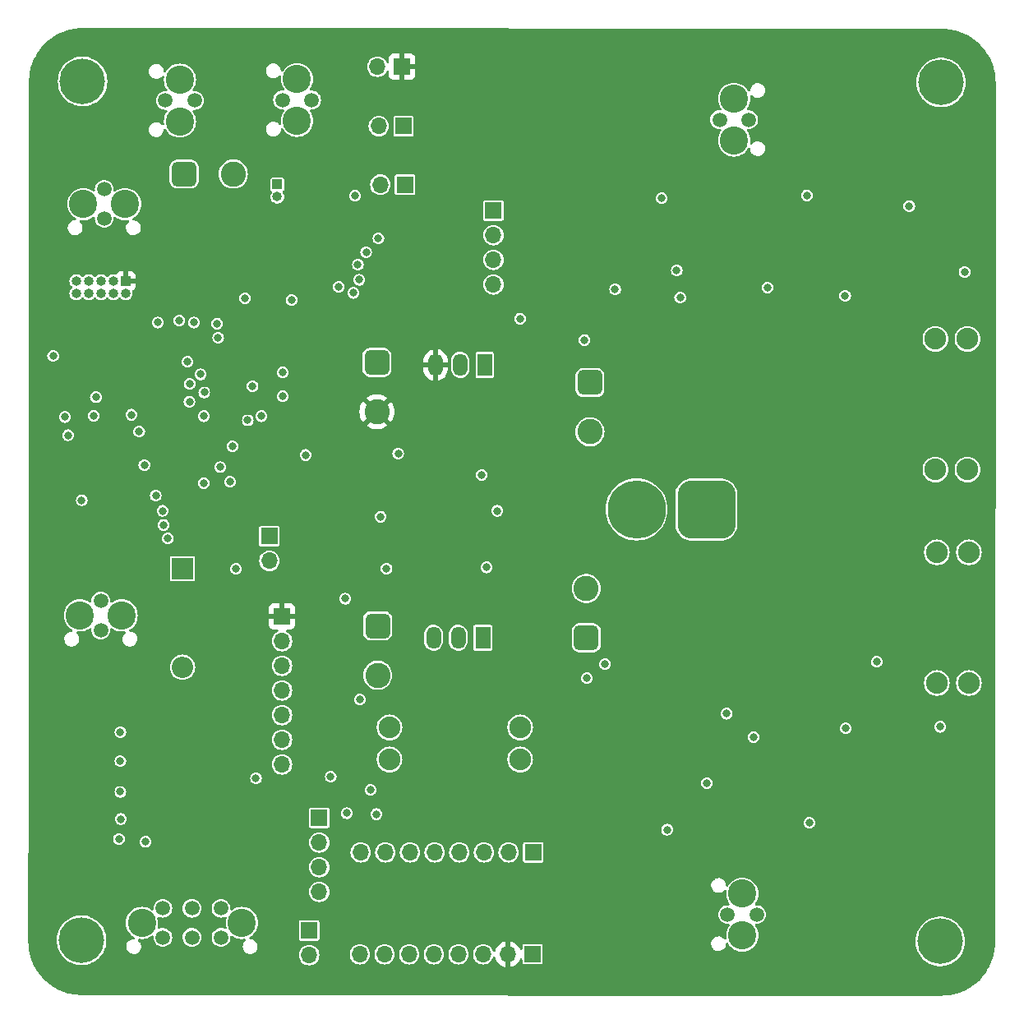
<source format=gbr>
%TF.GenerationSoftware,KiCad,Pcbnew,7.0.10*%
%TF.CreationDate,2024-11-01T12:43:17-06:00*%
%TF.ProjectId,RevA_Mecanismos,52657641-5f4d-4656-9361-6e69736d6f73,rev?*%
%TF.SameCoordinates,Original*%
%TF.FileFunction,Copper,L3,Inr*%
%TF.FilePolarity,Positive*%
%FSLAX46Y46*%
G04 Gerber Fmt 4.6, Leading zero omitted, Abs format (unit mm)*
G04 Created by KiCad (PCBNEW 7.0.10) date 2024-11-01 12:43:17*
%MOMM*%
%LPD*%
G01*
G04 APERTURE LIST*
G04 Aperture macros list*
%AMRoundRect*
0 Rectangle with rounded corners*
0 $1 Rounding radius*
0 $2 $3 $4 $5 $6 $7 $8 $9 X,Y pos of 4 corners*
0 Add a 4 corners polygon primitive as box body*
4,1,4,$2,$3,$4,$5,$6,$7,$8,$9,$2,$3,0*
0 Add four circle primitives for the rounded corners*
1,1,$1+$1,$2,$3*
1,1,$1+$1,$4,$5*
1,1,$1+$1,$6,$7*
1,1,$1+$1,$8,$9*
0 Add four rect primitives between the rounded corners*
20,1,$1+$1,$2,$3,$4,$5,0*
20,1,$1+$1,$4,$5,$6,$7,0*
20,1,$1+$1,$6,$7,$8,$9,0*
20,1,$1+$1,$8,$9,$2,$3,0*%
G04 Aperture macros list end*
%TA.AperFunction,ComponentPad*%
%ADD10C,1.520000*%
%TD*%
%TA.AperFunction,ComponentPad*%
%ADD11C,2.909999*%
%TD*%
%TA.AperFunction,ComponentPad*%
%ADD12RoundRect,0.650000X-0.650000X0.650000X-0.650000X-0.650000X0.650000X-0.650000X0.650000X0.650000X0*%
%TD*%
%TA.AperFunction,ComponentPad*%
%ADD13C,2.600000*%
%TD*%
%TA.AperFunction,ComponentPad*%
%ADD14RoundRect,0.650000X0.650000X-0.650000X0.650000X0.650000X-0.650000X0.650000X-0.650000X-0.650000X0*%
%TD*%
%TA.AperFunction,ComponentPad*%
%ADD15C,2.235200*%
%TD*%
%TA.AperFunction,ComponentPad*%
%ADD16C,4.700000*%
%TD*%
%TA.AperFunction,ComponentPad*%
%ADD17R,1.500000X2.300000*%
%TD*%
%TA.AperFunction,ComponentPad*%
%ADD18O,1.500000X2.300000*%
%TD*%
%TA.AperFunction,ComponentPad*%
%ADD19R,2.200000X2.200000*%
%TD*%
%TA.AperFunction,ComponentPad*%
%ADD20O,2.200000X2.200000*%
%TD*%
%TA.AperFunction,ComponentPad*%
%ADD21R,1.700000X1.700000*%
%TD*%
%TA.AperFunction,ComponentPad*%
%ADD22O,1.700000X1.700000*%
%TD*%
%TA.AperFunction,ComponentPad*%
%ADD23R,1.000000X1.000000*%
%TD*%
%TA.AperFunction,ComponentPad*%
%ADD24O,1.000000X1.000000*%
%TD*%
%TA.AperFunction,ComponentPad*%
%ADD25RoundRect,1.500000X1.500000X1.500000X-1.500000X1.500000X-1.500000X-1.500000X1.500000X-1.500000X0*%
%TD*%
%TA.AperFunction,ComponentPad*%
%ADD26C,6.000000*%
%TD*%
%TA.AperFunction,ComponentPad*%
%ADD27RoundRect,0.650000X-0.650000X-0.650000X0.650000X-0.650000X0.650000X0.650000X-0.650000X0.650000X0*%
%TD*%
%TA.AperFunction,ViaPad*%
%ADD28C,0.800000*%
%TD*%
G04 APERTURE END LIST*
D10*
%TO.N,WP_+*%
%TO.C,J10*%
X149060000Y-54725001D03*
%TO.N,WP_-*%
X152059999Y-54725001D03*
D11*
%TO.N,unconnected-(J10-PadP1)*%
X150560000Y-56874999D03*
%TO.N,unconnected-(J10-PadP2)*%
X150560000Y-52575003D03*
%TD*%
D12*
%TO.N,GND*%
%TO.C,TP2*%
X113837000Y-106879900D03*
D13*
%TO.N,+5V*%
X113837000Y-111959900D03*
%TD*%
D14*
%TO.N,GND*%
%TO.C,TP4*%
X135327000Y-108091100D03*
D13*
%TO.N,+VMOT*%
X135327000Y-103011100D03*
%TD*%
D10*
%TO.N,UART_TX*%
%TO.C,J6*%
X85670000Y-61913900D03*
%TO.N,UART_RX*%
X85670000Y-64913899D03*
D11*
%TO.N,GND*%
X83520002Y-63413900D03*
X87819998Y-63413900D03*
%TD*%
D15*
%TO.N,+12V*%
%TO.C,J20*%
X115052400Y-117339900D03*
X115052400Y-120641900D03*
%TO.N,Net-(J12-Pin_8)*%
X128514400Y-117339900D03*
X128514400Y-120641900D03*
%TD*%
D16*
%TO.N,N/C*%
%TO.C,H2*%
X171877600Y-50890300D03*
%TD*%
D17*
%TO.N,+VMOT*%
%TO.C,U2*%
X124875000Y-80000000D03*
D18*
%TO.N,GND*%
X122335000Y-80000000D03*
%TO.N,+3.3V*%
X119795000Y-80000000D03*
%TD*%
D10*
%TO.N,CAN_P*%
%TO.C,J5*%
X94967800Y-52753502D03*
%TO.N,CAN_N*%
X91967801Y-52753502D03*
D11*
%TO.N,unconnected-(J5-PadP1)*%
X93467800Y-50603504D03*
%TO.N,unconnected-(J5-PadP2)*%
X93467800Y-54903500D03*
%TD*%
D15*
%TO.N,+12V*%
%TO.C,J9*%
X174747800Y-99302700D03*
X171445800Y-99302700D03*
%TO.N,Net-(Q4-S)*%
X174747800Y-112764700D03*
X171445800Y-112764700D03*
%TD*%
D10*
%TO.N,WPM_+*%
%TO.C,J11*%
X152900000Y-136625002D03*
%TO.N,WPM_-*%
X149900001Y-136625002D03*
D11*
%TO.N,unconnected-(J11-PadP1)*%
X151400000Y-134475004D03*
%TO.N,unconnected-(J11-PadP2)*%
X151400000Y-138775000D03*
%TD*%
D19*
%TO.N,+5V*%
%TO.C,D1*%
X93735000Y-100979100D03*
D20*
%TO.N,/Net-(D1-A)*%
X93735000Y-111139100D03*
%TD*%
D21*
%TO.N,GND*%
%TO.C,J12*%
X129789800Y-140704700D03*
D22*
%TO.N,+3.3V*%
X127249800Y-140704700D03*
%TO.N,M2B*%
X124709800Y-140704700D03*
%TO.N,M2A*%
X122169800Y-140704700D03*
%TO.N,M1A*%
X119629800Y-140704700D03*
%TO.N,M1B*%
X117089800Y-140704700D03*
%TO.N,GND*%
X114549800Y-140704700D03*
%TO.N,Net-(J12-Pin_8)*%
X112009800Y-140704700D03*
%TD*%
D16*
%TO.N,N/C*%
%TO.C,H3*%
X83335600Y-139261700D03*
%TD*%
D23*
%TO.N,Net-(J3-Pin_1)*%
%TO.C,J3*%
X103500000Y-61405000D03*
D24*
%TO.N,CAN_N*%
X103500000Y-62675000D03*
%TD*%
D21*
%TO.N,M2B*%
%TO.C,J21*%
X107818800Y-126658500D03*
D22*
%TO.N,M2A*%
X107818800Y-129198500D03*
%TO.N,M1A*%
X107818800Y-131738500D03*
%TO.N,M1B*%
X107818800Y-134278500D03*
%TD*%
D21*
%TO.N,GND*%
%TO.C,J14*%
X106777400Y-138261300D03*
D22*
%TO.N,Net-(J14-Pin_2)*%
X106777400Y-140801300D03*
%TD*%
D12*
%TO.N,GND*%
%TO.C,TP1*%
X135700000Y-81810000D03*
D13*
%TO.N,+12V*%
X135700000Y-86890000D03*
%TD*%
D25*
%TO.N,GND*%
%TO.C,BT1*%
X147708600Y-94883100D03*
D26*
%TO.N,Net-(BT1-+)*%
X140508600Y-94883100D03*
%TD*%
D12*
%TO.N,GND*%
%TO.C,TP3*%
X113756400Y-79736700D03*
D13*
%TO.N,+3.3V*%
X113756400Y-84816700D03*
%TD*%
D10*
%TO.N,+VMOT*%
%TO.C,J15*%
X91701401Y-135975701D03*
%TO.N,GND*%
X94701400Y-135975701D03*
%TO.N,Net-(J14-Pin_2)*%
X97701399Y-135975701D03*
%TO.N,CAN_N*%
X91701401Y-138975700D03*
%TO.N,CAN_P*%
X94701400Y-138975700D03*
%TO.N,unconnected-(J15-Pad6)*%
X97701399Y-138975700D03*
D11*
%TO.N,unconnected-(J15-PadP1)*%
X89551403Y-137475701D03*
%TO.N,unconnected-(J15-PadP2)*%
X99851397Y-137475701D03*
%TD*%
D21*
%TO.N,+5V*%
%TO.C,J18*%
X116494600Y-55383800D03*
D22*
%TO.N,GND*%
X113954600Y-55383800D03*
%TD*%
D17*
%TO.N,+VMOT*%
%TO.C,U3*%
X124672000Y-108092500D03*
D18*
%TO.N,GND*%
X122132000Y-108092500D03*
%TO.N,+5V*%
X119592000Y-108092500D03*
%TD*%
D16*
%TO.N,N/C*%
%TO.C,H1*%
X83434800Y-50788700D03*
%TD*%
D27*
%TO.N,CAN_RX*%
%TO.C,TP5*%
X93886400Y-60325700D03*
D13*
%TO.N,CAN_TX*%
X98966400Y-60325700D03*
%TD*%
D21*
%TO.N,STPR_DIR*%
%TO.C,J13*%
X129866000Y-130214500D03*
D22*
%TO.N,STPR_STEP*%
X127326000Y-130214500D03*
%TO.N,unconnected-(J13-Pin_3-Pad3)*%
X124786000Y-130214500D03*
%TO.N,unconnected-(J13-Pin_4-Pad4)*%
X122246000Y-130214500D03*
%TO.N,unconnected-(J13-Pin_5-Pad5)*%
X119706000Y-130214500D03*
%TO.N,unconnected-(J13-Pin_6-Pad6)*%
X117166000Y-130214500D03*
%TO.N,unconnected-(J13-Pin_7-Pad7)*%
X114626000Y-130214500D03*
%TO.N,STPR_EN*%
X112086000Y-130214500D03*
%TD*%
D21*
%TO.N,+3.3V*%
%TO.C,J17*%
X116350000Y-49275000D03*
D22*
%TO.N,GND*%
X113810000Y-49275000D03*
%TD*%
D15*
%TO.N,+12V*%
%TO.C,J8*%
X174595400Y-77306300D03*
X171293400Y-77306300D03*
%TO.N,Net-(Q3-S)*%
X174595400Y-90768300D03*
X171293400Y-90768300D03*
%TD*%
D21*
%TO.N,+5V*%
%TO.C,J1*%
X102676400Y-97635700D03*
D22*
%TO.N,/Net-(D1-A)*%
X102676400Y-100175700D03*
%TD*%
D16*
%TO.N,N/C*%
%TO.C,H4*%
X171801400Y-139383900D03*
%TD*%
D10*
%TO.N,CAN_P*%
%TO.C,J7*%
X107034400Y-52696499D03*
%TO.N,CAN_N*%
X104034401Y-52696499D03*
D11*
%TO.N,unconnected-(J7-PadP1)*%
X105534400Y-50546501D03*
%TO.N,unconnected-(J7-PadP2)*%
X105534400Y-54846497D03*
%TD*%
D21*
%TO.N,SB1*%
%TO.C,J22*%
X125760000Y-64085000D03*
D22*
%TO.N,SB2*%
X125760000Y-66625000D03*
%TO.N,SB3*%
X125760000Y-69165000D03*
%TO.N,SB4*%
X125760000Y-71705000D03*
%TD*%
D21*
%TO.N,+12V*%
%TO.C,J19*%
X116650000Y-61425000D03*
D22*
%TO.N,GND*%
X114110000Y-61425000D03*
%TD*%
D23*
%TO.N,+3.3V*%
%TO.C,J2*%
X87866400Y-71355700D03*
D24*
%TO.N,SWDIO*%
X87866400Y-72625700D03*
%TO.N,GND*%
X86596400Y-71355700D03*
%TO.N,SWCLK*%
X86596400Y-72625700D03*
%TO.N,GND*%
X85326400Y-71355700D03*
%TO.N,SWO*%
X85326400Y-72625700D03*
%TO.N,unconnected-(J2-KEY-Pad7)*%
X84056400Y-71355700D03*
%TO.N,unconnected-(J2-NC{slash}TDI-Pad8)*%
X84056400Y-72625700D03*
%TO.N,GND*%
X82786400Y-71355700D03*
%TO.N,NRST*%
X82786400Y-72625700D03*
%TD*%
D21*
%TO.N,+3.3V*%
%TO.C,J16*%
X103983400Y-105906700D03*
D22*
%TO.N,IO_2*%
X103983400Y-108446700D03*
%TO.N,IO_3*%
X103983400Y-110986700D03*
%TO.N,IO_4*%
X103983400Y-113526700D03*
%TO.N,IO_5*%
X103983400Y-116066700D03*
%TO.N,IO_6*%
X103983400Y-118606700D03*
%TO.N,GND*%
X103983400Y-121146700D03*
%TD*%
D10*
%TO.N,SCL*%
%TO.C,J4*%
X85314400Y-104303701D03*
%TO.N,SDA*%
X85314400Y-107303700D03*
D11*
%TO.N,GND*%
X83164402Y-105803701D03*
X87464398Y-105803701D03*
%TD*%
D28*
%TO.N,+3.3V*%
X111050000Y-64025000D03*
X95026400Y-115125700D03*
X89835600Y-70854700D03*
X104000000Y-103525000D03*
X100250000Y-79700000D03*
X95776400Y-72975700D03*
X127251400Y-137500700D03*
X99800000Y-96025000D03*
X84587400Y-91951500D03*
X86701400Y-75376400D03*
X100325800Y-88475000D03*
%TO.N,HSE_IN*%
X89800000Y-90325000D03*
X83350000Y-93925000D03*
%TO.N,NRST*%
X89270000Y-86875000D03*
%TO.N,+VMOT*%
X106400000Y-89275000D03*
X114150000Y-95625000D03*
%TO.N,+5V*%
X110500000Y-104075000D03*
X111500000Y-62575000D03*
X111350000Y-72575000D03*
%TO.N,CAN_P*%
X109825700Y-71950700D03*
%TO.N,CAN_N*%
X104976400Y-73300700D03*
%TO.N,DEBUG_1*%
X87326400Y-117825700D03*
X90976400Y-93475700D03*
%TO.N,DEBUG_2*%
X91676400Y-95025700D03*
X87326400Y-120825700D03*
%TO.N,DEBUG_3*%
X87326400Y-123975700D03*
X91776400Y-96475700D03*
%TO.N,DEBUG_4*%
X92226400Y-97875700D03*
X87376400Y-126775700D03*
%TO.N,DEBUG_5*%
X87176400Y-128825700D03*
X94450000Y-83775000D03*
%TO.N,DEBUG_6*%
X89926400Y-129125700D03*
X95973549Y-82828550D03*
%TO.N,CAN_RX*%
X100176400Y-73125700D03*
X91176400Y-75625700D03*
%TO.N,SDA*%
X88450000Y-85125000D03*
X81631400Y-85358100D03*
%TO.N,SCL*%
X84800000Y-83325000D03*
X80400000Y-79075000D03*
%TO.N,UART_TX*%
X94470000Y-81935000D03*
%TO.N,UART_RX*%
X95600000Y-80965000D03*
%TO.N,IO_1*%
X99240000Y-101015000D03*
X95900000Y-92175000D03*
%TO.N,IO_2*%
X98626400Y-92025700D03*
%TO.N,IO_3*%
X97601400Y-90525700D03*
%TO.N,IO_4*%
X98876400Y-88375700D03*
%TO.N,IO_5*%
X100451400Y-85700700D03*
%TO.N,IO_6*%
X101876400Y-85275700D03*
%TO.N,BOOT0*%
X81936200Y-87237700D03*
X84577800Y-85231100D03*
%TO.N,+12V*%
X124550000Y-91325000D03*
%TO.N,Net-(Q3-S)*%
X162000000Y-72855000D03*
X138300000Y-72225000D03*
X154000000Y-72025000D03*
X168600000Y-63625000D03*
X143100000Y-62825000D03*
X144650000Y-70275000D03*
%TO.N,Net-(Q4-S)*%
X158300000Y-127175000D03*
X147750000Y-123075000D03*
X152550000Y-118325000D03*
X162060000Y-117425000D03*
%TO.N,IO_7*%
X97400000Y-77175000D03*
X113910000Y-66965000D03*
%TO.N,IO_8*%
X112650000Y-68375000D03*
X97294669Y-75730331D03*
%TO.N,IO_9*%
X94900000Y-75625000D03*
X111800000Y-69675000D03*
%TO.N,IO_10*%
X111950000Y-71225000D03*
X93400000Y-75425000D03*
%TO.N,STPR_STEP*%
X110650000Y-126175000D03*
X95950000Y-85275000D03*
X113700000Y-126275000D03*
X101300000Y-122575000D03*
%TO.N,STPR_DIR*%
X109000000Y-122425000D03*
X113100000Y-123775000D03*
%TO.N,WP_+*%
X158050000Y-62525000D03*
%TO.N,WPM_+*%
X143650000Y-127875000D03*
%TO.N,WPM_TIM1_CH1N*%
X112000000Y-114475000D03*
X104050000Y-83225000D03*
%TO.N,WPM_TIM1_CH1*%
X171800000Y-117275000D03*
X114750000Y-100975000D03*
%TO.N,WP_TIM1_CH2N*%
X174300000Y-70425000D03*
X104050000Y-80775000D03*
%TO.N,WP_TIM1_CH2*%
X128500000Y-75225000D03*
X94250000Y-79675000D03*
%TO.N,Net-(Q2-Pad1)*%
X126175000Y-95025000D03*
X125075000Y-100850000D03*
%TO.N,LEVEL_SHIFTER*%
X100950000Y-82175000D03*
X115950000Y-89125000D03*
%TO.N,Net-(U5-G)*%
X149800000Y-115925000D03*
X135400000Y-112275000D03*
%TO.N,Net-(U6-G)*%
X135150000Y-77425000D03*
X145000000Y-73075000D03*
%TO.N,Net-(U7-G)*%
X137250000Y-110825000D03*
X165250000Y-110575000D03*
%TD*%
%TA.AperFunction,Conductor*%
%TO.N,+3.3V*%
G36*
X171954599Y-45368243D02*
G01*
X171954748Y-45368287D01*
X172003840Y-45368287D01*
X172008963Y-45368392D01*
X172224210Y-45377295D01*
X172462303Y-45387691D01*
X172472187Y-45388522D01*
X172699424Y-45416846D01*
X172699886Y-45416906D01*
X172925983Y-45446672D01*
X172935182Y-45448239D01*
X173161257Y-45495642D01*
X173162254Y-45495857D01*
X173382924Y-45544779D01*
X173391465Y-45546994D01*
X173613570Y-45613118D01*
X173615187Y-45613613D01*
X173829909Y-45681315D01*
X173837617Y-45684031D01*
X174008662Y-45750773D01*
X174053866Y-45768412D01*
X174056242Y-45769368D01*
X174263577Y-45855248D01*
X174270581Y-45858406D01*
X174479400Y-45960491D01*
X174482108Y-45961858D01*
X174680963Y-46065375D01*
X174687166Y-46068833D01*
X174886972Y-46187892D01*
X174890031Y-46189777D01*
X175079033Y-46310185D01*
X175084390Y-46313801D01*
X175273750Y-46449001D01*
X175277117Y-46451494D01*
X175454789Y-46587825D01*
X175459421Y-46591561D01*
X175526309Y-46648211D01*
X175636965Y-46741933D01*
X175640597Y-46745132D01*
X175805651Y-46896375D01*
X175809559Y-46900117D01*
X175974088Y-47064646D01*
X175977829Y-47068554D01*
X176129030Y-47233561D01*
X176132231Y-47237193D01*
X176282623Y-47414761D01*
X176286375Y-47419415D01*
X176422667Y-47597032D01*
X176425209Y-47600465D01*
X176560386Y-47789791D01*
X176564049Y-47795220D01*
X176684365Y-47984078D01*
X176686308Y-47987229D01*
X176805360Y-48187025D01*
X176808826Y-48193242D01*
X176912316Y-48392043D01*
X176913727Y-48394839D01*
X177015780Y-48603588D01*
X177018941Y-48610597D01*
X177104835Y-48817966D01*
X177105791Y-48820343D01*
X177190147Y-49036528D01*
X177192891Y-49044315D01*
X177260535Y-49258850D01*
X177261119Y-49260756D01*
X177327201Y-49482722D01*
X177329417Y-49491265D01*
X177378306Y-49711785D01*
X177378606Y-49713178D01*
X177425948Y-49938965D01*
X177427526Y-49948225D01*
X177457272Y-50174155D01*
X177457381Y-50175003D01*
X177485672Y-50401972D01*
X177486506Y-50411904D01*
X177497035Y-50653176D01*
X177497047Y-50653457D01*
X177505793Y-50864903D01*
X177505899Y-50870121D01*
X177439701Y-139482933D01*
X177439592Y-139488027D01*
X177430594Y-139702928D01*
X177430582Y-139703214D01*
X177420067Y-139941218D01*
X177419228Y-139951142D01*
X177390825Y-140178109D01*
X177390716Y-140178957D01*
X177360886Y-140404694D01*
X177359304Y-140413951D01*
X177311838Y-140639815D01*
X177311538Y-140641206D01*
X177262608Y-140861442D01*
X177260389Y-140869982D01*
X177194197Y-141091967D01*
X177193612Y-141093872D01*
X177125933Y-141308202D01*
X177123187Y-141315985D01*
X177038750Y-141532123D01*
X177037793Y-141534500D01*
X176951873Y-141741699D01*
X176948711Y-141748703D01*
X176846580Y-141957416D01*
X176845169Y-141960211D01*
X176741673Y-142158849D01*
X176738204Y-142165063D01*
X176619114Y-142364762D01*
X176617172Y-142367911D01*
X176496842Y-142556651D01*
X176493178Y-142562076D01*
X176357957Y-142751338D01*
X176355416Y-142754769D01*
X176219163Y-142932225D01*
X176215409Y-142936878D01*
X176064966Y-143114399D01*
X176061766Y-143118028D01*
X175910625Y-143282879D01*
X175906884Y-143286785D01*
X175742299Y-143451283D01*
X175738391Y-143455022D01*
X175573437Y-143606099D01*
X175569806Y-143609297D01*
X175392243Y-143759613D01*
X175387589Y-143763364D01*
X175210012Y-143899562D01*
X175206580Y-143902102D01*
X175017297Y-144037188D01*
X175011869Y-144040849D01*
X174823025Y-144161105D01*
X174819875Y-144163046D01*
X174620146Y-144282010D01*
X174613930Y-144285475D01*
X174415222Y-144388875D01*
X174412427Y-144390284D01*
X174203654Y-144492309D01*
X174196656Y-144495464D01*
X174182757Y-144501220D01*
X173989439Y-144581264D01*
X173987063Y-144582219D01*
X173770853Y-144666554D01*
X173763068Y-144669296D01*
X173548640Y-144736881D01*
X173546734Y-144737464D01*
X173324791Y-144803516D01*
X173316250Y-144805731D01*
X173095993Y-144854543D01*
X173094602Y-144854843D01*
X172868693Y-144902195D01*
X172859435Y-144903772D01*
X172633639Y-144933488D01*
X172632792Y-144933596D01*
X172405841Y-144961877D01*
X172395920Y-144962711D01*
X172162747Y-144972898D01*
X172162458Y-144972910D01*
X171942339Y-144982011D01*
X171937112Y-144982117D01*
X83350585Y-144908077D01*
X83345242Y-144907957D01*
X83129462Y-144898469D01*
X83129178Y-144898456D01*
X82890956Y-144887434D01*
X82881047Y-144886577D01*
X82653438Y-144857637D01*
X82652591Y-144857526D01*
X82426314Y-144827171D01*
X82417073Y-144825574D01*
X82190707Y-144777562D01*
X82189318Y-144777259D01*
X81968490Y-144727769D01*
X81959967Y-144725538D01*
X81737513Y-144658783D01*
X81735611Y-144658195D01*
X81520759Y-144589944D01*
X81512991Y-144587189D01*
X81296434Y-144502179D01*
X81294062Y-144501220D01*
X81086355Y-144414697D01*
X81079366Y-144411528D01*
X80870281Y-144308821D01*
X80867492Y-144307407D01*
X80668386Y-144203290D01*
X80662185Y-144199818D01*
X80462120Y-144080129D01*
X80458978Y-144078185D01*
X80269859Y-143957250D01*
X80264445Y-143953584D01*
X80074817Y-143817729D01*
X80071395Y-143815186D01*
X79893586Y-143678309D01*
X79888945Y-143674555D01*
X79711160Y-143523529D01*
X79707539Y-143520330D01*
X79542349Y-143368534D01*
X79538452Y-143364794D01*
X79373684Y-143199588D01*
X79369954Y-143195681D01*
X79298977Y-143118028D01*
X79218583Y-143030071D01*
X79215398Y-143026447D01*
X79064841Y-142848255D01*
X79061110Y-142843618D01*
X78924675Y-142665404D01*
X78922167Y-142662009D01*
X78786831Y-142472038D01*
X78783180Y-142466615D01*
X78662739Y-142277162D01*
X78660803Y-142274014D01*
X78541647Y-142073633D01*
X78538201Y-142067443D01*
X78434577Y-141867990D01*
X78433207Y-141865268D01*
X78331038Y-141655874D01*
X78327894Y-141648889D01*
X78321296Y-141632930D01*
X78241899Y-141440891D01*
X78241020Y-141438701D01*
X78156526Y-141221763D01*
X78153814Y-141214054D01*
X78086048Y-140998748D01*
X78085594Y-140997261D01*
X78019374Y-140774441D01*
X78017176Y-140765951D01*
X77968238Y-140544830D01*
X77968001Y-140543734D01*
X77920556Y-140317074D01*
X77918989Y-140307866D01*
X77889188Y-140081138D01*
X77889144Y-140080795D01*
X77860789Y-139852949D01*
X77859961Y-139843078D01*
X77849529Y-139603801D01*
X77848628Y-139581994D01*
X77840642Y-139388649D01*
X77840537Y-139383437D01*
X77840583Y-139329159D01*
X77840639Y-139261705D01*
X80780057Y-139261705D01*
X80800206Y-139581983D01*
X80800207Y-139581990D01*
X80816903Y-139669511D01*
X80855373Y-139871181D01*
X80860345Y-139897242D01*
X80959516Y-140202459D01*
X80959518Y-140202464D01*
X81096158Y-140492838D01*
X81096162Y-140492844D01*
X81268120Y-140763808D01*
X81268122Y-140763811D01*
X81469497Y-141007232D01*
X81472689Y-141011090D01*
X81679454Y-141205254D01*
X81706634Y-141230778D01*
X81706644Y-141230786D01*
X81966260Y-141419408D01*
X81966266Y-141419411D01*
X81966272Y-141419416D01*
X82247503Y-141574024D01*
X82545894Y-141692166D01*
X82545893Y-141692166D01*
X82856735Y-141771976D01*
X82856739Y-141771977D01*
X82923535Y-141780415D01*
X83175124Y-141812199D01*
X83175133Y-141812199D01*
X83175136Y-141812200D01*
X83175138Y-141812200D01*
X83496062Y-141812200D01*
X83496064Y-141812200D01*
X83496067Y-141812199D01*
X83496075Y-141812199D01*
X83686063Y-141788197D01*
X83814461Y-141771977D01*
X84125306Y-141692166D01*
X84423697Y-141574024D01*
X84704928Y-141419416D01*
X84964564Y-141230780D01*
X85198511Y-141011090D01*
X85372064Y-140801300D01*
X105721817Y-140801300D01*
X105742099Y-141007232D01*
X105752691Y-141042149D01*
X105802168Y-141205254D01*
X105899715Y-141387750D01*
X105925705Y-141419419D01*
X106030989Y-141547710D01*
X106095539Y-141600684D01*
X106190950Y-141678985D01*
X106373446Y-141776532D01*
X106571466Y-141836600D01*
X106571465Y-141836600D01*
X106589929Y-141838418D01*
X106777400Y-141856883D01*
X106983334Y-141836600D01*
X107181354Y-141776532D01*
X107363850Y-141678985D01*
X107523810Y-141547710D01*
X107655085Y-141387750D01*
X107752632Y-141205254D01*
X107812700Y-141007234D01*
X107832983Y-140801300D01*
X107823469Y-140704700D01*
X110954217Y-140704700D01*
X110974499Y-140910632D01*
X110974500Y-140910634D01*
X111034568Y-141108654D01*
X111132115Y-141291150D01*
X111166769Y-141333377D01*
X111263389Y-141451110D01*
X111360009Y-141530402D01*
X111423350Y-141582385D01*
X111605846Y-141679932D01*
X111803866Y-141740000D01*
X111803865Y-141740000D01*
X111821116Y-141741699D01*
X112009800Y-141760283D01*
X112215734Y-141740000D01*
X112413754Y-141679932D01*
X112596250Y-141582385D01*
X112756210Y-141451110D01*
X112887485Y-141291150D01*
X112985032Y-141108654D01*
X113045100Y-140910634D01*
X113065383Y-140704700D01*
X113494217Y-140704700D01*
X113514499Y-140910632D01*
X113514500Y-140910634D01*
X113574568Y-141108654D01*
X113672115Y-141291150D01*
X113706769Y-141333377D01*
X113803389Y-141451110D01*
X113900009Y-141530402D01*
X113963350Y-141582385D01*
X114145846Y-141679932D01*
X114343866Y-141740000D01*
X114343865Y-141740000D01*
X114361116Y-141741699D01*
X114549800Y-141760283D01*
X114755734Y-141740000D01*
X114953754Y-141679932D01*
X115136250Y-141582385D01*
X115296210Y-141451110D01*
X115427485Y-141291150D01*
X115525032Y-141108654D01*
X115585100Y-140910634D01*
X115605383Y-140704700D01*
X116034217Y-140704700D01*
X116054499Y-140910632D01*
X116054500Y-140910634D01*
X116114568Y-141108654D01*
X116212115Y-141291150D01*
X116246769Y-141333377D01*
X116343389Y-141451110D01*
X116440009Y-141530402D01*
X116503350Y-141582385D01*
X116685846Y-141679932D01*
X116883866Y-141740000D01*
X116883865Y-141740000D01*
X116901116Y-141741699D01*
X117089800Y-141760283D01*
X117295734Y-141740000D01*
X117493754Y-141679932D01*
X117676250Y-141582385D01*
X117836210Y-141451110D01*
X117967485Y-141291150D01*
X118065032Y-141108654D01*
X118125100Y-140910634D01*
X118145383Y-140704700D01*
X118574217Y-140704700D01*
X118594499Y-140910632D01*
X118594500Y-140910634D01*
X118654568Y-141108654D01*
X118752115Y-141291150D01*
X118786769Y-141333377D01*
X118883389Y-141451110D01*
X118980009Y-141530402D01*
X119043350Y-141582385D01*
X119225846Y-141679932D01*
X119423866Y-141740000D01*
X119423865Y-141740000D01*
X119441116Y-141741699D01*
X119629800Y-141760283D01*
X119835734Y-141740000D01*
X120033754Y-141679932D01*
X120216250Y-141582385D01*
X120376210Y-141451110D01*
X120507485Y-141291150D01*
X120605032Y-141108654D01*
X120665100Y-140910634D01*
X120685383Y-140704700D01*
X121114217Y-140704700D01*
X121134499Y-140910632D01*
X121134500Y-140910634D01*
X121194568Y-141108654D01*
X121292115Y-141291150D01*
X121326769Y-141333377D01*
X121423389Y-141451110D01*
X121520009Y-141530402D01*
X121583350Y-141582385D01*
X121765846Y-141679932D01*
X121963866Y-141740000D01*
X121963865Y-141740000D01*
X121981116Y-141741699D01*
X122169800Y-141760283D01*
X122375734Y-141740000D01*
X122573754Y-141679932D01*
X122756250Y-141582385D01*
X122916210Y-141451110D01*
X123047485Y-141291150D01*
X123145032Y-141108654D01*
X123205100Y-140910634D01*
X123225383Y-140704700D01*
X123654217Y-140704700D01*
X123674499Y-140910632D01*
X123674500Y-140910634D01*
X123734568Y-141108654D01*
X123832115Y-141291150D01*
X123866769Y-141333377D01*
X123963389Y-141451110D01*
X124060009Y-141530402D01*
X124123350Y-141582385D01*
X124305846Y-141679932D01*
X124503866Y-141740000D01*
X124503865Y-141740000D01*
X124521116Y-141741699D01*
X124709800Y-141760283D01*
X124915734Y-141740000D01*
X125113754Y-141679932D01*
X125296250Y-141582385D01*
X125456210Y-141451110D01*
X125587485Y-141291150D01*
X125685032Y-141108654D01*
X125705206Y-141042146D01*
X125743502Y-140983710D01*
X125807314Y-140955253D01*
X125876381Y-140965812D01*
X125928775Y-141012036D01*
X125943641Y-141046049D01*
X125976367Y-141168186D01*
X125976370Y-141168192D01*
X126076199Y-141382278D01*
X126211694Y-141575782D01*
X126378717Y-141742805D01*
X126572221Y-141878300D01*
X126786307Y-141978129D01*
X126786316Y-141978133D01*
X126999800Y-142035334D01*
X126999800Y-141140201D01*
X127107485Y-141189380D01*
X127214037Y-141204700D01*
X127285563Y-141204700D01*
X127392115Y-141189380D01*
X127499800Y-141140201D01*
X127499800Y-142035333D01*
X127713283Y-141978133D01*
X127713292Y-141978129D01*
X127927378Y-141878300D01*
X128120882Y-141742805D01*
X128287905Y-141575782D01*
X128423399Y-141382278D01*
X128502918Y-141211751D01*
X128549090Y-141159312D01*
X128616284Y-141140160D01*
X128683165Y-141160376D01*
X128728499Y-141213541D01*
X128739300Y-141264156D01*
X128739300Y-141574452D01*
X128750931Y-141632929D01*
X128750932Y-141632930D01*
X128795247Y-141699252D01*
X128861569Y-141743567D01*
X128861570Y-141743568D01*
X128920047Y-141755199D01*
X128920050Y-141755200D01*
X128920052Y-141755200D01*
X130659550Y-141755200D01*
X130659551Y-141755199D01*
X130674368Y-141752252D01*
X130718029Y-141743568D01*
X130718029Y-141743567D01*
X130718031Y-141743567D01*
X130784352Y-141699252D01*
X130828667Y-141632931D01*
X130828667Y-141632929D01*
X130828668Y-141632929D01*
X130838722Y-141582382D01*
X130840300Y-141574448D01*
X130840300Y-139834952D01*
X130840300Y-139834949D01*
X130840299Y-139834947D01*
X130828668Y-139776470D01*
X130828667Y-139776469D01*
X130784352Y-139710147D01*
X130723536Y-139669511D01*
X148195618Y-139669511D01*
X148224789Y-139834952D01*
X148226489Y-139844590D01*
X148249199Y-139897238D01*
X148296904Y-140007830D01*
X148379274Y-140118471D01*
X148403067Y-140150430D01*
X148539254Y-140264705D01*
X148596450Y-140293430D01*
X148698118Y-140344490D01*
X148698119Y-140344490D01*
X148698123Y-140344492D01*
X148871110Y-140385491D01*
X148871113Y-140385491D01*
X149004285Y-140385491D01*
X149004292Y-140385491D01*
X149136577Y-140370029D01*
X149303635Y-140309225D01*
X149452168Y-140211534D01*
X149574167Y-140082222D01*
X149663057Y-139928260D01*
X149714045Y-139757949D01*
X149721152Y-139635913D01*
X149744701Y-139570134D01*
X149800076Y-139527527D01*
X149869695Y-139521621D01*
X149931456Y-139554292D01*
X149950669Y-139578335D01*
X150056528Y-139751082D01*
X150056529Y-139751083D01*
X150056530Y-139751085D01*
X150056532Y-139751087D01*
X150225766Y-139949234D01*
X150423913Y-140118468D01*
X150423915Y-140118469D01*
X150423916Y-140118470D01*
X150423917Y-140118471D01*
X150646094Y-140254621D01*
X150706756Y-140279748D01*
X150886841Y-140354342D01*
X151140222Y-140415173D01*
X151400000Y-140435618D01*
X151659778Y-140415173D01*
X151913159Y-140354342D01*
X152153905Y-140254621D01*
X152376087Y-140118468D01*
X152574234Y-139949234D01*
X152743468Y-139751087D01*
X152879621Y-139528905D01*
X152939682Y-139383905D01*
X169245857Y-139383905D01*
X169266006Y-139704183D01*
X169266007Y-139704190D01*
X169274953Y-139751087D01*
X169323929Y-140007829D01*
X169326145Y-140019442D01*
X169425316Y-140324659D01*
X169425318Y-140324664D01*
X169561958Y-140615038D01*
X169561962Y-140615044D01*
X169733920Y-140886008D01*
X169733922Y-140886011D01*
X169918108Y-141108654D01*
X169938489Y-141133290D01*
X170106594Y-141291150D01*
X170172434Y-141352978D01*
X170172444Y-141352986D01*
X170432060Y-141541608D01*
X170432066Y-141541611D01*
X170432072Y-141541616D01*
X170713303Y-141696224D01*
X171011694Y-141814366D01*
X171011693Y-141814366D01*
X171260702Y-141878300D01*
X171322539Y-141894177D01*
X171386989Y-141902319D01*
X171640924Y-141934399D01*
X171640933Y-141934399D01*
X171640936Y-141934400D01*
X171640938Y-141934400D01*
X171961862Y-141934400D01*
X171961864Y-141934400D01*
X171961867Y-141934399D01*
X171961875Y-141934399D01*
X172151863Y-141910397D01*
X172280261Y-141894177D01*
X172591106Y-141814366D01*
X172889497Y-141696224D01*
X173170728Y-141541616D01*
X173430364Y-141352980D01*
X173664311Y-141133290D01*
X173868878Y-140886010D01*
X174040839Y-140615042D01*
X174068898Y-140555415D01*
X174156135Y-140370027D01*
X174177484Y-140324658D01*
X174276656Y-140019438D01*
X174336792Y-139704194D01*
X174339158Y-139666586D01*
X174356943Y-139383905D01*
X174356943Y-139383894D01*
X174336793Y-139063616D01*
X174336792Y-139063609D01*
X174336792Y-139063606D01*
X174276656Y-138748362D01*
X174177484Y-138443142D01*
X174119980Y-138320940D01*
X174040841Y-138152761D01*
X174040837Y-138152755D01*
X173868879Y-137881791D01*
X173868877Y-137881788D01*
X173664312Y-137634511D01*
X173455365Y-137438297D01*
X173430364Y-137414820D01*
X173430361Y-137414818D01*
X173430355Y-137414813D01*
X173170739Y-137226191D01*
X173170721Y-137226180D01*
X172889496Y-137071575D01*
X172889493Y-137071574D01*
X172591103Y-136953433D01*
X172591106Y-136953433D01*
X172280264Y-136873623D01*
X172280251Y-136873621D01*
X171961875Y-136833400D01*
X171961864Y-136833400D01*
X171640936Y-136833400D01*
X171640924Y-136833400D01*
X171322548Y-136873621D01*
X171322535Y-136873623D01*
X171011694Y-136953433D01*
X170713306Y-137071574D01*
X170713303Y-137071575D01*
X170432078Y-137226180D01*
X170432060Y-137226191D01*
X170172444Y-137414813D01*
X170172434Y-137414821D01*
X169938487Y-137634511D01*
X169733922Y-137881788D01*
X169733920Y-137881791D01*
X169561962Y-138152755D01*
X169561958Y-138152761D01*
X169425318Y-138443135D01*
X169425316Y-138443140D01*
X169326145Y-138748357D01*
X169266007Y-139063609D01*
X169266006Y-139063616D01*
X169245857Y-139383894D01*
X169245857Y-139383905D01*
X152939682Y-139383905D01*
X152979342Y-139288159D01*
X153040173Y-139034778D01*
X153060618Y-138775000D01*
X153040173Y-138515222D01*
X152979342Y-138261841D01*
X152908714Y-138091331D01*
X152879621Y-138021094D01*
X152743471Y-137798917D01*
X152743470Y-137798915D01*
X152734364Y-137788254D01*
X152705793Y-137724492D01*
X152716230Y-137655406D01*
X152762361Y-137602931D01*
X152829539Y-137583725D01*
X152840805Y-137584318D01*
X152900000Y-137590149D01*
X153088291Y-137571604D01*
X153269346Y-137516682D01*
X153436207Y-137427492D01*
X153582462Y-137307464D01*
X153702490Y-137161209D01*
X153791680Y-136994348D01*
X153846602Y-136813293D01*
X153865147Y-136625002D01*
X153846602Y-136436711D01*
X153791680Y-136255656D01*
X153702490Y-136088795D01*
X153674219Y-136054346D01*
X153582462Y-135942539D01*
X153436210Y-135822514D01*
X153436208Y-135822513D01*
X153436207Y-135822512D01*
X153269346Y-135733322D01*
X153178818Y-135705861D01*
X153088289Y-135678399D01*
X152920569Y-135661880D01*
X152900000Y-135659855D01*
X152899999Y-135659855D01*
X152899998Y-135659855D01*
X152840806Y-135665684D01*
X152772160Y-135652664D01*
X152721451Y-135604599D01*
X152704778Y-135536748D01*
X152727434Y-135470653D01*
X152734348Y-135461769D01*
X152743468Y-135451091D01*
X152879621Y-135228909D01*
X152979342Y-134988163D01*
X153040173Y-134734782D01*
X153060618Y-134475004D01*
X153040173Y-134215226D01*
X152979342Y-133961845D01*
X152879621Y-133721099D01*
X152879621Y-133721098D01*
X152743471Y-133498921D01*
X152743470Y-133498920D01*
X152743469Y-133498919D01*
X152743468Y-133498917D01*
X152574234Y-133300770D01*
X152376087Y-133131536D01*
X152376085Y-133131534D01*
X152376083Y-133131533D01*
X152376082Y-133131532D01*
X152153905Y-132995382D01*
X151913154Y-132895660D01*
X151659774Y-132834830D01*
X151659775Y-132834830D01*
X151400000Y-132814386D01*
X151140224Y-132834830D01*
X150886845Y-132895660D01*
X150646094Y-132995382D01*
X150423917Y-133131532D01*
X150423916Y-133131533D01*
X150225766Y-133300770D01*
X150056529Y-133498920D01*
X150056528Y-133498922D01*
X149953003Y-133667859D01*
X149901191Y-133714734D01*
X149832262Y-133726157D01*
X149768099Y-133698499D01*
X149729074Y-133640544D01*
X149723486Y-133595859D01*
X149724382Y-133580483D01*
X149693511Y-133405404D01*
X149623096Y-133242165D01*
X149608766Y-133222917D01*
X149516932Y-133099563D01*
X149380746Y-132985289D01*
X149380744Y-132985288D01*
X149221881Y-132905503D01*
X149221877Y-132905502D01*
X149048890Y-132864503D01*
X148915708Y-132864503D01*
X148799958Y-132878032D01*
X148783422Y-132879965D01*
X148783419Y-132879966D01*
X148616367Y-132940767D01*
X148548675Y-132985289D01*
X148467832Y-133038460D01*
X148467831Y-133038460D01*
X148467831Y-133038461D01*
X148345833Y-133167770D01*
X148256944Y-133321731D01*
X148205955Y-133492044D01*
X148205954Y-133492049D01*
X148197306Y-133640544D01*
X148195618Y-133669523D01*
X148226489Y-133844602D01*
X148239406Y-133874546D01*
X148296904Y-134007842D01*
X148379520Y-134118813D01*
X148403067Y-134150442D01*
X148539254Y-134264717D01*
X148617990Y-134304260D01*
X148698118Y-134344502D01*
X148698119Y-134344502D01*
X148698123Y-134344504D01*
X148871110Y-134385503D01*
X148871113Y-134385503D01*
X149004285Y-134385503D01*
X149004292Y-134385503D01*
X149136577Y-134370041D01*
X149303635Y-134309237D01*
X149452168Y-134211546D01*
X149547137Y-134110884D01*
X149607458Y-134075632D01*
X149677265Y-134078587D01*
X149734393Y-134118813D01*
X149760703Y-134183540D01*
X149759945Y-134210348D01*
X149760209Y-134210369D01*
X149739382Y-134475004D01*
X149759826Y-134734779D01*
X149820656Y-134988158D01*
X149920378Y-135228909D01*
X150056528Y-135451086D01*
X150056529Y-135451087D01*
X150056530Y-135451089D01*
X150056532Y-135451091D01*
X150065636Y-135461750D01*
X150094206Y-135525512D01*
X150083768Y-135594597D01*
X150037637Y-135647073D01*
X149970459Y-135666278D01*
X149959192Y-135665684D01*
X149900002Y-135659855D01*
X149900001Y-135659855D01*
X149881457Y-135661681D01*
X149711711Y-135678399D01*
X149530652Y-135733323D01*
X149363790Y-135822514D01*
X149217538Y-135942539D01*
X149097513Y-136088791D01*
X149008322Y-136255653D01*
X148953398Y-136436712D01*
X148934854Y-136625002D01*
X148953398Y-136813291D01*
X148969806Y-136867379D01*
X149008321Y-136994348D01*
X149087070Y-137141676D01*
X149097513Y-137161212D01*
X149217538Y-137307464D01*
X149348353Y-137414820D01*
X149363794Y-137427492D01*
X149530655Y-137516682D01*
X149711710Y-137571604D01*
X149900001Y-137590149D01*
X149959191Y-137584319D01*
X150027837Y-137597338D01*
X150078547Y-137645402D01*
X150095222Y-137713253D01*
X150072566Y-137779348D01*
X150065639Y-137788250D01*
X150056528Y-137798918D01*
X149920378Y-138021094D01*
X149820656Y-138261845D01*
X149759826Y-138515224D01*
X149739382Y-138775000D01*
X149760209Y-139039635D01*
X149758996Y-139039730D01*
X149750765Y-139103412D01*
X149705767Y-139156863D01*
X149639015Y-139177500D01*
X149571702Y-139158773D01*
X149537785Y-139127561D01*
X149524993Y-139110378D01*
X149516933Y-139099552D01*
X149474094Y-139063606D01*
X149380746Y-138985277D01*
X149380744Y-138985276D01*
X149221881Y-138905491D01*
X149220805Y-138905236D01*
X149048890Y-138864491D01*
X148915708Y-138864491D01*
X148799958Y-138878020D01*
X148783422Y-138879953D01*
X148783419Y-138879954D01*
X148616367Y-138940755D01*
X148548675Y-138985277D01*
X148467832Y-139038448D01*
X148467831Y-139038448D01*
X148467831Y-139038449D01*
X148345833Y-139167758D01*
X148256944Y-139321719D01*
X148256943Y-139321721D01*
X148256943Y-139321722D01*
X148253585Y-139332940D01*
X148205955Y-139492032D01*
X148205954Y-139492037D01*
X148195618Y-139669510D01*
X148195618Y-139669511D01*
X130723536Y-139669511D01*
X130718030Y-139665832D01*
X130718029Y-139665831D01*
X130659552Y-139654200D01*
X130659548Y-139654200D01*
X128920052Y-139654200D01*
X128920047Y-139654200D01*
X128861570Y-139665831D01*
X128861569Y-139665832D01*
X128795247Y-139710147D01*
X128750932Y-139776469D01*
X128750931Y-139776470D01*
X128739300Y-139834947D01*
X128739300Y-140145243D01*
X128719615Y-140212282D01*
X128666811Y-140258037D01*
X128597653Y-140267981D01*
X128534097Y-140238956D01*
X128502918Y-140197648D01*
X128423400Y-140027122D01*
X128423399Y-140027120D01*
X128287913Y-139833626D01*
X128287908Y-139833620D01*
X128120882Y-139666594D01*
X127927378Y-139531099D01*
X127713292Y-139431270D01*
X127713286Y-139431267D01*
X127499800Y-139374064D01*
X127499800Y-140269198D01*
X127392115Y-140220020D01*
X127285563Y-140204700D01*
X127214037Y-140204700D01*
X127107485Y-140220020D01*
X126999800Y-140269198D01*
X126999800Y-139374064D01*
X126999799Y-139374064D01*
X126786313Y-139431267D01*
X126786307Y-139431270D01*
X126572222Y-139531099D01*
X126572220Y-139531100D01*
X126378726Y-139666586D01*
X126378720Y-139666591D01*
X126211691Y-139833620D01*
X126211686Y-139833626D01*
X126076200Y-140027120D01*
X126076199Y-140027122D01*
X125976370Y-140241207D01*
X125976367Y-140241214D01*
X125943641Y-140363350D01*
X125907276Y-140423010D01*
X125844429Y-140453539D01*
X125775053Y-140445244D01*
X125721175Y-140400759D01*
X125705206Y-140367253D01*
X125685032Y-140300746D01*
X125587485Y-140118250D01*
X125535486Y-140054889D01*
X125456210Y-139958289D01*
X125317665Y-139844590D01*
X125296250Y-139827015D01*
X125113754Y-139729468D01*
X124915734Y-139669400D01*
X124915732Y-139669399D01*
X124915734Y-139669399D01*
X124709800Y-139649117D01*
X124503867Y-139669399D01*
X124305843Y-139729469D01*
X124237500Y-139766000D01*
X124123350Y-139827015D01*
X124123348Y-139827016D01*
X124123347Y-139827017D01*
X123963389Y-139958289D01*
X123861681Y-140082223D01*
X123832115Y-140118250D01*
X123806482Y-140166206D01*
X123734569Y-140300743D01*
X123674499Y-140498767D01*
X123654217Y-140704700D01*
X123225383Y-140704700D01*
X123205100Y-140498766D01*
X123145032Y-140300746D01*
X123047485Y-140118250D01*
X122995486Y-140054889D01*
X122916210Y-139958289D01*
X122777665Y-139844590D01*
X122756250Y-139827015D01*
X122573754Y-139729468D01*
X122375734Y-139669400D01*
X122375732Y-139669399D01*
X122375734Y-139669399D01*
X122169800Y-139649117D01*
X121963867Y-139669399D01*
X121765843Y-139729469D01*
X121697500Y-139766000D01*
X121583350Y-139827015D01*
X121583348Y-139827016D01*
X121583347Y-139827017D01*
X121423389Y-139958289D01*
X121321681Y-140082223D01*
X121292115Y-140118250D01*
X121266482Y-140166206D01*
X121194569Y-140300743D01*
X121134499Y-140498767D01*
X121114217Y-140704700D01*
X120685383Y-140704700D01*
X120665100Y-140498766D01*
X120605032Y-140300746D01*
X120507485Y-140118250D01*
X120455486Y-140054889D01*
X120376210Y-139958289D01*
X120237665Y-139844590D01*
X120216250Y-139827015D01*
X120033754Y-139729468D01*
X119835734Y-139669400D01*
X119835732Y-139669399D01*
X119835734Y-139669399D01*
X119629800Y-139649117D01*
X119423867Y-139669399D01*
X119225843Y-139729469D01*
X119157500Y-139766000D01*
X119043350Y-139827015D01*
X119043348Y-139827016D01*
X119043347Y-139827017D01*
X118883389Y-139958289D01*
X118781681Y-140082223D01*
X118752115Y-140118250D01*
X118726482Y-140166206D01*
X118654569Y-140300743D01*
X118594499Y-140498767D01*
X118574217Y-140704700D01*
X118145383Y-140704700D01*
X118125100Y-140498766D01*
X118065032Y-140300746D01*
X117967485Y-140118250D01*
X117915486Y-140054889D01*
X117836210Y-139958289D01*
X117697665Y-139844590D01*
X117676250Y-139827015D01*
X117493754Y-139729468D01*
X117295734Y-139669400D01*
X117295732Y-139669399D01*
X117295734Y-139669399D01*
X117089800Y-139649117D01*
X116883867Y-139669399D01*
X116685843Y-139729469D01*
X116617500Y-139766000D01*
X116503350Y-139827015D01*
X116503348Y-139827016D01*
X116503347Y-139827017D01*
X116343389Y-139958289D01*
X116241681Y-140082223D01*
X116212115Y-140118250D01*
X116186482Y-140166206D01*
X116114569Y-140300743D01*
X116054499Y-140498767D01*
X116034217Y-140704700D01*
X115605383Y-140704700D01*
X115585100Y-140498766D01*
X115525032Y-140300746D01*
X115427485Y-140118250D01*
X115375486Y-140054889D01*
X115296210Y-139958289D01*
X115157665Y-139844590D01*
X115136250Y-139827015D01*
X114953754Y-139729468D01*
X114755734Y-139669400D01*
X114755732Y-139669399D01*
X114755734Y-139669399D01*
X114549800Y-139649117D01*
X114343867Y-139669399D01*
X114145843Y-139729469D01*
X114077500Y-139766000D01*
X113963350Y-139827015D01*
X113963348Y-139827016D01*
X113963347Y-139827017D01*
X113803389Y-139958289D01*
X113701681Y-140082223D01*
X113672115Y-140118250D01*
X113646482Y-140166206D01*
X113574569Y-140300743D01*
X113514499Y-140498767D01*
X113494217Y-140704700D01*
X113065383Y-140704700D01*
X113045100Y-140498766D01*
X112985032Y-140300746D01*
X112887485Y-140118250D01*
X112835486Y-140054889D01*
X112756210Y-139958289D01*
X112617665Y-139844590D01*
X112596250Y-139827015D01*
X112413754Y-139729468D01*
X112215734Y-139669400D01*
X112215732Y-139669399D01*
X112215734Y-139669399D01*
X112009800Y-139649117D01*
X111803867Y-139669399D01*
X111605843Y-139729469D01*
X111537500Y-139766000D01*
X111423350Y-139827015D01*
X111423348Y-139827016D01*
X111423347Y-139827017D01*
X111263389Y-139958289D01*
X111161681Y-140082223D01*
X111132115Y-140118250D01*
X111106482Y-140166206D01*
X111034569Y-140300743D01*
X110974499Y-140498767D01*
X110954217Y-140704700D01*
X107823469Y-140704700D01*
X107812700Y-140595366D01*
X107752632Y-140397346D01*
X107655085Y-140214850D01*
X107597960Y-140145243D01*
X107523810Y-140054889D01*
X107363852Y-139923617D01*
X107363853Y-139923617D01*
X107363850Y-139923615D01*
X107193954Y-139832802D01*
X107181356Y-139826069D01*
X107181355Y-139826068D01*
X107181354Y-139826068D01*
X106983334Y-139766000D01*
X106983332Y-139765999D01*
X106983334Y-139765999D01*
X106777400Y-139745717D01*
X106571467Y-139765999D01*
X106373443Y-139826069D01*
X106323116Y-139852970D01*
X106190950Y-139923615D01*
X106190948Y-139923616D01*
X106190947Y-139923617D01*
X106030989Y-140054889D01*
X105899717Y-140214847D01*
X105802169Y-140397343D01*
X105742099Y-140595367D01*
X105721817Y-140801300D01*
X85372064Y-140801300D01*
X85403078Y-140763810D01*
X85575039Y-140492842D01*
X85612163Y-140413951D01*
X85657742Y-140317090D01*
X85711684Y-140202458D01*
X85810856Y-139897238D01*
X85870992Y-139581994D01*
X85871088Y-139580471D01*
X85891143Y-139261705D01*
X85891143Y-139261694D01*
X85870993Y-138941416D01*
X85870992Y-138941409D01*
X85870992Y-138941406D01*
X85810856Y-138626162D01*
X85711684Y-138320942D01*
X85711681Y-138320935D01*
X85575041Y-138030561D01*
X85575037Y-138030555D01*
X85403079Y-137759591D01*
X85403077Y-137759588D01*
X85198512Y-137512311D01*
X85159526Y-137475701D01*
X87890785Y-137475701D01*
X87911229Y-137735476D01*
X87972059Y-137988855D01*
X88071781Y-138229606D01*
X88207931Y-138451783D01*
X88207932Y-138451784D01*
X88207933Y-138451786D01*
X88207935Y-138451788D01*
X88377169Y-138649935D01*
X88575316Y-138819169D01*
X88748791Y-138925474D01*
X88795665Y-138977285D01*
X88807088Y-139046215D01*
X88779431Y-139110378D01*
X88721475Y-139149403D01*
X88684000Y-139155201D01*
X88657110Y-139155201D01*
X88549679Y-139167758D01*
X88524824Y-139170663D01*
X88524821Y-139170664D01*
X88357769Y-139231465D01*
X88290077Y-139275987D01*
X88209234Y-139329158D01*
X88209233Y-139329158D01*
X88209233Y-139329159D01*
X88087235Y-139458468D01*
X87998346Y-139612429D01*
X87947357Y-139782742D01*
X87947356Y-139782747D01*
X87937020Y-139960220D01*
X87937020Y-139960221D01*
X87964923Y-140118471D01*
X87967891Y-140135300D01*
X87981223Y-140166206D01*
X88038306Y-140298540D01*
X88106655Y-140390347D01*
X88144469Y-140441140D01*
X88280656Y-140555415D01*
X88359392Y-140594958D01*
X88439520Y-140635200D01*
X88439521Y-140635200D01*
X88439525Y-140635202D01*
X88612512Y-140676201D01*
X88612515Y-140676201D01*
X88745687Y-140676201D01*
X88745694Y-140676201D01*
X88877979Y-140660739D01*
X89045037Y-140599935D01*
X89193570Y-140502244D01*
X89315569Y-140372932D01*
X89404459Y-140218970D01*
X89455447Y-140048659D01*
X89465784Y-139871181D01*
X89434913Y-139696102D01*
X89364498Y-139532863D01*
X89363185Y-139531100D01*
X89258334Y-139390261D01*
X89190022Y-139332940D01*
X89151320Y-139274768D01*
X89150212Y-139204908D01*
X89187049Y-139145538D01*
X89250136Y-139115508D01*
X89289143Y-139115480D01*
X89291619Y-139115872D01*
X89291625Y-139115874D01*
X89291630Y-139115874D01*
X89291634Y-139115875D01*
X89350294Y-139120491D01*
X89551403Y-139136319D01*
X89811181Y-139115874D01*
X90064562Y-139055043D01*
X90305308Y-138955322D01*
X90527490Y-138819169D01*
X90538149Y-138810065D01*
X90601906Y-138781495D01*
X90670992Y-138791930D01*
X90723469Y-138838059D01*
X90742677Y-138905236D01*
X90742083Y-138916508D01*
X90736254Y-138975698D01*
X90736254Y-138975699D01*
X90754798Y-139163989D01*
X90767211Y-139204908D01*
X90809721Y-139345046D01*
X90888287Y-139492032D01*
X90898913Y-139511910D01*
X91018938Y-139658162D01*
X91140524Y-139757944D01*
X91165194Y-139778190D01*
X91332055Y-139867380D01*
X91513110Y-139922302D01*
X91701401Y-139940847D01*
X91889692Y-139922302D01*
X92070747Y-139867380D01*
X92237608Y-139778190D01*
X92383863Y-139658162D01*
X92503891Y-139511907D01*
X92593081Y-139345046D01*
X92648003Y-139163991D01*
X92666548Y-138975700D01*
X93736253Y-138975700D01*
X93754797Y-139163989D01*
X93767210Y-139204908D01*
X93809720Y-139345046D01*
X93888286Y-139492032D01*
X93898912Y-139511910D01*
X94018937Y-139658162D01*
X94140523Y-139757944D01*
X94165193Y-139778190D01*
X94332054Y-139867380D01*
X94513109Y-139922302D01*
X94701400Y-139940847D01*
X94889691Y-139922302D01*
X95070746Y-139867380D01*
X95237607Y-139778190D01*
X95383862Y-139658162D01*
X95503890Y-139511907D01*
X95593080Y-139345046D01*
X95648002Y-139163991D01*
X95666547Y-138975700D01*
X96736252Y-138975700D01*
X96754796Y-139163989D01*
X96767209Y-139204908D01*
X96809719Y-139345046D01*
X96888285Y-139492032D01*
X96898911Y-139511910D01*
X97018936Y-139658162D01*
X97140522Y-139757944D01*
X97165192Y-139778190D01*
X97332053Y-139867380D01*
X97513108Y-139922302D01*
X97701399Y-139940847D01*
X97889690Y-139922302D01*
X98070745Y-139867380D01*
X98237606Y-139778190D01*
X98383861Y-139658162D01*
X98503889Y-139511907D01*
X98593079Y-139345046D01*
X98648001Y-139163991D01*
X98666546Y-138975700D01*
X98660716Y-138916508D01*
X98673735Y-138847863D01*
X98721800Y-138797153D01*
X98789650Y-138780478D01*
X98855745Y-138803134D01*
X98864651Y-138810065D01*
X98875312Y-138819171D01*
X98875314Y-138819172D01*
X99097491Y-138955322D01*
X99146686Y-138975699D01*
X99338238Y-139055043D01*
X99591619Y-139115874D01*
X99851397Y-139136319D01*
X100087515Y-139117736D01*
X100113794Y-139115668D01*
X100182171Y-139130032D01*
X100231928Y-139179084D01*
X100247267Y-139247249D01*
X100223318Y-139312886D01*
X100213717Y-139324380D01*
X100087211Y-139458467D01*
X99998322Y-139612429D01*
X99947333Y-139782742D01*
X99947332Y-139782747D01*
X99936996Y-139960220D01*
X99936996Y-139960221D01*
X99964899Y-140118471D01*
X99967867Y-140135300D01*
X99981199Y-140166206D01*
X100038282Y-140298540D01*
X100106631Y-140390347D01*
X100144445Y-140441140D01*
X100280632Y-140555415D01*
X100359368Y-140594958D01*
X100439496Y-140635200D01*
X100439497Y-140635200D01*
X100439501Y-140635202D01*
X100612488Y-140676201D01*
X100612491Y-140676201D01*
X100745663Y-140676201D01*
X100745670Y-140676201D01*
X100877955Y-140660739D01*
X101045013Y-140599935D01*
X101193546Y-140502244D01*
X101315545Y-140372932D01*
X101404435Y-140218970D01*
X101455423Y-140048659D01*
X101465760Y-139871181D01*
X101434889Y-139696102D01*
X101364474Y-139532863D01*
X101363161Y-139531100D01*
X101258310Y-139390261D01*
X101122124Y-139275987D01*
X101122122Y-139275986D01*
X100963259Y-139196201D01*
X100963255Y-139196200D01*
X100790268Y-139155201D01*
X100718800Y-139155201D01*
X100651761Y-139135516D01*
X100647893Y-139131052D01*
X105726900Y-139131052D01*
X105738531Y-139189529D01*
X105738532Y-139189530D01*
X105782847Y-139255852D01*
X105849169Y-139300167D01*
X105849170Y-139300168D01*
X105907647Y-139311799D01*
X105907650Y-139311800D01*
X105907652Y-139311800D01*
X107647150Y-139311800D01*
X107647151Y-139311799D01*
X107661968Y-139308852D01*
X107705629Y-139300168D01*
X107705629Y-139300167D01*
X107705631Y-139300167D01*
X107771952Y-139255852D01*
X107816267Y-139189531D01*
X107816267Y-139189529D01*
X107816268Y-139189529D01*
X107825018Y-139145538D01*
X107827900Y-139131048D01*
X107827900Y-137391552D01*
X107827900Y-137391549D01*
X107827899Y-137391547D01*
X107816268Y-137333070D01*
X107816267Y-137333069D01*
X107771952Y-137266747D01*
X107705630Y-137222432D01*
X107705629Y-137222431D01*
X107647152Y-137210800D01*
X107647148Y-137210800D01*
X105907652Y-137210800D01*
X105907647Y-137210800D01*
X105849170Y-137222431D01*
X105849169Y-137222432D01*
X105782847Y-137266747D01*
X105738532Y-137333069D01*
X105738531Y-137333070D01*
X105726900Y-137391547D01*
X105726900Y-139131052D01*
X100647893Y-139131052D01*
X100606006Y-139082712D01*
X100596062Y-139013554D01*
X100625087Y-138949998D01*
X100654006Y-138925475D01*
X100827484Y-138819169D01*
X101025631Y-138649935D01*
X101194865Y-138451788D01*
X101331018Y-138229606D01*
X101430739Y-137988860D01*
X101491570Y-137735479D01*
X101512015Y-137475701D01*
X101491570Y-137215923D01*
X101430739Y-136962542D01*
X101331018Y-136721796D01*
X101331018Y-136721795D01*
X101194868Y-136499618D01*
X101194867Y-136499617D01*
X101194866Y-136499616D01*
X101194865Y-136499614D01*
X101025631Y-136301467D01*
X100827484Y-136132233D01*
X100827482Y-136132231D01*
X100827480Y-136132230D01*
X100827479Y-136132229D01*
X100605302Y-135996079D01*
X100364551Y-135896357D01*
X100111171Y-135835527D01*
X100111172Y-135835527D01*
X99851397Y-135815083D01*
X99591621Y-135835527D01*
X99338242Y-135896357D01*
X99097491Y-135996079D01*
X98875315Y-136132229D01*
X98864647Y-136141340D01*
X98800884Y-136169907D01*
X98731799Y-136159468D01*
X98679325Y-136113335D01*
X98660122Y-136046156D01*
X98660716Y-136034892D01*
X98666546Y-135975701D01*
X98648001Y-135787410D01*
X98593079Y-135606355D01*
X98503889Y-135439494D01*
X98417381Y-135334083D01*
X98383861Y-135293238D01*
X98237609Y-135173213D01*
X98237607Y-135173212D01*
X98237606Y-135173211D01*
X98070745Y-135084021D01*
X97980217Y-135056560D01*
X97889688Y-135029098D01*
X97701399Y-135010554D01*
X97513109Y-135029098D01*
X97332050Y-135084022D01*
X97165188Y-135173213D01*
X97018936Y-135293238D01*
X96898911Y-135439490D01*
X96809720Y-135606352D01*
X96754796Y-135787411D01*
X96736252Y-135975701D01*
X96754796Y-136163990D01*
X96754797Y-136163992D01*
X96809719Y-136345047D01*
X96892339Y-136499617D01*
X96898911Y-136511911D01*
X97018936Y-136658163D01*
X97132575Y-136751423D01*
X97165192Y-136778191D01*
X97332053Y-136867381D01*
X97513108Y-136922303D01*
X97701399Y-136940848D01*
X97889690Y-136922303D01*
X98070745Y-136867381D01*
X98084423Y-136860070D01*
X98152825Y-136845827D01*
X98218069Y-136870826D01*
X98259441Y-136927130D01*
X98263805Y-136996863D01*
X98263452Y-136998374D01*
X98211223Y-137215925D01*
X98190779Y-137475701D01*
X98211223Y-137735476D01*
X98211223Y-137735478D01*
X98263451Y-137953027D01*
X98259960Y-138022809D01*
X98219296Y-138079626D01*
X98154369Y-138105439D01*
X98085794Y-138092053D01*
X98084424Y-138091331D01*
X98070749Y-138084021D01*
X97889688Y-138029097D01*
X97701399Y-138010553D01*
X97513109Y-138029097D01*
X97332050Y-138084021D01*
X97165188Y-138173212D01*
X97018936Y-138293237D01*
X96898911Y-138439489D01*
X96809720Y-138606351D01*
X96754796Y-138787410D01*
X96736252Y-138975700D01*
X95666547Y-138975700D01*
X95648002Y-138787409D01*
X95593080Y-138606354D01*
X95503890Y-138439493D01*
X95503887Y-138439489D01*
X95383862Y-138293237D01*
X95237610Y-138173212D01*
X95237608Y-138173211D01*
X95237607Y-138173210D01*
X95070746Y-138084020D01*
X94980218Y-138056559D01*
X94889689Y-138029097D01*
X94701400Y-138010553D01*
X94513110Y-138029097D01*
X94332051Y-138084021D01*
X94165189Y-138173212D01*
X94018937Y-138293237D01*
X93898912Y-138439489D01*
X93809721Y-138606351D01*
X93754797Y-138787410D01*
X93736253Y-138975700D01*
X92666548Y-138975700D01*
X92648003Y-138787409D01*
X92593081Y-138606354D01*
X92503891Y-138439493D01*
X92503888Y-138439489D01*
X92383863Y-138293237D01*
X92237611Y-138173212D01*
X92237609Y-138173211D01*
X92237608Y-138173210D01*
X92070747Y-138084020D01*
X91980219Y-138056559D01*
X91889690Y-138029097D01*
X91701401Y-138010553D01*
X91513111Y-138029097D01*
X91369214Y-138072747D01*
X91332055Y-138084020D01*
X91332054Y-138084020D01*
X91332049Y-138084022D01*
X91318373Y-138091332D01*
X91249970Y-138105573D01*
X91184727Y-138080571D01*
X91143357Y-138024266D01*
X91138996Y-137954532D01*
X91139348Y-137953026D01*
X91156450Y-137881790D01*
X91191576Y-137735479D01*
X91212021Y-137475701D01*
X91191576Y-137215923D01*
X91139347Y-136998372D01*
X91142838Y-136928592D01*
X91183502Y-136871774D01*
X91248428Y-136845961D01*
X91317003Y-136859347D01*
X91318374Y-136860069D01*
X91332050Y-136867379D01*
X91332052Y-136867379D01*
X91332055Y-136867381D01*
X91513110Y-136922303D01*
X91701401Y-136940848D01*
X91889692Y-136922303D01*
X92070747Y-136867381D01*
X92237608Y-136778191D01*
X92383863Y-136658163D01*
X92503891Y-136511908D01*
X92593081Y-136345047D01*
X92648003Y-136163992D01*
X92666548Y-135975701D01*
X93736253Y-135975701D01*
X93754797Y-136163990D01*
X93754798Y-136163992D01*
X93809720Y-136345047D01*
X93892340Y-136499617D01*
X93898912Y-136511911D01*
X94018937Y-136658163D01*
X94132576Y-136751423D01*
X94165193Y-136778191D01*
X94332054Y-136867381D01*
X94513109Y-136922303D01*
X94701400Y-136940848D01*
X94889691Y-136922303D01*
X95070746Y-136867381D01*
X95237607Y-136778191D01*
X95383862Y-136658163D01*
X95503890Y-136511908D01*
X95593080Y-136345047D01*
X95648002Y-136163992D01*
X95666547Y-135975701D01*
X95648002Y-135787410D01*
X95593080Y-135606355D01*
X95503890Y-135439494D01*
X95417382Y-135334083D01*
X95383862Y-135293238D01*
X95237610Y-135173213D01*
X95237608Y-135173212D01*
X95237607Y-135173211D01*
X95070746Y-135084021D01*
X94980218Y-135056560D01*
X94889689Y-135029098D01*
X94701400Y-135010554D01*
X94513110Y-135029098D01*
X94332051Y-135084022D01*
X94165189Y-135173213D01*
X94018937Y-135293238D01*
X93898912Y-135439490D01*
X93809721Y-135606352D01*
X93754797Y-135787411D01*
X93736253Y-135975701D01*
X92666548Y-135975701D01*
X92648003Y-135787410D01*
X92593081Y-135606355D01*
X92503891Y-135439494D01*
X92417383Y-135334083D01*
X92383863Y-135293238D01*
X92237611Y-135173213D01*
X92237609Y-135173212D01*
X92237608Y-135173211D01*
X92070747Y-135084021D01*
X91980219Y-135056560D01*
X91889690Y-135029098D01*
X91701401Y-135010554D01*
X91513111Y-135029098D01*
X91332052Y-135084022D01*
X91165190Y-135173213D01*
X91018938Y-135293238D01*
X90898913Y-135439490D01*
X90809722Y-135606352D01*
X90754798Y-135787411D01*
X90736254Y-135975701D01*
X90736254Y-135975702D01*
X90742083Y-136034893D01*
X90729063Y-136103539D01*
X90680998Y-136154249D01*
X90613147Y-136170922D01*
X90547052Y-136148266D01*
X90538149Y-136141337D01*
X90531458Y-136135622D01*
X90527490Y-136132233D01*
X90527488Y-136132231D01*
X90527486Y-136132230D01*
X90527485Y-136132229D01*
X90305308Y-135996079D01*
X90064557Y-135896357D01*
X89811177Y-135835527D01*
X89811178Y-135835527D01*
X89551403Y-135815083D01*
X89291627Y-135835527D01*
X89038248Y-135896357D01*
X88797497Y-135996079D01*
X88575320Y-136132229D01*
X88575319Y-136132230D01*
X88377169Y-136301467D01*
X88207932Y-136499617D01*
X88207931Y-136499618D01*
X88071781Y-136721795D01*
X87972059Y-136962546D01*
X87911229Y-137215925D01*
X87890785Y-137475701D01*
X85159526Y-137475701D01*
X85093501Y-137413699D01*
X84964564Y-137292620D01*
X84964561Y-137292618D01*
X84964555Y-137292613D01*
X84704939Y-137103991D01*
X84704921Y-137103980D01*
X84423696Y-136949375D01*
X84423693Y-136949374D01*
X84162502Y-136845961D01*
X84125306Y-136831234D01*
X84125304Y-136831233D01*
X84125306Y-136831233D01*
X83814464Y-136751423D01*
X83814451Y-136751421D01*
X83496075Y-136711200D01*
X83496064Y-136711200D01*
X83175136Y-136711200D01*
X83175124Y-136711200D01*
X82856748Y-136751421D01*
X82856735Y-136751423D01*
X82545894Y-136831233D01*
X82247506Y-136949374D01*
X82247503Y-136949375D01*
X81966278Y-137103980D01*
X81966260Y-137103991D01*
X81706644Y-137292613D01*
X81706634Y-137292621D01*
X81472687Y-137512311D01*
X81268122Y-137759588D01*
X81268120Y-137759591D01*
X81096162Y-138030555D01*
X81096158Y-138030561D01*
X80959518Y-138320935D01*
X80959516Y-138320940D01*
X80860345Y-138626157D01*
X80800207Y-138941409D01*
X80800206Y-138941416D01*
X80780057Y-139261694D01*
X80780057Y-139261705D01*
X77840639Y-139261705D01*
X77844804Y-134278500D01*
X106763217Y-134278500D01*
X106783499Y-134484432D01*
X106783500Y-134484434D01*
X106843568Y-134682454D01*
X106941115Y-134864950D01*
X106941117Y-134864952D01*
X107072389Y-135024910D01*
X107169009Y-135104202D01*
X107232350Y-135156185D01*
X107414846Y-135253732D01*
X107612866Y-135313800D01*
X107612865Y-135313800D01*
X107631329Y-135315618D01*
X107818800Y-135334083D01*
X108024734Y-135313800D01*
X108222754Y-135253732D01*
X108405250Y-135156185D01*
X108565210Y-135024910D01*
X108696485Y-134864950D01*
X108794032Y-134682454D01*
X108854100Y-134484434D01*
X108874383Y-134278500D01*
X108854100Y-134072566D01*
X108794032Y-133874546D01*
X108696485Y-133692050D01*
X108604925Y-133580483D01*
X108565210Y-133532089D01*
X108410844Y-133405406D01*
X108405250Y-133400815D01*
X108222754Y-133303268D01*
X108024734Y-133243200D01*
X108024732Y-133243199D01*
X108024734Y-133243199D01*
X107818800Y-133222917D01*
X107612867Y-133243199D01*
X107414843Y-133303269D01*
X107304698Y-133362143D01*
X107232350Y-133400815D01*
X107232348Y-133400816D01*
X107232347Y-133400817D01*
X107072389Y-133532089D01*
X106959602Y-133669523D01*
X106941115Y-133692050D01*
X106925588Y-133721099D01*
X106843569Y-133874543D01*
X106783499Y-134072567D01*
X106763217Y-134278500D01*
X77844804Y-134278500D01*
X77846927Y-131738500D01*
X106763217Y-131738500D01*
X106783499Y-131944432D01*
X106783500Y-131944434D01*
X106843568Y-132142454D01*
X106941115Y-132324950D01*
X106941117Y-132324952D01*
X107072389Y-132484910D01*
X107169009Y-132564202D01*
X107232350Y-132616185D01*
X107414846Y-132713732D01*
X107612866Y-132773800D01*
X107612865Y-132773800D01*
X107631329Y-132775618D01*
X107818800Y-132794083D01*
X108024734Y-132773800D01*
X108222754Y-132713732D01*
X108405250Y-132616185D01*
X108565210Y-132484910D01*
X108696485Y-132324950D01*
X108794032Y-132142454D01*
X108854100Y-131944434D01*
X108874383Y-131738500D01*
X108854100Y-131532566D01*
X108794032Y-131334546D01*
X108696485Y-131152050D01*
X108640842Y-131084248D01*
X108565210Y-130992089D01*
X108405252Y-130860817D01*
X108405253Y-130860817D01*
X108405250Y-130860815D01*
X108222754Y-130763268D01*
X108024734Y-130703200D01*
X108024732Y-130703199D01*
X108024734Y-130703199D01*
X107818800Y-130682917D01*
X107612867Y-130703199D01*
X107414843Y-130763269D01*
X107304698Y-130822143D01*
X107232350Y-130860815D01*
X107232348Y-130860816D01*
X107232347Y-130860817D01*
X107072389Y-130992089D01*
X106941117Y-131152047D01*
X106941115Y-131152050D01*
X106910647Y-131209052D01*
X106843569Y-131334543D01*
X106783499Y-131532567D01*
X106763217Y-131738500D01*
X77846927Y-131738500D01*
X77849361Y-128825701D01*
X86570718Y-128825701D01*
X86591355Y-128982460D01*
X86591356Y-128982462D01*
X86650687Y-129125701D01*
X86651864Y-129128541D01*
X86748118Y-129253982D01*
X86873559Y-129350236D01*
X87019638Y-129410744D01*
X87098019Y-129421063D01*
X87176399Y-129431382D01*
X87176400Y-129431382D01*
X87176401Y-129431382D01*
X87228654Y-129424502D01*
X87333162Y-129410744D01*
X87479241Y-129350236D01*
X87604682Y-129253982D01*
X87700936Y-129128541D01*
X87702112Y-129125701D01*
X89320718Y-129125701D01*
X89341355Y-129282460D01*
X89341356Y-129282462D01*
X89391878Y-129404434D01*
X89401864Y-129428541D01*
X89498118Y-129553982D01*
X89623559Y-129650236D01*
X89769638Y-129710744D01*
X89848019Y-129721063D01*
X89926399Y-129731382D01*
X89926400Y-129731382D01*
X89926401Y-129731382D01*
X89978654Y-129724502D01*
X90083162Y-129710744D01*
X90229241Y-129650236D01*
X90354682Y-129553982D01*
X90450936Y-129428541D01*
X90511444Y-129282462D01*
X90522498Y-129198500D01*
X106763217Y-129198500D01*
X106783499Y-129404432D01*
X106813534Y-129503444D01*
X106843568Y-129602454D01*
X106941115Y-129784950D01*
X106941117Y-129784952D01*
X107072389Y-129944910D01*
X107149957Y-130008567D01*
X107232350Y-130076185D01*
X107414846Y-130173732D01*
X107612866Y-130233800D01*
X107612865Y-130233800D01*
X107631329Y-130235618D01*
X107818800Y-130254083D01*
X108024734Y-130233800D01*
X108088358Y-130214500D01*
X111030417Y-130214500D01*
X111050699Y-130420432D01*
X111050700Y-130420434D01*
X111110768Y-130618454D01*
X111208315Y-130800950D01*
X111208317Y-130800952D01*
X111339589Y-130960910D01*
X111377583Y-130992090D01*
X111499550Y-131092185D01*
X111682046Y-131189732D01*
X111880066Y-131249800D01*
X111880065Y-131249800D01*
X111898529Y-131251618D01*
X112086000Y-131270083D01*
X112291934Y-131249800D01*
X112489954Y-131189732D01*
X112672450Y-131092185D01*
X112832410Y-130960910D01*
X112963685Y-130800950D01*
X113061232Y-130618454D01*
X113121300Y-130420434D01*
X113141583Y-130214500D01*
X113570417Y-130214500D01*
X113590699Y-130420432D01*
X113590700Y-130420434D01*
X113650768Y-130618454D01*
X113748315Y-130800950D01*
X113748317Y-130800952D01*
X113879589Y-130960910D01*
X113917583Y-130992090D01*
X114039550Y-131092185D01*
X114222046Y-131189732D01*
X114420066Y-131249800D01*
X114420065Y-131249800D01*
X114438529Y-131251618D01*
X114626000Y-131270083D01*
X114831934Y-131249800D01*
X115029954Y-131189732D01*
X115212450Y-131092185D01*
X115372410Y-130960910D01*
X115503685Y-130800950D01*
X115601232Y-130618454D01*
X115661300Y-130420434D01*
X115681583Y-130214500D01*
X116110417Y-130214500D01*
X116130699Y-130420432D01*
X116130700Y-130420434D01*
X116190768Y-130618454D01*
X116288315Y-130800950D01*
X116288317Y-130800952D01*
X116419589Y-130960910D01*
X116457583Y-130992090D01*
X116579550Y-131092185D01*
X116762046Y-131189732D01*
X116960066Y-131249800D01*
X116960065Y-131249800D01*
X116978529Y-131251618D01*
X117166000Y-131270083D01*
X117371934Y-131249800D01*
X117569954Y-131189732D01*
X117752450Y-131092185D01*
X117912410Y-130960910D01*
X118043685Y-130800950D01*
X118141232Y-130618454D01*
X118201300Y-130420434D01*
X118221583Y-130214500D01*
X118650417Y-130214500D01*
X118670699Y-130420432D01*
X118670700Y-130420434D01*
X118730768Y-130618454D01*
X118828315Y-130800950D01*
X118828317Y-130800952D01*
X118959589Y-130960910D01*
X118997583Y-130992090D01*
X119119550Y-131092185D01*
X119302046Y-131189732D01*
X119500066Y-131249800D01*
X119500065Y-131249800D01*
X119518529Y-131251618D01*
X119706000Y-131270083D01*
X119911934Y-131249800D01*
X120109954Y-131189732D01*
X120292450Y-131092185D01*
X120452410Y-130960910D01*
X120583685Y-130800950D01*
X120681232Y-130618454D01*
X120741300Y-130420434D01*
X120761583Y-130214500D01*
X121190417Y-130214500D01*
X121210699Y-130420432D01*
X121210700Y-130420434D01*
X121270768Y-130618454D01*
X121368315Y-130800950D01*
X121368317Y-130800952D01*
X121499589Y-130960910D01*
X121537583Y-130992090D01*
X121659550Y-131092185D01*
X121842046Y-131189732D01*
X122040066Y-131249800D01*
X122040065Y-131249800D01*
X122058529Y-131251618D01*
X122246000Y-131270083D01*
X122451934Y-131249800D01*
X122649954Y-131189732D01*
X122832450Y-131092185D01*
X122992410Y-130960910D01*
X123123685Y-130800950D01*
X123221232Y-130618454D01*
X123281300Y-130420434D01*
X123301583Y-130214500D01*
X123730417Y-130214500D01*
X123750699Y-130420432D01*
X123750700Y-130420434D01*
X123810768Y-130618454D01*
X123908315Y-130800950D01*
X123908317Y-130800952D01*
X124039589Y-130960910D01*
X124077583Y-130992090D01*
X124199550Y-131092185D01*
X124382046Y-131189732D01*
X124580066Y-131249800D01*
X124580065Y-131249800D01*
X124598529Y-131251618D01*
X124786000Y-131270083D01*
X124991934Y-131249800D01*
X125189954Y-131189732D01*
X125372450Y-131092185D01*
X125532410Y-130960910D01*
X125663685Y-130800950D01*
X125761232Y-130618454D01*
X125821300Y-130420434D01*
X125841583Y-130214500D01*
X126270417Y-130214500D01*
X126290699Y-130420432D01*
X126290700Y-130420434D01*
X126350768Y-130618454D01*
X126448315Y-130800950D01*
X126448317Y-130800952D01*
X126579589Y-130960910D01*
X126617583Y-130992090D01*
X126739550Y-131092185D01*
X126922046Y-131189732D01*
X127120066Y-131249800D01*
X127120065Y-131249800D01*
X127138529Y-131251618D01*
X127326000Y-131270083D01*
X127531934Y-131249800D01*
X127729954Y-131189732D01*
X127912450Y-131092185D01*
X127922116Y-131084252D01*
X128815500Y-131084252D01*
X128827131Y-131142729D01*
X128827132Y-131142730D01*
X128871447Y-131209052D01*
X128937769Y-131253367D01*
X128937770Y-131253368D01*
X128996247Y-131264999D01*
X128996250Y-131265000D01*
X128996252Y-131265000D01*
X130735750Y-131265000D01*
X130735751Y-131264999D01*
X130750568Y-131262052D01*
X130794229Y-131253368D01*
X130794229Y-131253367D01*
X130794231Y-131253367D01*
X130860552Y-131209052D01*
X130904867Y-131142731D01*
X130904867Y-131142729D01*
X130904868Y-131142729D01*
X130916499Y-131084252D01*
X130916500Y-131084250D01*
X130916500Y-129344749D01*
X130916499Y-129344747D01*
X130904868Y-129286270D01*
X130904867Y-129286269D01*
X130860552Y-129219947D01*
X130794230Y-129175632D01*
X130794229Y-129175631D01*
X130735752Y-129164000D01*
X130735748Y-129164000D01*
X128996252Y-129164000D01*
X128996247Y-129164000D01*
X128937770Y-129175631D01*
X128937769Y-129175632D01*
X128871447Y-129219947D01*
X128827132Y-129286269D01*
X128827131Y-129286270D01*
X128815500Y-129344747D01*
X128815500Y-131084252D01*
X127922116Y-131084252D01*
X128072410Y-130960910D01*
X128203685Y-130800950D01*
X128301232Y-130618454D01*
X128361300Y-130420434D01*
X128381583Y-130214500D01*
X128361300Y-130008566D01*
X128301232Y-129810546D01*
X128203685Y-129628050D01*
X128142899Y-129553981D01*
X128072410Y-129468089D01*
X127954677Y-129371469D01*
X127912450Y-129336815D01*
X127729954Y-129239268D01*
X127531934Y-129179200D01*
X127531932Y-129179199D01*
X127531934Y-129179199D01*
X127326000Y-129158917D01*
X127120067Y-129179199D01*
X126922043Y-129239269D01*
X126841240Y-129282460D01*
X126739550Y-129336815D01*
X126739548Y-129336816D01*
X126739547Y-129336817D01*
X126579589Y-129468089D01*
X126469319Y-129602456D01*
X126448315Y-129628050D01*
X126409643Y-129700398D01*
X126350769Y-129810543D01*
X126290699Y-130008567D01*
X126270417Y-130214500D01*
X125841583Y-130214500D01*
X125821300Y-130008566D01*
X125761232Y-129810546D01*
X125663685Y-129628050D01*
X125602899Y-129553981D01*
X125532410Y-129468089D01*
X125414677Y-129371469D01*
X125372450Y-129336815D01*
X125189954Y-129239268D01*
X124991934Y-129179200D01*
X124991932Y-129179199D01*
X124991934Y-129179199D01*
X124786000Y-129158917D01*
X124580067Y-129179199D01*
X124382043Y-129239269D01*
X124301240Y-129282460D01*
X124199550Y-129336815D01*
X124199548Y-129336816D01*
X124199547Y-129336817D01*
X124039589Y-129468089D01*
X123929319Y-129602456D01*
X123908315Y-129628050D01*
X123869643Y-129700398D01*
X123810769Y-129810543D01*
X123750699Y-130008567D01*
X123730417Y-130214500D01*
X123301583Y-130214500D01*
X123281300Y-130008566D01*
X123221232Y-129810546D01*
X123123685Y-129628050D01*
X123062899Y-129553981D01*
X122992410Y-129468089D01*
X122874677Y-129371469D01*
X122832450Y-129336815D01*
X122649954Y-129239268D01*
X122451934Y-129179200D01*
X122451932Y-129179199D01*
X122451934Y-129179199D01*
X122246000Y-129158917D01*
X122040067Y-129179199D01*
X121842043Y-129239269D01*
X121761240Y-129282460D01*
X121659550Y-129336815D01*
X121659548Y-129336816D01*
X121659547Y-129336817D01*
X121499589Y-129468089D01*
X121389319Y-129602456D01*
X121368315Y-129628050D01*
X121329643Y-129700398D01*
X121270769Y-129810543D01*
X121210699Y-130008567D01*
X121190417Y-130214500D01*
X120761583Y-130214500D01*
X120741300Y-130008566D01*
X120681232Y-129810546D01*
X120583685Y-129628050D01*
X120522899Y-129553981D01*
X120452410Y-129468089D01*
X120334677Y-129371469D01*
X120292450Y-129336815D01*
X120109954Y-129239268D01*
X119911934Y-129179200D01*
X119911932Y-129179199D01*
X119911934Y-129179199D01*
X119706000Y-129158917D01*
X119500067Y-129179199D01*
X119302043Y-129239269D01*
X119221240Y-129282460D01*
X119119550Y-129336815D01*
X119119548Y-129336816D01*
X119119547Y-129336817D01*
X118959589Y-129468089D01*
X118849319Y-129602456D01*
X118828315Y-129628050D01*
X118789643Y-129700398D01*
X118730769Y-129810543D01*
X118670699Y-130008567D01*
X118650417Y-130214500D01*
X118221583Y-130214500D01*
X118201300Y-130008566D01*
X118141232Y-129810546D01*
X118043685Y-129628050D01*
X117982899Y-129553981D01*
X117912410Y-129468089D01*
X117794677Y-129371469D01*
X117752450Y-129336815D01*
X117569954Y-129239268D01*
X117371934Y-129179200D01*
X117371932Y-129179199D01*
X117371934Y-129179199D01*
X117166000Y-129158917D01*
X116960067Y-129179199D01*
X116762043Y-129239269D01*
X116681240Y-129282460D01*
X116579550Y-129336815D01*
X116579548Y-129336816D01*
X116579547Y-129336817D01*
X116419589Y-129468089D01*
X116309319Y-129602456D01*
X116288315Y-129628050D01*
X116249643Y-129700398D01*
X116190769Y-129810543D01*
X116130699Y-130008567D01*
X116110417Y-130214500D01*
X115681583Y-130214500D01*
X115661300Y-130008566D01*
X115601232Y-129810546D01*
X115503685Y-129628050D01*
X115442899Y-129553981D01*
X115372410Y-129468089D01*
X115254677Y-129371469D01*
X115212450Y-129336815D01*
X115029954Y-129239268D01*
X114831934Y-129179200D01*
X114831932Y-129179199D01*
X114831934Y-129179199D01*
X114626000Y-129158917D01*
X114420067Y-129179199D01*
X114222043Y-129239269D01*
X114141240Y-129282460D01*
X114039550Y-129336815D01*
X114039548Y-129336816D01*
X114039547Y-129336817D01*
X113879589Y-129468089D01*
X113769319Y-129602456D01*
X113748315Y-129628050D01*
X113709643Y-129700398D01*
X113650769Y-129810543D01*
X113590699Y-130008567D01*
X113570417Y-130214500D01*
X113141583Y-130214500D01*
X113121300Y-130008566D01*
X113061232Y-129810546D01*
X112963685Y-129628050D01*
X112902899Y-129553981D01*
X112832410Y-129468089D01*
X112714677Y-129371469D01*
X112672450Y-129336815D01*
X112489954Y-129239268D01*
X112291934Y-129179200D01*
X112291932Y-129179199D01*
X112291934Y-129179199D01*
X112086000Y-129158917D01*
X111880067Y-129179199D01*
X111682043Y-129239269D01*
X111601240Y-129282460D01*
X111499550Y-129336815D01*
X111499548Y-129336816D01*
X111499547Y-129336817D01*
X111339589Y-129468089D01*
X111229319Y-129602456D01*
X111208315Y-129628050D01*
X111169643Y-129700398D01*
X111110769Y-129810543D01*
X111050699Y-130008567D01*
X111030417Y-130214500D01*
X108088358Y-130214500D01*
X108222754Y-130173732D01*
X108405250Y-130076185D01*
X108565210Y-129944910D01*
X108696485Y-129784950D01*
X108794032Y-129602454D01*
X108854100Y-129404434D01*
X108874383Y-129198500D01*
X108854100Y-128992566D01*
X108794032Y-128794546D01*
X108696485Y-128612050D01*
X108571738Y-128460044D01*
X108565210Y-128452089D01*
X108405252Y-128320817D01*
X108405253Y-128320817D01*
X108405250Y-128320815D01*
X108222754Y-128223268D01*
X108024734Y-128163200D01*
X108024732Y-128163199D01*
X108024734Y-128163199D01*
X107818800Y-128142917D01*
X107612867Y-128163199D01*
X107414843Y-128223269D01*
X107304698Y-128282143D01*
X107232350Y-128320815D01*
X107232348Y-128320816D01*
X107232347Y-128320817D01*
X107072389Y-128452089D01*
X106941117Y-128612047D01*
X106941115Y-128612050D01*
X106910707Y-128668939D01*
X106843569Y-128794543D01*
X106783499Y-128992567D01*
X106763217Y-129198500D01*
X90522498Y-129198500D01*
X90532082Y-129125700D01*
X90511444Y-128968938D01*
X90450936Y-128822859D01*
X90354682Y-128697418D01*
X90229241Y-128601164D01*
X90083162Y-128540656D01*
X90083160Y-128540655D01*
X89926401Y-128520018D01*
X89926399Y-128520018D01*
X89769639Y-128540655D01*
X89769637Y-128540656D01*
X89623560Y-128601163D01*
X89498118Y-128697418D01*
X89401863Y-128822860D01*
X89341356Y-128968937D01*
X89341355Y-128968939D01*
X89320718Y-129125698D01*
X89320718Y-129125701D01*
X87702112Y-129125701D01*
X87761444Y-128982462D01*
X87782082Y-128825700D01*
X87761444Y-128668938D01*
X87700936Y-128522859D01*
X87604682Y-128397418D01*
X87479241Y-128301164D01*
X87333162Y-128240656D01*
X87333160Y-128240655D01*
X87176401Y-128220018D01*
X87176399Y-128220018D01*
X87019639Y-128240655D01*
X87019637Y-128240656D01*
X86873560Y-128301163D01*
X86748118Y-128397418D01*
X86651863Y-128522860D01*
X86591356Y-128668937D01*
X86591355Y-128668939D01*
X86570718Y-128825698D01*
X86570718Y-128825701D01*
X77849361Y-128825701D01*
X77850156Y-127875001D01*
X143044318Y-127875001D01*
X143064955Y-128031760D01*
X143064956Y-128031762D01*
X143125464Y-128177841D01*
X143221718Y-128303282D01*
X143347159Y-128399536D01*
X143493238Y-128460044D01*
X143571619Y-128470363D01*
X143649999Y-128480682D01*
X143650000Y-128480682D01*
X143650001Y-128480682D01*
X143702254Y-128473802D01*
X143806762Y-128460044D01*
X143952841Y-128399536D01*
X144078282Y-128303282D01*
X144174536Y-128177841D01*
X144235044Y-128031762D01*
X144255682Y-127875000D01*
X144235044Y-127718238D01*
X144174536Y-127572159D01*
X144078282Y-127446718D01*
X143952841Y-127350464D01*
X143907690Y-127331762D01*
X143806762Y-127289956D01*
X143806760Y-127289955D01*
X143650001Y-127269318D01*
X143649999Y-127269318D01*
X143493239Y-127289955D01*
X143493237Y-127289956D01*
X143347160Y-127350463D01*
X143221718Y-127446718D01*
X143125463Y-127572160D01*
X143064956Y-127718237D01*
X143064955Y-127718239D01*
X143044318Y-127874998D01*
X143044318Y-127875001D01*
X77850156Y-127875001D01*
X77850446Y-127528252D01*
X106768300Y-127528252D01*
X106779931Y-127586729D01*
X106779932Y-127586730D01*
X106824247Y-127653052D01*
X106890569Y-127697367D01*
X106890570Y-127697368D01*
X106949047Y-127708999D01*
X106949050Y-127709000D01*
X106949052Y-127709000D01*
X108688550Y-127709000D01*
X108688551Y-127708999D01*
X108703368Y-127706052D01*
X108747029Y-127697368D01*
X108747029Y-127697367D01*
X108747031Y-127697367D01*
X108813352Y-127653052D01*
X108857667Y-127586731D01*
X108857667Y-127586729D01*
X108857668Y-127586729D01*
X108869299Y-127528252D01*
X108869300Y-127528250D01*
X108869300Y-127175001D01*
X157694318Y-127175001D01*
X157714955Y-127331760D01*
X157714956Y-127331762D01*
X157775464Y-127477841D01*
X157871718Y-127603282D01*
X157997159Y-127699536D01*
X158143238Y-127760044D01*
X158221619Y-127770363D01*
X158299999Y-127780682D01*
X158300000Y-127780682D01*
X158300001Y-127780682D01*
X158352254Y-127773802D01*
X158456762Y-127760044D01*
X158602841Y-127699536D01*
X158728282Y-127603282D01*
X158824536Y-127477841D01*
X158885044Y-127331762D01*
X158898802Y-127227254D01*
X158905682Y-127175001D01*
X158905682Y-127174998D01*
X158885044Y-127018239D01*
X158885044Y-127018238D01*
X158824536Y-126872159D01*
X158728282Y-126746718D01*
X158602841Y-126650464D01*
X158456762Y-126589956D01*
X158456760Y-126589955D01*
X158300001Y-126569318D01*
X158299999Y-126569318D01*
X158143239Y-126589955D01*
X158143237Y-126589956D01*
X157997160Y-126650463D01*
X157871718Y-126746718D01*
X157775463Y-126872160D01*
X157714956Y-127018237D01*
X157714955Y-127018239D01*
X157694318Y-127174998D01*
X157694318Y-127175001D01*
X108869300Y-127175001D01*
X108869300Y-126175001D01*
X110044318Y-126175001D01*
X110064955Y-126331760D01*
X110064956Y-126331762D01*
X110106376Y-126431760D01*
X110125464Y-126477841D01*
X110221718Y-126603282D01*
X110347159Y-126699536D01*
X110493238Y-126760044D01*
X110571619Y-126770363D01*
X110649999Y-126780682D01*
X110650000Y-126780682D01*
X110650001Y-126780682D01*
X110702254Y-126773802D01*
X110806762Y-126760044D01*
X110952841Y-126699536D01*
X111078282Y-126603282D01*
X111174536Y-126477841D01*
X111235044Y-126331762D01*
X111242517Y-126275001D01*
X113094318Y-126275001D01*
X113114955Y-126431760D01*
X113114956Y-126431762D01*
X113171933Y-126569318D01*
X113175464Y-126577841D01*
X113271718Y-126703282D01*
X113397159Y-126799536D01*
X113543238Y-126860044D01*
X113621619Y-126870363D01*
X113699999Y-126880682D01*
X113700000Y-126880682D01*
X113700001Y-126880682D01*
X113764739Y-126872159D01*
X113856762Y-126860044D01*
X114002841Y-126799536D01*
X114128282Y-126703282D01*
X114224536Y-126577841D01*
X114285044Y-126431762D01*
X114305682Y-126275000D01*
X114285044Y-126118238D01*
X114224536Y-125972159D01*
X114128282Y-125846718D01*
X114002841Y-125750464D01*
X113993797Y-125746718D01*
X113856762Y-125689956D01*
X113856760Y-125689955D01*
X113700001Y-125669318D01*
X113699999Y-125669318D01*
X113543239Y-125689955D01*
X113543237Y-125689956D01*
X113397160Y-125750463D01*
X113271718Y-125846718D01*
X113175463Y-125972160D01*
X113114956Y-126118237D01*
X113114955Y-126118239D01*
X113094318Y-126274998D01*
X113094318Y-126275001D01*
X111242517Y-126275001D01*
X111255682Y-126175000D01*
X111235044Y-126018238D01*
X111174536Y-125872159D01*
X111078282Y-125746718D01*
X110952841Y-125650464D01*
X110806762Y-125589956D01*
X110806760Y-125589955D01*
X110650001Y-125569318D01*
X110649999Y-125569318D01*
X110493239Y-125589955D01*
X110493237Y-125589956D01*
X110347160Y-125650463D01*
X110221718Y-125746718D01*
X110125463Y-125872160D01*
X110064956Y-126018237D01*
X110064955Y-126018239D01*
X110044318Y-126174998D01*
X110044318Y-126175001D01*
X108869300Y-126175001D01*
X108869300Y-125788749D01*
X108869299Y-125788747D01*
X108857668Y-125730270D01*
X108857667Y-125730269D01*
X108813352Y-125663947D01*
X108747030Y-125619632D01*
X108747029Y-125619631D01*
X108688552Y-125608000D01*
X108688548Y-125608000D01*
X106949052Y-125608000D01*
X106949047Y-125608000D01*
X106890570Y-125619631D01*
X106890569Y-125619632D01*
X106824247Y-125663947D01*
X106779932Y-125730269D01*
X106779931Y-125730270D01*
X106768300Y-125788747D01*
X106768300Y-127528252D01*
X77850446Y-127528252D01*
X77851075Y-126775701D01*
X86770718Y-126775701D01*
X86791355Y-126932460D01*
X86791356Y-126932462D01*
X86851864Y-127078541D01*
X86948118Y-127203982D01*
X87073559Y-127300236D01*
X87219638Y-127360744D01*
X87298019Y-127371063D01*
X87376399Y-127381382D01*
X87376400Y-127381382D01*
X87376401Y-127381382D01*
X87428654Y-127374502D01*
X87533162Y-127360744D01*
X87679241Y-127300236D01*
X87804682Y-127203982D01*
X87900936Y-127078541D01*
X87961444Y-126932462D01*
X87982082Y-126775700D01*
X87978266Y-126746718D01*
X87961444Y-126618939D01*
X87961444Y-126618938D01*
X87900936Y-126472859D01*
X87804682Y-126347418D01*
X87679241Y-126251164D01*
X87533162Y-126190656D01*
X87533160Y-126190655D01*
X87376401Y-126170018D01*
X87376399Y-126170018D01*
X87219639Y-126190655D01*
X87219637Y-126190656D01*
X87073560Y-126251163D01*
X86948118Y-126347418D01*
X86851863Y-126472860D01*
X86791356Y-126618937D01*
X86791355Y-126618939D01*
X86770718Y-126775698D01*
X86770718Y-126775701D01*
X77851075Y-126775701D01*
X77853415Y-123975701D01*
X86720718Y-123975701D01*
X86741355Y-124132460D01*
X86741356Y-124132462D01*
X86801864Y-124278541D01*
X86898118Y-124403982D01*
X87023559Y-124500236D01*
X87169638Y-124560744D01*
X87248019Y-124571063D01*
X87326399Y-124581382D01*
X87326400Y-124581382D01*
X87326401Y-124581382D01*
X87378654Y-124574502D01*
X87483162Y-124560744D01*
X87629241Y-124500236D01*
X87754682Y-124403982D01*
X87850936Y-124278541D01*
X87911444Y-124132462D01*
X87932082Y-123975700D01*
X87926297Y-123931762D01*
X87911444Y-123818939D01*
X87911444Y-123818938D01*
X87893245Y-123775001D01*
X112494318Y-123775001D01*
X112514955Y-123931760D01*
X112514956Y-123931762D01*
X112575464Y-124077841D01*
X112671718Y-124203282D01*
X112797159Y-124299536D01*
X112943238Y-124360044D01*
X113021619Y-124370363D01*
X113099999Y-124380682D01*
X113100000Y-124380682D01*
X113100001Y-124380682D01*
X113152254Y-124373802D01*
X113256762Y-124360044D01*
X113402841Y-124299536D01*
X113528282Y-124203282D01*
X113624536Y-124077841D01*
X113685044Y-123931762D01*
X113699897Y-123818939D01*
X113705682Y-123775001D01*
X113705682Y-123774998D01*
X113685044Y-123618239D01*
X113685044Y-123618238D01*
X113624536Y-123472159D01*
X113528282Y-123346718D01*
X113402841Y-123250464D01*
X113357690Y-123231762D01*
X113256762Y-123189956D01*
X113256760Y-123189955D01*
X113100001Y-123169318D01*
X113099999Y-123169318D01*
X112943239Y-123189955D01*
X112943237Y-123189956D01*
X112797160Y-123250463D01*
X112671718Y-123346718D01*
X112575463Y-123472160D01*
X112514956Y-123618237D01*
X112514955Y-123618239D01*
X112494318Y-123774998D01*
X112494318Y-123775001D01*
X87893245Y-123775001D01*
X87850936Y-123672859D01*
X87754682Y-123547418D01*
X87629241Y-123451164D01*
X87483162Y-123390656D01*
X87483160Y-123390655D01*
X87326401Y-123370018D01*
X87326399Y-123370018D01*
X87169639Y-123390655D01*
X87169637Y-123390656D01*
X87023560Y-123451163D01*
X86898118Y-123547418D01*
X86801863Y-123672860D01*
X86741356Y-123818937D01*
X86741355Y-123818939D01*
X86720718Y-123975698D01*
X86720718Y-123975701D01*
X77853415Y-123975701D01*
X77854586Y-122575001D01*
X100694318Y-122575001D01*
X100714955Y-122731760D01*
X100714956Y-122731762D01*
X100775464Y-122877841D01*
X100871718Y-123003282D01*
X100997159Y-123099536D01*
X101143238Y-123160044D01*
X101213681Y-123169318D01*
X101299999Y-123180682D01*
X101300000Y-123180682D01*
X101300001Y-123180682D01*
X101352254Y-123173802D01*
X101456762Y-123160044D01*
X101602841Y-123099536D01*
X101634816Y-123075001D01*
X147144318Y-123075001D01*
X147164955Y-123231760D01*
X147164956Y-123231762D01*
X147222223Y-123370018D01*
X147225464Y-123377841D01*
X147321718Y-123503282D01*
X147447159Y-123599536D01*
X147593238Y-123660044D01*
X147671619Y-123670363D01*
X147749999Y-123680682D01*
X147750000Y-123680682D01*
X147750001Y-123680682D01*
X147809422Y-123672859D01*
X147906762Y-123660044D01*
X148052841Y-123599536D01*
X148178282Y-123503282D01*
X148274536Y-123377841D01*
X148335044Y-123231762D01*
X148355682Y-123075000D01*
X148349847Y-123030682D01*
X148335044Y-122918239D01*
X148335044Y-122918238D01*
X148274536Y-122772159D01*
X148178282Y-122646718D01*
X148052841Y-122550464D01*
X147906762Y-122489956D01*
X147906760Y-122489955D01*
X147750001Y-122469318D01*
X147749999Y-122469318D01*
X147593239Y-122489955D01*
X147593237Y-122489956D01*
X147447160Y-122550463D01*
X147321718Y-122646718D01*
X147225463Y-122772160D01*
X147164956Y-122918237D01*
X147164955Y-122918239D01*
X147144318Y-123074998D01*
X147144318Y-123075001D01*
X101634816Y-123075001D01*
X101728282Y-123003282D01*
X101824536Y-122877841D01*
X101885044Y-122731762D01*
X101905682Y-122575000D01*
X101885934Y-122425001D01*
X108394318Y-122425001D01*
X108414955Y-122581760D01*
X108414956Y-122581762D01*
X108475464Y-122727841D01*
X108571718Y-122853282D01*
X108697159Y-122949536D01*
X108843238Y-123010044D01*
X108921619Y-123020363D01*
X108999999Y-123030682D01*
X109000000Y-123030682D01*
X109000001Y-123030682D01*
X109052254Y-123023802D01*
X109156762Y-123010044D01*
X109302841Y-122949536D01*
X109428282Y-122853282D01*
X109524536Y-122727841D01*
X109585044Y-122581762D01*
X109605682Y-122425000D01*
X109585044Y-122268238D01*
X109524536Y-122122159D01*
X109428282Y-121996718D01*
X109302841Y-121900464D01*
X109266089Y-121885241D01*
X109156762Y-121839956D01*
X109156760Y-121839955D01*
X109000001Y-121819318D01*
X108999999Y-121819318D01*
X108843239Y-121839955D01*
X108843237Y-121839956D01*
X108697160Y-121900463D01*
X108571718Y-121996718D01*
X108475463Y-122122160D01*
X108414956Y-122268237D01*
X108414955Y-122268239D01*
X108394318Y-122424998D01*
X108394318Y-122425001D01*
X101885934Y-122425001D01*
X101885044Y-122418238D01*
X101824536Y-122272159D01*
X101728282Y-122146718D01*
X101602841Y-122050464D01*
X101456762Y-121989956D01*
X101456760Y-121989955D01*
X101300001Y-121969318D01*
X101299999Y-121969318D01*
X101143239Y-121989955D01*
X101143237Y-121989956D01*
X100997160Y-122050463D01*
X100871718Y-122146718D01*
X100775463Y-122272160D01*
X100714956Y-122418237D01*
X100714955Y-122418239D01*
X100694318Y-122574998D01*
X100694318Y-122575001D01*
X77854586Y-122575001D01*
X77856048Y-120825701D01*
X86720718Y-120825701D01*
X86741355Y-120982460D01*
X86741356Y-120982462D01*
X86801864Y-121128541D01*
X86898118Y-121253982D01*
X87023559Y-121350236D01*
X87169638Y-121410744D01*
X87248019Y-121421063D01*
X87326399Y-121431382D01*
X87326400Y-121431382D01*
X87326401Y-121431382D01*
X87378654Y-121424502D01*
X87483162Y-121410744D01*
X87629241Y-121350236D01*
X87754682Y-121253982D01*
X87837002Y-121146700D01*
X102927817Y-121146700D01*
X102948099Y-121352632D01*
X102948100Y-121352634D01*
X103008168Y-121550654D01*
X103105715Y-121733150D01*
X103105717Y-121733152D01*
X103236989Y-121893110D01*
X103300137Y-121944933D01*
X103396950Y-122024385D01*
X103579446Y-122121932D01*
X103777466Y-122182000D01*
X103777465Y-122182000D01*
X103795929Y-122183818D01*
X103983400Y-122202283D01*
X104189334Y-122182000D01*
X104387354Y-122121932D01*
X104569850Y-122024385D01*
X104729810Y-121893110D01*
X104861085Y-121733150D01*
X104958632Y-121550654D01*
X105018700Y-121352634D01*
X105038983Y-121146700D01*
X105018700Y-120940766D01*
X104958632Y-120742746D01*
X104904729Y-120641902D01*
X113729265Y-120641902D01*
X113749365Y-120871654D01*
X113749366Y-120871662D01*
X113809058Y-121094434D01*
X113809062Y-121094445D01*
X113833429Y-121146700D01*
X113906531Y-121303468D01*
X114038820Y-121492395D01*
X114201905Y-121655480D01*
X114390832Y-121787769D01*
X114458490Y-121819318D01*
X114599854Y-121885237D01*
X114599856Y-121885237D01*
X114599861Y-121885240D01*
X114822640Y-121944934D01*
X114986754Y-121959291D01*
X115052398Y-121965035D01*
X115052400Y-121965035D01*
X115052402Y-121965035D01*
X115109840Y-121960009D01*
X115282160Y-121944934D01*
X115504939Y-121885240D01*
X115713968Y-121787769D01*
X115902895Y-121655480D01*
X116065980Y-121492395D01*
X116198269Y-121303468D01*
X116295740Y-121094439D01*
X116355434Y-120871660D01*
X116370509Y-120699340D01*
X116375535Y-120641902D01*
X127191265Y-120641902D01*
X127211365Y-120871654D01*
X127211366Y-120871662D01*
X127271058Y-121094434D01*
X127271062Y-121094445D01*
X127295429Y-121146700D01*
X127368531Y-121303468D01*
X127500820Y-121492395D01*
X127663905Y-121655480D01*
X127852832Y-121787769D01*
X127920490Y-121819318D01*
X128061854Y-121885237D01*
X128061856Y-121885237D01*
X128061861Y-121885240D01*
X128284640Y-121944934D01*
X128448754Y-121959291D01*
X128514398Y-121965035D01*
X128514400Y-121965035D01*
X128514402Y-121965035D01*
X128571840Y-121960009D01*
X128744160Y-121944934D01*
X128966939Y-121885240D01*
X129175968Y-121787769D01*
X129364895Y-121655480D01*
X129527980Y-121492395D01*
X129660269Y-121303468D01*
X129757740Y-121094439D01*
X129817434Y-120871660D01*
X129832509Y-120699340D01*
X129837535Y-120641902D01*
X129837535Y-120641897D01*
X129829997Y-120555740D01*
X129817434Y-120412140D01*
X129757740Y-120189361D01*
X129660269Y-119980333D01*
X129527980Y-119791405D01*
X129364895Y-119628320D01*
X129175968Y-119496031D01*
X129150993Y-119484385D01*
X128966945Y-119398562D01*
X128966934Y-119398558D01*
X128744162Y-119338866D01*
X128744154Y-119338865D01*
X128514402Y-119318765D01*
X128514398Y-119318765D01*
X128284645Y-119338865D01*
X128284637Y-119338866D01*
X128061865Y-119398558D01*
X128061861Y-119398560D01*
X127852833Y-119496031D01*
X127663905Y-119628320D01*
X127663903Y-119628321D01*
X127663900Y-119628324D01*
X127500824Y-119791400D01*
X127368531Y-119980333D01*
X127271061Y-120189359D01*
X127271058Y-120189365D01*
X127211366Y-120412137D01*
X127211365Y-120412145D01*
X127191265Y-120641897D01*
X127191265Y-120641902D01*
X116375535Y-120641902D01*
X116375535Y-120641897D01*
X116367997Y-120555740D01*
X116355434Y-120412140D01*
X116295740Y-120189361D01*
X116198269Y-119980333D01*
X116065980Y-119791405D01*
X115902895Y-119628320D01*
X115713968Y-119496031D01*
X115688993Y-119484385D01*
X115504945Y-119398562D01*
X115504934Y-119398558D01*
X115282162Y-119338866D01*
X115282154Y-119338865D01*
X115052402Y-119318765D01*
X115052398Y-119318765D01*
X114822645Y-119338865D01*
X114822637Y-119338866D01*
X114599865Y-119398558D01*
X114599861Y-119398560D01*
X114390833Y-119496031D01*
X114201905Y-119628320D01*
X114201903Y-119628321D01*
X114201900Y-119628324D01*
X114038824Y-119791400D01*
X113906531Y-119980333D01*
X113809061Y-120189359D01*
X113809058Y-120189365D01*
X113749366Y-120412137D01*
X113749365Y-120412145D01*
X113729265Y-120641897D01*
X113729265Y-120641902D01*
X104904729Y-120641902D01*
X104861085Y-120560250D01*
X104809102Y-120496909D01*
X104729810Y-120400289D01*
X104569852Y-120269017D01*
X104569853Y-120269017D01*
X104569850Y-120269015D01*
X104387354Y-120171468D01*
X104189334Y-120111400D01*
X104189332Y-120111399D01*
X104189334Y-120111399D01*
X103983400Y-120091117D01*
X103777467Y-120111399D01*
X103579443Y-120171469D01*
X103545963Y-120189365D01*
X103396950Y-120269015D01*
X103396948Y-120269016D01*
X103396947Y-120269017D01*
X103236989Y-120400289D01*
X103105717Y-120560247D01*
X103008169Y-120742743D01*
X102948099Y-120940767D01*
X102927817Y-121146700D01*
X87837002Y-121146700D01*
X87850936Y-121128541D01*
X87911444Y-120982462D01*
X87932082Y-120825700D01*
X87911444Y-120668938D01*
X87850936Y-120522859D01*
X87754682Y-120397418D01*
X87629241Y-120301164D01*
X87551631Y-120269017D01*
X87483162Y-120240656D01*
X87483160Y-120240655D01*
X87326401Y-120220018D01*
X87326399Y-120220018D01*
X87169639Y-120240655D01*
X87169637Y-120240656D01*
X87023560Y-120301163D01*
X86898118Y-120397418D01*
X86801863Y-120522860D01*
X86741356Y-120668937D01*
X86741355Y-120668939D01*
X86720718Y-120825698D01*
X86720718Y-120825701D01*
X77856048Y-120825701D01*
X77857902Y-118606700D01*
X102927817Y-118606700D01*
X102948099Y-118812632D01*
X102948100Y-118812634D01*
X103008168Y-119010654D01*
X103105715Y-119193150D01*
X103105717Y-119193152D01*
X103236989Y-119353110D01*
X103333609Y-119432402D01*
X103396950Y-119484385D01*
X103579446Y-119581932D01*
X103777466Y-119642000D01*
X103777465Y-119642000D01*
X103795929Y-119643818D01*
X103983400Y-119662283D01*
X104189334Y-119642000D01*
X104387354Y-119581932D01*
X104569850Y-119484385D01*
X104729810Y-119353110D01*
X104861085Y-119193150D01*
X104958632Y-119010654D01*
X105018700Y-118812634D01*
X105038983Y-118606700D01*
X105018700Y-118400766D01*
X104958632Y-118202746D01*
X104861085Y-118020250D01*
X104759706Y-117896718D01*
X104729810Y-117860289D01*
X104612077Y-117763669D01*
X104569850Y-117729015D01*
X104387354Y-117631468D01*
X104189334Y-117571400D01*
X104189332Y-117571399D01*
X104189334Y-117571399D01*
X103983400Y-117551117D01*
X103777467Y-117571399D01*
X103579443Y-117631469D01*
X103509347Y-117668937D01*
X103396950Y-117729015D01*
X103396948Y-117729016D01*
X103396947Y-117729017D01*
X103236989Y-117860289D01*
X103105717Y-118020247D01*
X103008169Y-118202743D01*
X102948099Y-118400767D01*
X102927817Y-118606700D01*
X77857902Y-118606700D01*
X77858555Y-117825701D01*
X86720718Y-117825701D01*
X86741355Y-117982460D01*
X86741356Y-117982462D01*
X86801864Y-118128541D01*
X86898118Y-118253982D01*
X87023559Y-118350236D01*
X87169638Y-118410744D01*
X87248019Y-118421063D01*
X87326399Y-118431382D01*
X87326400Y-118431382D01*
X87326401Y-118431382D01*
X87378654Y-118424502D01*
X87483162Y-118410744D01*
X87629241Y-118350236D01*
X87754682Y-118253982D01*
X87850936Y-118128541D01*
X87911444Y-117982462D01*
X87932082Y-117825700D01*
X87928637Y-117799536D01*
X87911444Y-117668939D01*
X87911444Y-117668938D01*
X87850936Y-117522859D01*
X87754682Y-117397418D01*
X87679725Y-117339902D01*
X113729265Y-117339902D01*
X113749365Y-117569654D01*
X113749366Y-117569662D01*
X113809058Y-117792434D01*
X113809062Y-117792445D01*
X113882315Y-117949536D01*
X113906531Y-118001468D01*
X114038820Y-118190395D01*
X114201905Y-118353480D01*
X114390832Y-118485769D01*
X114516589Y-118544410D01*
X114599854Y-118583237D01*
X114599856Y-118583237D01*
X114599861Y-118583240D01*
X114822640Y-118642934D01*
X114986754Y-118657291D01*
X115052398Y-118663035D01*
X115052400Y-118663035D01*
X115052402Y-118663035D01*
X115109840Y-118658009D01*
X115282160Y-118642934D01*
X115504939Y-118583240D01*
X115713968Y-118485769D01*
X115902895Y-118353480D01*
X116065980Y-118190395D01*
X116198269Y-118001468D01*
X116295740Y-117792439D01*
X116355434Y-117569660D01*
X116375535Y-117339902D01*
X127191265Y-117339902D01*
X127211365Y-117569654D01*
X127211366Y-117569662D01*
X127271058Y-117792434D01*
X127271062Y-117792445D01*
X127344315Y-117949536D01*
X127368531Y-118001468D01*
X127500820Y-118190395D01*
X127663905Y-118353480D01*
X127852832Y-118485769D01*
X127978589Y-118544410D01*
X128061854Y-118583237D01*
X128061856Y-118583237D01*
X128061861Y-118583240D01*
X128284640Y-118642934D01*
X128448754Y-118657291D01*
X128514398Y-118663035D01*
X128514400Y-118663035D01*
X128514402Y-118663035D01*
X128571840Y-118658009D01*
X128744160Y-118642934D01*
X128966939Y-118583240D01*
X129175968Y-118485769D01*
X129364895Y-118353480D01*
X129393374Y-118325001D01*
X151944318Y-118325001D01*
X151964955Y-118481760D01*
X151964956Y-118481762D01*
X152025464Y-118627841D01*
X152121718Y-118753282D01*
X152247159Y-118849536D01*
X152393238Y-118910044D01*
X152471619Y-118920363D01*
X152549999Y-118930682D01*
X152550000Y-118930682D01*
X152550001Y-118930682D01*
X152602254Y-118923802D01*
X152706762Y-118910044D01*
X152852841Y-118849536D01*
X152978282Y-118753282D01*
X153074536Y-118627841D01*
X153135044Y-118481762D01*
X153155682Y-118325000D01*
X153135044Y-118168238D01*
X153074536Y-118022159D01*
X152978282Y-117896718D01*
X152852841Y-117800464D01*
X152833481Y-117792445D01*
X152706762Y-117739956D01*
X152706760Y-117739955D01*
X152550001Y-117719318D01*
X152549999Y-117719318D01*
X152393239Y-117739955D01*
X152393237Y-117739956D01*
X152247160Y-117800463D01*
X152121718Y-117896718D01*
X152025463Y-118022160D01*
X151964956Y-118168237D01*
X151964955Y-118168239D01*
X151944318Y-118324998D01*
X151944318Y-118325001D01*
X129393374Y-118325001D01*
X129527980Y-118190395D01*
X129660269Y-118001468D01*
X129757740Y-117792439D01*
X129817434Y-117569660D01*
X129830090Y-117425001D01*
X161454318Y-117425001D01*
X161474955Y-117581760D01*
X161474956Y-117581762D01*
X161531933Y-117719318D01*
X161535464Y-117727841D01*
X161631718Y-117853282D01*
X161757159Y-117949536D01*
X161903238Y-118010044D01*
X161980738Y-118020247D01*
X162059999Y-118030682D01*
X162060000Y-118030682D01*
X162060001Y-118030682D01*
X162139262Y-118020247D01*
X162216762Y-118010044D01*
X162362841Y-117949536D01*
X162488282Y-117853282D01*
X162584536Y-117727841D01*
X162645044Y-117581762D01*
X162665682Y-117425000D01*
X162645934Y-117275001D01*
X171194318Y-117275001D01*
X171214955Y-117431760D01*
X171214956Y-117431762D01*
X171272795Y-117571399D01*
X171275464Y-117577841D01*
X171371718Y-117703282D01*
X171497159Y-117799536D01*
X171643238Y-117860044D01*
X171721619Y-117870363D01*
X171799999Y-117880682D01*
X171800000Y-117880682D01*
X171800001Y-117880682D01*
X171852254Y-117873802D01*
X171956762Y-117860044D01*
X172102841Y-117799536D01*
X172228282Y-117703282D01*
X172324536Y-117577841D01*
X172385044Y-117431762D01*
X172398802Y-117327254D01*
X172405682Y-117275001D01*
X172405682Y-117274998D01*
X172391923Y-117170492D01*
X172385044Y-117118238D01*
X172324536Y-116972159D01*
X172228282Y-116846718D01*
X172102841Y-116750464D01*
X171956762Y-116689956D01*
X171956760Y-116689955D01*
X171800001Y-116669318D01*
X171799999Y-116669318D01*
X171643239Y-116689955D01*
X171643237Y-116689956D01*
X171497160Y-116750463D01*
X171371718Y-116846718D01*
X171275463Y-116972160D01*
X171214956Y-117118237D01*
X171214955Y-117118239D01*
X171194318Y-117274998D01*
X171194318Y-117275001D01*
X162645934Y-117275001D01*
X162645044Y-117268238D01*
X162584536Y-117122159D01*
X162488282Y-116996718D01*
X162362841Y-116900464D01*
X162331217Y-116887365D01*
X162216762Y-116839956D01*
X162216760Y-116839955D01*
X162060001Y-116819318D01*
X162059999Y-116819318D01*
X161903239Y-116839955D01*
X161903237Y-116839956D01*
X161757160Y-116900463D01*
X161631718Y-116996718D01*
X161535463Y-117122160D01*
X161474956Y-117268237D01*
X161474955Y-117268239D01*
X161454318Y-117424998D01*
X161454318Y-117425001D01*
X129830090Y-117425001D01*
X129837535Y-117339900D01*
X129817434Y-117110140D01*
X129757740Y-116887361D01*
X129660269Y-116678333D01*
X129527980Y-116489405D01*
X129364895Y-116326320D01*
X129175968Y-116194031D01*
X129175964Y-116194029D01*
X128966945Y-116096562D01*
X128966934Y-116096558D01*
X128744162Y-116036866D01*
X128744154Y-116036865D01*
X128514402Y-116016765D01*
X128514398Y-116016765D01*
X128284645Y-116036865D01*
X128284637Y-116036866D01*
X128061865Y-116096558D01*
X128061861Y-116096560D01*
X127852833Y-116194031D01*
X127663905Y-116326320D01*
X127663903Y-116326321D01*
X127663900Y-116326324D01*
X127500824Y-116489400D01*
X127500821Y-116489403D01*
X127500820Y-116489405D01*
X127386164Y-116653150D01*
X127368531Y-116678333D01*
X127271061Y-116887359D01*
X127271058Y-116887365D01*
X127211366Y-117110137D01*
X127211365Y-117110145D01*
X127191265Y-117339897D01*
X127191265Y-117339902D01*
X116375535Y-117339902D01*
X116375535Y-117339900D01*
X116355434Y-117110140D01*
X116295740Y-116887361D01*
X116198269Y-116678333D01*
X116065980Y-116489405D01*
X115902895Y-116326320D01*
X115713968Y-116194031D01*
X115713964Y-116194029D01*
X115504945Y-116096562D01*
X115504934Y-116096558D01*
X115282162Y-116036866D01*
X115282154Y-116036865D01*
X115052402Y-116016765D01*
X115052398Y-116016765D01*
X114822645Y-116036865D01*
X114822637Y-116036866D01*
X114599865Y-116096558D01*
X114599861Y-116096560D01*
X114390833Y-116194031D01*
X114201905Y-116326320D01*
X114201903Y-116326321D01*
X114201900Y-116326324D01*
X114038824Y-116489400D01*
X114038821Y-116489403D01*
X114038820Y-116489405D01*
X113924164Y-116653150D01*
X113906531Y-116678333D01*
X113809061Y-116887359D01*
X113809058Y-116887365D01*
X113749366Y-117110137D01*
X113749365Y-117110145D01*
X113729265Y-117339897D01*
X113729265Y-117339902D01*
X87679725Y-117339902D01*
X87629241Y-117301164D01*
X87549748Y-117268237D01*
X87483162Y-117240656D01*
X87483160Y-117240655D01*
X87326401Y-117220018D01*
X87326399Y-117220018D01*
X87169639Y-117240655D01*
X87169637Y-117240656D01*
X87023560Y-117301163D01*
X86898118Y-117397418D01*
X86801863Y-117522860D01*
X86741356Y-117668937D01*
X86741355Y-117668939D01*
X86720718Y-117825698D01*
X86720718Y-117825701D01*
X77858555Y-117825701D01*
X77860025Y-116066700D01*
X102927817Y-116066700D01*
X102948099Y-116272632D01*
X102948100Y-116272634D01*
X103008168Y-116470654D01*
X103105715Y-116653150D01*
X103105717Y-116653152D01*
X103236989Y-116813110D01*
X103333609Y-116892402D01*
X103396950Y-116944385D01*
X103579446Y-117041932D01*
X103777466Y-117102000D01*
X103777465Y-117102000D01*
X103795929Y-117103818D01*
X103983400Y-117122283D01*
X104189334Y-117102000D01*
X104387354Y-117041932D01*
X104569850Y-116944385D01*
X104729810Y-116813110D01*
X104861085Y-116653150D01*
X104958632Y-116470654D01*
X105018700Y-116272634D01*
X105038983Y-116066700D01*
X105025027Y-115925001D01*
X149194318Y-115925001D01*
X149214955Y-116081760D01*
X149214956Y-116081762D01*
X149261458Y-116194029D01*
X149275464Y-116227841D01*
X149371718Y-116353282D01*
X149497159Y-116449536D01*
X149643238Y-116510044D01*
X149721619Y-116520363D01*
X149799999Y-116530682D01*
X149800000Y-116530682D01*
X149800001Y-116530682D01*
X149852254Y-116523802D01*
X149956762Y-116510044D01*
X150102841Y-116449536D01*
X150228282Y-116353282D01*
X150324536Y-116227841D01*
X150385044Y-116081762D01*
X150405682Y-115925000D01*
X150397225Y-115860766D01*
X150385044Y-115768239D01*
X150385044Y-115768238D01*
X150324536Y-115622159D01*
X150228282Y-115496718D01*
X150102841Y-115400464D01*
X149956762Y-115339956D01*
X149956760Y-115339955D01*
X149800001Y-115319318D01*
X149799999Y-115319318D01*
X149643239Y-115339955D01*
X149643237Y-115339956D01*
X149497160Y-115400463D01*
X149371718Y-115496718D01*
X149275463Y-115622160D01*
X149214956Y-115768237D01*
X149214955Y-115768239D01*
X149194318Y-115924998D01*
X149194318Y-115925001D01*
X105025027Y-115925001D01*
X105018700Y-115860766D01*
X104958632Y-115662746D01*
X104861085Y-115480250D01*
X104795606Y-115400463D01*
X104729810Y-115320289D01*
X104569852Y-115189017D01*
X104569853Y-115189017D01*
X104569850Y-115189015D01*
X104387354Y-115091468D01*
X104189334Y-115031400D01*
X104189332Y-115031399D01*
X104189334Y-115031399D01*
X103983400Y-115011117D01*
X103777467Y-115031399D01*
X103579443Y-115091469D01*
X103469298Y-115150343D01*
X103396950Y-115189015D01*
X103396948Y-115189016D01*
X103396947Y-115189017D01*
X103236989Y-115320289D01*
X103105717Y-115480247D01*
X103008169Y-115662743D01*
X102948099Y-115860767D01*
X102927817Y-116066700D01*
X77860025Y-116066700D01*
X77862148Y-113526700D01*
X102927817Y-113526700D01*
X102948099Y-113732632D01*
X102948100Y-113732634D01*
X103008168Y-113930654D01*
X103105715Y-114113150D01*
X103105717Y-114113152D01*
X103236989Y-114273110D01*
X103291979Y-114318238D01*
X103396950Y-114404385D01*
X103579446Y-114501932D01*
X103777466Y-114562000D01*
X103777465Y-114562000D01*
X103795929Y-114563818D01*
X103983400Y-114582283D01*
X104189334Y-114562000D01*
X104387354Y-114501932D01*
X104437738Y-114475001D01*
X111394318Y-114475001D01*
X111414955Y-114631760D01*
X111414956Y-114631762D01*
X111475464Y-114777841D01*
X111571718Y-114903282D01*
X111697159Y-114999536D01*
X111843238Y-115060044D01*
X111921619Y-115070363D01*
X111999999Y-115080682D01*
X112000000Y-115080682D01*
X112000001Y-115080682D01*
X112052254Y-115073802D01*
X112156762Y-115060044D01*
X112302841Y-114999536D01*
X112428282Y-114903282D01*
X112524536Y-114777841D01*
X112585044Y-114631762D01*
X112605682Y-114475000D01*
X112585044Y-114318238D01*
X112524536Y-114172159D01*
X112428282Y-114046718D01*
X112302841Y-113950464D01*
X112255020Y-113930656D01*
X112156762Y-113889956D01*
X112156760Y-113889955D01*
X112000001Y-113869318D01*
X111999999Y-113869318D01*
X111843239Y-113889955D01*
X111843237Y-113889956D01*
X111697160Y-113950463D01*
X111571718Y-114046718D01*
X111475463Y-114172160D01*
X111414956Y-114318237D01*
X111414955Y-114318239D01*
X111394318Y-114474998D01*
X111394318Y-114475001D01*
X104437738Y-114475001D01*
X104569850Y-114404385D01*
X104729810Y-114273110D01*
X104861085Y-114113150D01*
X104958632Y-113930654D01*
X105018700Y-113732634D01*
X105038983Y-113526700D01*
X105018700Y-113320766D01*
X104958632Y-113122746D01*
X104861085Y-112940250D01*
X104745605Y-112799536D01*
X104729810Y-112780289D01*
X104569852Y-112649017D01*
X104569853Y-112649017D01*
X104569850Y-112649015D01*
X104387354Y-112551468D01*
X104189334Y-112491400D01*
X104189332Y-112491399D01*
X104189334Y-112491399D01*
X103983400Y-112471117D01*
X103777467Y-112491399D01*
X103579443Y-112551469D01*
X103469298Y-112610343D01*
X103396950Y-112649015D01*
X103396948Y-112649016D01*
X103396947Y-112649017D01*
X103236989Y-112780289D01*
X103105717Y-112940247D01*
X103008169Y-113122743D01*
X102948099Y-113320767D01*
X102927817Y-113526700D01*
X77862148Y-113526700D01*
X77864144Y-111139101D01*
X92429532Y-111139101D01*
X92449364Y-111365786D01*
X92449366Y-111365797D01*
X92508258Y-111585588D01*
X92508261Y-111585597D01*
X92604431Y-111791832D01*
X92604432Y-111791834D01*
X92734954Y-111978241D01*
X92895858Y-112139145D01*
X92895861Y-112139147D01*
X93082266Y-112269668D01*
X93288504Y-112365839D01*
X93508308Y-112424735D01*
X93670230Y-112438901D01*
X93734998Y-112444568D01*
X93735000Y-112444568D01*
X93735002Y-112444568D01*
X93791673Y-112439609D01*
X93961692Y-112424735D01*
X94181496Y-112365839D01*
X94387734Y-112269668D01*
X94574139Y-112139147D01*
X94735047Y-111978239D01*
X94865568Y-111791834D01*
X94961739Y-111585596D01*
X95020635Y-111365792D01*
X95040468Y-111139100D01*
X95027135Y-110986700D01*
X102927817Y-110986700D01*
X102948099Y-111192632D01*
X102948100Y-111192634D01*
X103008168Y-111390654D01*
X103105715Y-111573150D01*
X103105717Y-111573152D01*
X103236989Y-111733110D01*
X103308543Y-111791832D01*
X103396950Y-111864385D01*
X103579446Y-111961932D01*
X103777466Y-112022000D01*
X103777465Y-112022000D01*
X103795929Y-112023818D01*
X103983400Y-112042283D01*
X104189334Y-112022000D01*
X104387354Y-111961932D01*
X104391146Y-111959905D01*
X112331357Y-111959905D01*
X112351890Y-112207712D01*
X112351892Y-112207724D01*
X112412936Y-112448781D01*
X112512826Y-112676506D01*
X112648833Y-112884682D01*
X112648836Y-112884685D01*
X112817256Y-113067638D01*
X113013491Y-113220374D01*
X113232190Y-113338728D01*
X113467386Y-113419471D01*
X113712665Y-113460400D01*
X113961335Y-113460400D01*
X114206614Y-113419471D01*
X114441810Y-113338728D01*
X114660509Y-113220374D01*
X114856744Y-113067638D01*
X115025164Y-112884685D01*
X115161173Y-112676507D01*
X115261063Y-112448781D01*
X115305070Y-112275001D01*
X134794318Y-112275001D01*
X134814955Y-112431760D01*
X134814956Y-112431762D01*
X134857692Y-112534937D01*
X134875464Y-112577841D01*
X134971718Y-112703282D01*
X135097159Y-112799536D01*
X135243238Y-112860044D01*
X135321619Y-112870363D01*
X135399999Y-112880682D01*
X135400000Y-112880682D01*
X135400001Y-112880682D01*
X135452254Y-112873802D01*
X135556762Y-112860044D01*
X135702841Y-112799536D01*
X135748238Y-112764702D01*
X170122665Y-112764702D01*
X170142765Y-112994454D01*
X170142766Y-112994462D01*
X170202458Y-113217234D01*
X170202462Y-113217245D01*
X170299929Y-113426264D01*
X170299931Y-113426268D01*
X170432220Y-113615195D01*
X170595305Y-113778280D01*
X170784232Y-113910569D01*
X170869786Y-113950463D01*
X170993254Y-114008037D01*
X170993256Y-114008037D01*
X170993261Y-114008040D01*
X171216040Y-114067734D01*
X171380154Y-114082091D01*
X171445798Y-114087835D01*
X171445800Y-114087835D01*
X171445802Y-114087835D01*
X171503240Y-114082809D01*
X171675560Y-114067734D01*
X171898339Y-114008040D01*
X172107368Y-113910569D01*
X172296295Y-113778280D01*
X172459380Y-113615195D01*
X172591669Y-113426268D01*
X172689140Y-113217239D01*
X172748834Y-112994460D01*
X172768935Y-112764702D01*
X173424665Y-112764702D01*
X173444765Y-112994454D01*
X173444766Y-112994462D01*
X173504458Y-113217234D01*
X173504462Y-113217245D01*
X173601929Y-113426264D01*
X173601931Y-113426268D01*
X173734220Y-113615195D01*
X173897305Y-113778280D01*
X174086232Y-113910569D01*
X174171786Y-113950463D01*
X174295254Y-114008037D01*
X174295256Y-114008037D01*
X174295261Y-114008040D01*
X174518040Y-114067734D01*
X174682154Y-114082091D01*
X174747798Y-114087835D01*
X174747800Y-114087835D01*
X174747802Y-114087835D01*
X174805240Y-114082809D01*
X174977560Y-114067734D01*
X175200339Y-114008040D01*
X175409368Y-113910569D01*
X175598295Y-113778280D01*
X175761380Y-113615195D01*
X175893669Y-113426268D01*
X175991140Y-113217239D01*
X176050834Y-112994460D01*
X176070935Y-112764700D01*
X176050834Y-112534940D01*
X175991140Y-112312161D01*
X175893669Y-112103133D01*
X175761380Y-111914205D01*
X175598295Y-111751120D01*
X175409368Y-111618831D01*
X175409364Y-111618829D01*
X175200345Y-111521362D01*
X175200334Y-111521358D01*
X174977562Y-111461666D01*
X174977554Y-111461665D01*
X174747802Y-111441565D01*
X174747798Y-111441565D01*
X174518045Y-111461665D01*
X174518037Y-111461666D01*
X174295265Y-111521358D01*
X174295261Y-111521360D01*
X174086233Y-111618831D01*
X173897305Y-111751120D01*
X173897303Y-111751121D01*
X173897300Y-111751124D01*
X173734224Y-111914200D01*
X173734221Y-111914203D01*
X173734220Y-111914205D01*
X173644539Y-112042283D01*
X173601931Y-112103133D01*
X173504461Y-112312159D01*
X173504458Y-112312165D01*
X173444766Y-112534937D01*
X173444765Y-112534945D01*
X173424665Y-112764697D01*
X173424665Y-112764702D01*
X172768935Y-112764702D01*
X172768935Y-112764700D01*
X172748834Y-112534940D01*
X172689140Y-112312161D01*
X172591669Y-112103133D01*
X172459380Y-111914205D01*
X172296295Y-111751120D01*
X172107368Y-111618831D01*
X172107364Y-111618829D01*
X171898345Y-111521362D01*
X171898334Y-111521358D01*
X171675562Y-111461666D01*
X171675554Y-111461665D01*
X171445802Y-111441565D01*
X171445798Y-111441565D01*
X171216045Y-111461665D01*
X171216037Y-111461666D01*
X170993265Y-111521358D01*
X170993261Y-111521360D01*
X170784233Y-111618831D01*
X170595305Y-111751120D01*
X170595303Y-111751121D01*
X170595300Y-111751124D01*
X170432224Y-111914200D01*
X170432221Y-111914203D01*
X170432220Y-111914205D01*
X170342539Y-112042283D01*
X170299931Y-112103133D01*
X170202461Y-112312159D01*
X170202458Y-112312165D01*
X170142766Y-112534937D01*
X170142765Y-112534945D01*
X170122665Y-112764697D01*
X170122665Y-112764702D01*
X135748238Y-112764702D01*
X135828282Y-112703282D01*
X135924536Y-112577841D01*
X135985044Y-112431762D01*
X136005682Y-112275000D01*
X135996823Y-112207712D01*
X135985044Y-112118239D01*
X135985044Y-112118238D01*
X135924536Y-111972159D01*
X135828282Y-111846718D01*
X135702841Y-111750464D01*
X135556762Y-111689956D01*
X135556760Y-111689955D01*
X135400001Y-111669318D01*
X135399999Y-111669318D01*
X135243239Y-111689955D01*
X135243237Y-111689956D01*
X135097160Y-111750463D01*
X134971718Y-111846718D01*
X134875463Y-111972160D01*
X134814956Y-112118237D01*
X134814955Y-112118239D01*
X134794318Y-112274998D01*
X134794318Y-112275001D01*
X115305070Y-112275001D01*
X115322108Y-112207721D01*
X115327790Y-112139147D01*
X115342643Y-111959905D01*
X115342643Y-111959894D01*
X115322109Y-111712087D01*
X115322107Y-111712075D01*
X115261063Y-111471018D01*
X115161173Y-111243293D01*
X115025166Y-111035117D01*
X114976047Y-110981760D01*
X114856744Y-110852162D01*
X114821848Y-110825001D01*
X136644318Y-110825001D01*
X136664955Y-110981760D01*
X136664956Y-110981762D01*
X136725464Y-111127841D01*
X136821718Y-111253282D01*
X136947159Y-111349536D01*
X137093238Y-111410044D01*
X137171619Y-111420363D01*
X137249999Y-111430682D01*
X137250000Y-111430682D01*
X137250001Y-111430682D01*
X137302254Y-111423802D01*
X137406762Y-111410044D01*
X137552841Y-111349536D01*
X137678282Y-111253282D01*
X137774536Y-111127841D01*
X137835044Y-110981762D01*
X137855682Y-110825000D01*
X137835044Y-110668238D01*
X137796424Y-110575001D01*
X164644318Y-110575001D01*
X164664955Y-110731760D01*
X164664956Y-110731762D01*
X164703576Y-110825000D01*
X164725464Y-110877841D01*
X164821718Y-111003282D01*
X164947159Y-111099536D01*
X165093238Y-111160044D01*
X165171619Y-111170363D01*
X165249999Y-111180682D01*
X165250000Y-111180682D01*
X165250001Y-111180682D01*
X165302254Y-111173802D01*
X165406762Y-111160044D01*
X165552841Y-111099536D01*
X165678282Y-111003282D01*
X165774536Y-110877841D01*
X165835044Y-110731762D01*
X165855682Y-110575000D01*
X165848725Y-110522159D01*
X165835044Y-110418239D01*
X165835044Y-110418238D01*
X165774536Y-110272159D01*
X165678282Y-110146718D01*
X165552841Y-110050464D01*
X165458696Y-110011468D01*
X165406762Y-109989956D01*
X165406760Y-109989955D01*
X165250001Y-109969318D01*
X165249999Y-109969318D01*
X165093239Y-109989955D01*
X165093237Y-109989956D01*
X164947160Y-110050463D01*
X164821718Y-110146718D01*
X164725463Y-110272160D01*
X164664956Y-110418237D01*
X164664955Y-110418239D01*
X164644318Y-110574998D01*
X164644318Y-110575001D01*
X137796424Y-110575001D01*
X137774536Y-110522159D01*
X137678282Y-110396718D01*
X137552841Y-110300464D01*
X137551619Y-110299958D01*
X137406762Y-110239956D01*
X137406760Y-110239955D01*
X137250001Y-110219318D01*
X137249999Y-110219318D01*
X137093239Y-110239955D01*
X137093237Y-110239956D01*
X136947160Y-110300463D01*
X136821718Y-110396718D01*
X136725463Y-110522160D01*
X136664956Y-110668237D01*
X136664955Y-110668239D01*
X136644318Y-110824998D01*
X136644318Y-110825001D01*
X114821848Y-110825001D01*
X114660509Y-110699426D01*
X114660507Y-110699425D01*
X114660506Y-110699424D01*
X114441811Y-110581072D01*
X114441802Y-110581069D01*
X114206616Y-110500329D01*
X113961335Y-110459400D01*
X113712665Y-110459400D01*
X113467383Y-110500329D01*
X113232197Y-110581069D01*
X113232188Y-110581072D01*
X113013493Y-110699424D01*
X112817257Y-110852161D01*
X112648833Y-111035117D01*
X112512826Y-111243293D01*
X112412936Y-111471018D01*
X112351892Y-111712075D01*
X112351890Y-111712087D01*
X112331357Y-111959894D01*
X112331357Y-111959905D01*
X104391146Y-111959905D01*
X104569850Y-111864385D01*
X104729810Y-111733110D01*
X104861085Y-111573150D01*
X104958632Y-111390654D01*
X105018700Y-111192634D01*
X105038983Y-110986700D01*
X105018700Y-110780766D01*
X104958632Y-110582746D01*
X104861085Y-110400250D01*
X104809102Y-110336909D01*
X104729810Y-110240289D01*
X104569852Y-110109017D01*
X104569853Y-110109017D01*
X104569850Y-110109015D01*
X104387354Y-110011468D01*
X104189334Y-109951400D01*
X104189332Y-109951399D01*
X104189334Y-109951399D01*
X103983400Y-109931117D01*
X103777467Y-109951399D01*
X103579443Y-110011469D01*
X103506492Y-110050463D01*
X103396950Y-110109015D01*
X103396948Y-110109016D01*
X103396947Y-110109017D01*
X103236989Y-110240289D01*
X103105717Y-110400247D01*
X103008169Y-110582743D01*
X102948099Y-110780767D01*
X102927817Y-110986700D01*
X95027135Y-110986700D01*
X95020635Y-110912408D01*
X94963567Y-110699426D01*
X94961741Y-110692611D01*
X94961738Y-110692602D01*
X94910511Y-110582746D01*
X94865568Y-110486366D01*
X94735047Y-110299961D01*
X94735045Y-110299958D01*
X94574141Y-110139054D01*
X94387734Y-110008532D01*
X94387732Y-110008531D01*
X94181497Y-109912361D01*
X94181488Y-109912358D01*
X93961697Y-109853466D01*
X93961693Y-109853465D01*
X93961692Y-109853465D01*
X93961691Y-109853464D01*
X93961686Y-109853464D01*
X93735002Y-109833632D01*
X93734998Y-109833632D01*
X93508313Y-109853464D01*
X93508302Y-109853466D01*
X93288511Y-109912358D01*
X93288502Y-109912361D01*
X93082267Y-110008531D01*
X93082265Y-110008532D01*
X92895858Y-110139054D01*
X92734954Y-110299958D01*
X92604432Y-110486365D01*
X92604431Y-110486367D01*
X92508261Y-110692602D01*
X92508258Y-110692611D01*
X92449366Y-110912402D01*
X92449364Y-110912413D01*
X92429532Y-111139098D01*
X92429532Y-111139101D01*
X77864144Y-111139101D01*
X77868603Y-105803701D01*
X81503784Y-105803701D01*
X81524228Y-106063476D01*
X81585058Y-106316855D01*
X81684780Y-106557606D01*
X81820930Y-106779783D01*
X81820931Y-106779784D01*
X81820932Y-106779786D01*
X81820934Y-106779788D01*
X81990168Y-106977935D01*
X82188315Y-107147169D01*
X82361790Y-107253474D01*
X82408664Y-107305285D01*
X82420087Y-107374215D01*
X82392430Y-107438378D01*
X82334474Y-107477403D01*
X82296999Y-107483201D01*
X82270109Y-107483201D01*
X82154359Y-107496730D01*
X82137823Y-107498663D01*
X82137820Y-107498664D01*
X81970768Y-107559465D01*
X81903076Y-107603987D01*
X81822233Y-107657158D01*
X81822232Y-107657158D01*
X81822232Y-107657159D01*
X81700234Y-107786468D01*
X81611345Y-107940429D01*
X81560356Y-108110742D01*
X81560355Y-108110747D01*
X81550019Y-108288220D01*
X81550019Y-108288221D01*
X81580889Y-108463297D01*
X81651305Y-108626540D01*
X81757468Y-108769140D01*
X81893655Y-108883415D01*
X81972391Y-108922958D01*
X82052519Y-108963200D01*
X82052520Y-108963200D01*
X82052524Y-108963202D01*
X82225511Y-109004201D01*
X82225514Y-109004201D01*
X82358686Y-109004201D01*
X82358693Y-109004201D01*
X82490978Y-108988739D01*
X82658036Y-108927935D01*
X82806569Y-108830244D01*
X82928568Y-108700932D01*
X83017458Y-108546970D01*
X83068446Y-108376659D01*
X83078783Y-108199181D01*
X83047912Y-108024102D01*
X82977497Y-107860863D01*
X82977038Y-107860247D01*
X82871333Y-107718261D01*
X82803021Y-107660940D01*
X82764319Y-107602768D01*
X82763211Y-107532908D01*
X82800048Y-107473538D01*
X82863135Y-107443508D01*
X82902142Y-107443480D01*
X82904618Y-107443872D01*
X82904624Y-107443874D01*
X82904629Y-107443874D01*
X82904633Y-107443875D01*
X82963293Y-107448491D01*
X83164402Y-107464319D01*
X83424180Y-107443874D01*
X83677561Y-107383043D01*
X83918307Y-107283322D01*
X84140489Y-107147169D01*
X84151148Y-107138065D01*
X84214905Y-107109495D01*
X84283991Y-107119930D01*
X84336468Y-107166059D01*
X84355676Y-107233236D01*
X84355082Y-107244508D01*
X84349253Y-107303698D01*
X84349253Y-107303699D01*
X84367797Y-107491989D01*
X84380210Y-107532908D01*
X84422720Y-107673046D01*
X84483345Y-107786467D01*
X84511912Y-107839910D01*
X84631937Y-107986162D01*
X84778189Y-108106187D01*
X84778193Y-108106190D01*
X84945054Y-108195380D01*
X85126109Y-108250302D01*
X85314400Y-108268847D01*
X85502691Y-108250302D01*
X85683746Y-108195380D01*
X85850607Y-108106190D01*
X85996862Y-107986162D01*
X86116890Y-107839907D01*
X86206080Y-107673046D01*
X86261002Y-107491991D01*
X86279547Y-107303700D01*
X86273717Y-107244508D01*
X86286736Y-107175863D01*
X86334801Y-107125153D01*
X86402651Y-107108478D01*
X86468746Y-107131134D01*
X86477652Y-107138065D01*
X86488313Y-107147171D01*
X86488315Y-107147172D01*
X86710492Y-107283322D01*
X86759687Y-107303699D01*
X86951239Y-107383043D01*
X87204620Y-107443874D01*
X87464398Y-107464319D01*
X87724176Y-107443874D01*
X87724176Y-107443873D01*
X87726806Y-107443667D01*
X87795183Y-107458031D01*
X87844940Y-107507083D01*
X87860279Y-107575248D01*
X87836330Y-107640885D01*
X87826729Y-107652379D01*
X87700222Y-107786467D01*
X87611333Y-107940429D01*
X87560344Y-108110742D01*
X87560343Y-108110747D01*
X87550007Y-108288220D01*
X87550007Y-108288221D01*
X87580877Y-108463297D01*
X87651293Y-108626540D01*
X87757456Y-108769140D01*
X87893643Y-108883415D01*
X87972379Y-108922958D01*
X88052507Y-108963200D01*
X88052508Y-108963200D01*
X88052512Y-108963202D01*
X88225499Y-109004201D01*
X88225502Y-109004201D01*
X88358674Y-109004201D01*
X88358681Y-109004201D01*
X88490966Y-108988739D01*
X88658024Y-108927935D01*
X88806557Y-108830244D01*
X88928556Y-108700932D01*
X89017446Y-108546970D01*
X89068434Y-108376659D01*
X89078771Y-108199181D01*
X89047900Y-108024102D01*
X88977485Y-107860863D01*
X88977026Y-107860247D01*
X88871321Y-107718261D01*
X88735135Y-107603987D01*
X88735133Y-107603986D01*
X88576270Y-107524201D01*
X88576266Y-107524200D01*
X88403279Y-107483201D01*
X88331801Y-107483201D01*
X88264762Y-107463516D01*
X88219007Y-107410712D01*
X88209063Y-107341554D01*
X88238088Y-107277998D01*
X88267007Y-107253475D01*
X88440485Y-107147169D01*
X88638632Y-106977935D01*
X88786722Y-106804544D01*
X102633400Y-106804544D01*
X102639801Y-106864072D01*
X102639803Y-106864079D01*
X102690045Y-106998786D01*
X102690049Y-106998793D01*
X102776209Y-107113887D01*
X102776212Y-107113890D01*
X102891306Y-107200050D01*
X102891313Y-107200054D01*
X103026020Y-107250296D01*
X103026027Y-107250298D01*
X103085555Y-107256699D01*
X103085572Y-107256700D01*
X103486213Y-107256700D01*
X103553252Y-107276385D01*
X103599007Y-107329189D01*
X103608951Y-107398347D01*
X103579926Y-107461903D01*
X103544667Y-107490057D01*
X103396950Y-107569015D01*
X103396948Y-107569016D01*
X103396947Y-107569017D01*
X103236989Y-107700289D01*
X103105717Y-107860247D01*
X103105715Y-107860250D01*
X103067043Y-107932598D01*
X103008169Y-108042743D01*
X102948099Y-108240767D01*
X102927817Y-108446700D01*
X102948099Y-108652632D01*
X102957864Y-108684822D01*
X103008168Y-108850654D01*
X103105715Y-109033150D01*
X103108155Y-109036123D01*
X103236989Y-109193110D01*
X103247643Y-109201853D01*
X103396950Y-109324385D01*
X103579446Y-109421932D01*
X103777466Y-109482000D01*
X103777465Y-109482000D01*
X103795929Y-109483818D01*
X103983400Y-109502283D01*
X104189334Y-109482000D01*
X104387354Y-109421932D01*
X104569850Y-109324385D01*
X104729810Y-109193110D01*
X104861085Y-109033150D01*
X104958632Y-108850654D01*
X105018700Y-108652634D01*
X105029724Y-108540707D01*
X118641500Y-108540707D01*
X118656154Y-108684822D01*
X118714022Y-108869259D01*
X118714029Y-108869274D01*
X118807839Y-109038288D01*
X118807842Y-109038293D01*
X118933758Y-109184966D01*
X118933759Y-109184968D01*
X119086624Y-109303294D01*
X119086627Y-109303296D01*
X119260184Y-109388430D01*
X119260188Y-109388431D01*
X119260186Y-109388431D01*
X119447317Y-109436883D01*
X119447320Y-109436883D01*
X119447326Y-109436885D01*
X119640390Y-109446676D01*
X119831474Y-109417403D01*
X120012753Y-109350264D01*
X120176807Y-109248009D01*
X120316919Y-109114823D01*
X120427353Y-108956158D01*
X120503587Y-108778512D01*
X120542500Y-108589156D01*
X120542500Y-108540707D01*
X121181500Y-108540707D01*
X121196154Y-108684822D01*
X121254022Y-108869259D01*
X121254029Y-108869274D01*
X121347839Y-109038288D01*
X121347842Y-109038293D01*
X121473758Y-109184966D01*
X121473759Y-109184968D01*
X121626624Y-109303294D01*
X121626627Y-109303296D01*
X121800184Y-109388430D01*
X121800188Y-109388431D01*
X121800186Y-109388431D01*
X121987317Y-109436883D01*
X121987320Y-109436883D01*
X121987326Y-109436885D01*
X122180390Y-109446676D01*
X122371474Y-109417403D01*
X122552753Y-109350264D01*
X122693956Y-109262252D01*
X123721500Y-109262252D01*
X123733131Y-109320729D01*
X123733132Y-109320730D01*
X123777447Y-109387052D01*
X123843769Y-109431367D01*
X123843770Y-109431368D01*
X123902247Y-109442999D01*
X123902250Y-109443000D01*
X123902252Y-109443000D01*
X125441750Y-109443000D01*
X125441751Y-109442999D01*
X125456568Y-109440052D01*
X125500229Y-109431368D01*
X125500229Y-109431367D01*
X125500231Y-109431367D01*
X125566552Y-109387052D01*
X125610867Y-109320731D01*
X125610867Y-109320729D01*
X125610868Y-109320729D01*
X125622499Y-109262252D01*
X125622500Y-109262250D01*
X125622500Y-108815051D01*
X133826500Y-108815051D01*
X133829317Y-108856599D01*
X133873963Y-109036121D01*
X133873964Y-109036123D01*
X133956156Y-109201850D01*
X134072059Y-109346040D01*
X134124795Y-109388430D01*
X134216247Y-109461942D01*
X134381979Y-109544137D01*
X134561501Y-109588782D01*
X134561502Y-109588782D01*
X134561505Y-109588783D01*
X134603046Y-109591600D01*
X134603048Y-109591600D01*
X136050952Y-109591600D01*
X136050954Y-109591600D01*
X136092495Y-109588783D01*
X136272021Y-109544137D01*
X136437753Y-109461942D01*
X136581940Y-109346040D01*
X136697842Y-109201853D01*
X136780037Y-109036121D01*
X136824683Y-108856595D01*
X136827500Y-108815054D01*
X136827500Y-107367146D01*
X136824683Y-107325605D01*
X136819235Y-107303700D01*
X136807547Y-107256699D01*
X136780037Y-107146079D01*
X136697842Y-106980347D01*
X136647945Y-106918273D01*
X136581940Y-106836159D01*
X136475603Y-106750683D01*
X136437753Y-106720258D01*
X136437751Y-106720257D01*
X136437750Y-106720256D01*
X136272023Y-106638064D01*
X136272021Y-106638063D01*
X136092497Y-106593417D01*
X136092501Y-106593417D01*
X136061339Y-106591304D01*
X136050954Y-106590600D01*
X134603046Y-106590600D01*
X134591177Y-106591404D01*
X134561500Y-106593417D01*
X134381978Y-106638063D01*
X134381976Y-106638064D01*
X134216249Y-106720256D01*
X134072059Y-106836159D01*
X133956156Y-106980349D01*
X133873964Y-107146076D01*
X133873963Y-107146078D01*
X133829317Y-107325600D01*
X133826500Y-107367148D01*
X133826500Y-108815051D01*
X125622500Y-108815051D01*
X125622500Y-106922749D01*
X125622499Y-106922747D01*
X125610868Y-106864270D01*
X125610867Y-106864269D01*
X125566552Y-106797947D01*
X125500230Y-106753632D01*
X125500229Y-106753631D01*
X125441752Y-106742000D01*
X125441748Y-106742000D01*
X123902252Y-106742000D01*
X123902247Y-106742000D01*
X123843770Y-106753631D01*
X123843769Y-106753632D01*
X123777447Y-106797947D01*
X123733132Y-106864269D01*
X123733131Y-106864270D01*
X123721500Y-106922747D01*
X123721500Y-109262252D01*
X122693956Y-109262252D01*
X122716807Y-109248009D01*
X122856919Y-109114823D01*
X122967353Y-108956158D01*
X123043587Y-108778512D01*
X123082500Y-108589156D01*
X123082500Y-107644294D01*
X123082154Y-107640885D01*
X123067845Y-107500177D01*
X123009977Y-107315740D01*
X123009975Y-107315736D01*
X123009974Y-107315732D01*
X122916159Y-107146709D01*
X122916158Y-107146708D01*
X122916157Y-107146706D01*
X122790241Y-107000033D01*
X122790240Y-107000031D01*
X122637375Y-106881705D01*
X122637371Y-106881703D01*
X122544523Y-106836159D01*
X122463816Y-106796570D01*
X122463814Y-106796569D01*
X122463811Y-106796568D01*
X122463813Y-106796568D01*
X122276682Y-106748116D01*
X122276676Y-106748115D01*
X122147964Y-106741587D01*
X122083610Y-106738324D01*
X122083609Y-106738324D01*
X122083607Y-106738324D01*
X121892533Y-106767595D01*
X121892521Y-106767598D01*
X121711251Y-106834734D01*
X121711242Y-106834738D01*
X121547196Y-106936988D01*
X121407080Y-107070177D01*
X121296646Y-107228842D01*
X121220413Y-107406487D01*
X121181500Y-107595843D01*
X121181500Y-108540707D01*
X120542500Y-108540707D01*
X120542500Y-107644294D01*
X120542154Y-107640885D01*
X120527845Y-107500177D01*
X120469977Y-107315740D01*
X120469975Y-107315736D01*
X120469974Y-107315732D01*
X120376159Y-107146709D01*
X120376158Y-107146708D01*
X120376157Y-107146706D01*
X120250241Y-107000033D01*
X120250240Y-107000031D01*
X120097375Y-106881705D01*
X120097371Y-106881703D01*
X120004523Y-106836159D01*
X119923816Y-106796570D01*
X119923814Y-106796569D01*
X119923811Y-106796568D01*
X119923813Y-106796568D01*
X119736682Y-106748116D01*
X119736676Y-106748115D01*
X119607964Y-106741587D01*
X119543610Y-106738324D01*
X119543609Y-106738324D01*
X119543607Y-106738324D01*
X119352533Y-106767595D01*
X119352521Y-106767598D01*
X119171251Y-106834734D01*
X119171242Y-106834738D01*
X119007196Y-106936988D01*
X118867080Y-107070177D01*
X118756646Y-107228842D01*
X118680413Y-107406487D01*
X118641500Y-107595843D01*
X118641500Y-108540707D01*
X105029724Y-108540707D01*
X105038983Y-108446700D01*
X105018700Y-108240766D01*
X104958632Y-108042746D01*
X104861085Y-107860250D01*
X104800533Y-107786467D01*
X104729810Y-107700289D01*
X104612298Y-107603851D01*
X112336500Y-107603851D01*
X112339317Y-107645399D01*
X112383963Y-107824921D01*
X112383964Y-107824923D01*
X112466156Y-107990650D01*
X112582059Y-108134840D01*
X112657372Y-108195378D01*
X112726247Y-108250742D01*
X112891979Y-108332937D01*
X113071501Y-108377582D01*
X113071502Y-108377582D01*
X113071505Y-108377583D01*
X113113046Y-108380400D01*
X113113048Y-108380400D01*
X114560952Y-108380400D01*
X114560954Y-108380400D01*
X114602495Y-108377583D01*
X114782021Y-108332937D01*
X114947753Y-108250742D01*
X115091940Y-108134840D01*
X115207842Y-107990653D01*
X115290037Y-107824921D01*
X115334683Y-107645395D01*
X115337500Y-107603854D01*
X115337500Y-106155946D01*
X115334683Y-106114405D01*
X115290037Y-105934879D01*
X115207842Y-105769147D01*
X115117454Y-105656700D01*
X115091940Y-105624959D01*
X114989785Y-105542845D01*
X114947753Y-105509058D01*
X114947751Y-105509057D01*
X114947750Y-105509056D01*
X114782023Y-105426864D01*
X114782021Y-105426863D01*
X114602497Y-105382217D01*
X114602501Y-105382217D01*
X114571339Y-105380104D01*
X114560954Y-105379400D01*
X113113046Y-105379400D01*
X113101177Y-105380204D01*
X113071500Y-105382217D01*
X112891978Y-105426863D01*
X112891976Y-105426864D01*
X112726249Y-105509056D01*
X112582059Y-105624959D01*
X112466156Y-105769149D01*
X112383964Y-105934876D01*
X112383963Y-105934878D01*
X112339317Y-106114400D01*
X112336500Y-106155948D01*
X112336500Y-107603851D01*
X104612298Y-107603851D01*
X104569852Y-107569017D01*
X104569853Y-107569017D01*
X104569850Y-107569015D01*
X104422132Y-107490057D01*
X104372289Y-107441095D01*
X104356829Y-107372957D01*
X104380661Y-107307278D01*
X104436219Y-107264909D01*
X104480587Y-107256700D01*
X104881228Y-107256700D01*
X104881244Y-107256699D01*
X104940772Y-107250298D01*
X104940779Y-107250296D01*
X105075486Y-107200054D01*
X105075493Y-107200050D01*
X105190587Y-107113890D01*
X105190590Y-107113887D01*
X105276750Y-106998793D01*
X105276754Y-106998786D01*
X105326996Y-106864079D01*
X105326998Y-106864072D01*
X105333399Y-106804544D01*
X105333400Y-106804527D01*
X105333400Y-106156700D01*
X104417086Y-106156700D01*
X104442893Y-106116544D01*
X104483400Y-105978589D01*
X104483400Y-105834811D01*
X104442893Y-105696856D01*
X104417086Y-105656700D01*
X105333400Y-105656700D01*
X105333400Y-105008872D01*
X105333399Y-105008855D01*
X105326998Y-104949327D01*
X105326996Y-104949320D01*
X105276754Y-104814613D01*
X105276750Y-104814606D01*
X105190590Y-104699512D01*
X105190587Y-104699509D01*
X105075493Y-104613349D01*
X105075486Y-104613345D01*
X104940779Y-104563103D01*
X104940772Y-104563101D01*
X104881244Y-104556700D01*
X104233400Y-104556700D01*
X104233400Y-105471198D01*
X104125715Y-105422020D01*
X104019163Y-105406700D01*
X103947637Y-105406700D01*
X103841085Y-105422020D01*
X103733400Y-105471198D01*
X103733400Y-104556700D01*
X103085555Y-104556700D01*
X103026027Y-104563101D01*
X103026020Y-104563103D01*
X102891313Y-104613345D01*
X102891306Y-104613349D01*
X102776212Y-104699509D01*
X102776209Y-104699512D01*
X102690049Y-104814606D01*
X102690045Y-104814613D01*
X102639803Y-104949320D01*
X102639801Y-104949327D01*
X102633400Y-105008855D01*
X102633400Y-105656700D01*
X103549714Y-105656700D01*
X103523907Y-105696856D01*
X103483400Y-105834811D01*
X103483400Y-105978589D01*
X103523907Y-106116544D01*
X103549714Y-106156700D01*
X102633400Y-106156700D01*
X102633400Y-106804544D01*
X88786722Y-106804544D01*
X88807866Y-106779788D01*
X88944019Y-106557606D01*
X89043740Y-106316860D01*
X89104571Y-106063479D01*
X89125016Y-105803701D01*
X89104571Y-105543923D01*
X89043740Y-105290542D01*
X88944019Y-105049796D01*
X88944019Y-105049795D01*
X88807869Y-104827618D01*
X88807868Y-104827617D01*
X88807867Y-104827616D01*
X88807866Y-104827614D01*
X88638632Y-104629467D01*
X88440485Y-104460233D01*
X88440483Y-104460231D01*
X88440481Y-104460230D01*
X88440480Y-104460229D01*
X88218303Y-104324079D01*
X87977552Y-104224357D01*
X87724172Y-104163527D01*
X87724173Y-104163527D01*
X87464398Y-104143083D01*
X87204622Y-104163527D01*
X86951243Y-104224357D01*
X86710492Y-104324079D01*
X86488316Y-104460229D01*
X86477648Y-104469340D01*
X86413885Y-104497907D01*
X86344800Y-104487468D01*
X86292326Y-104441335D01*
X86273123Y-104374156D01*
X86273717Y-104362892D01*
X86279547Y-104303701D01*
X86261002Y-104115410D01*
X86248744Y-104075001D01*
X109894318Y-104075001D01*
X109914955Y-104231760D01*
X109914956Y-104231762D01*
X109973937Y-104374156D01*
X109975464Y-104377841D01*
X110071718Y-104503282D01*
X110197159Y-104599536D01*
X110343238Y-104660044D01*
X110421619Y-104670363D01*
X110499999Y-104680682D01*
X110500000Y-104680682D01*
X110500001Y-104680682D01*
X110557994Y-104673047D01*
X110656762Y-104660044D01*
X110802841Y-104599536D01*
X110928282Y-104503282D01*
X111024536Y-104377841D01*
X111085044Y-104231762D01*
X111105682Y-104075000D01*
X111085044Y-103918238D01*
X111024536Y-103772159D01*
X110928282Y-103646718D01*
X110802841Y-103550464D01*
X110680964Y-103499981D01*
X110656762Y-103489956D01*
X110656760Y-103489955D01*
X110500001Y-103469318D01*
X110499999Y-103469318D01*
X110343239Y-103489955D01*
X110343237Y-103489956D01*
X110197160Y-103550463D01*
X110071718Y-103646718D01*
X109975463Y-103772160D01*
X109914956Y-103918237D01*
X109914955Y-103918239D01*
X109894318Y-104074998D01*
X109894318Y-104075001D01*
X86248744Y-104075001D01*
X86206080Y-103934355D01*
X86116890Y-103767494D01*
X86084237Y-103727706D01*
X85996862Y-103621238D01*
X85850610Y-103501213D01*
X85850608Y-103501212D01*
X85850607Y-103501211D01*
X85683746Y-103412021D01*
X85593218Y-103384560D01*
X85502689Y-103357098D01*
X85314400Y-103338554D01*
X85126110Y-103357098D01*
X84945051Y-103412022D01*
X84778189Y-103501213D01*
X84631937Y-103621238D01*
X84511912Y-103767490D01*
X84422721Y-103934352D01*
X84367797Y-104115411D01*
X84349253Y-104303701D01*
X84349253Y-104303702D01*
X84355082Y-104362893D01*
X84342062Y-104431539D01*
X84293997Y-104482249D01*
X84226146Y-104498922D01*
X84160051Y-104476266D01*
X84151148Y-104469337D01*
X84140485Y-104460230D01*
X84140484Y-104460229D01*
X83918307Y-104324079D01*
X83677556Y-104224357D01*
X83424176Y-104163527D01*
X83424177Y-104163527D01*
X83164402Y-104143083D01*
X82904626Y-104163527D01*
X82651247Y-104224357D01*
X82410496Y-104324079D01*
X82188319Y-104460229D01*
X82188318Y-104460230D01*
X81990168Y-104629467D01*
X81820931Y-104827617D01*
X81820930Y-104827618D01*
X81684780Y-105049795D01*
X81585058Y-105290546D01*
X81524228Y-105543925D01*
X81503784Y-105803701D01*
X77868603Y-105803701D01*
X77870937Y-103011105D01*
X133821357Y-103011105D01*
X133841890Y-103258912D01*
X133841892Y-103258924D01*
X133902936Y-103499981D01*
X134002826Y-103727706D01*
X134138833Y-103935882D01*
X134138836Y-103935885D01*
X134307256Y-104118838D01*
X134503491Y-104271574D01*
X134722190Y-104389928D01*
X134957386Y-104470671D01*
X135202665Y-104511600D01*
X135451335Y-104511600D01*
X135696614Y-104470671D01*
X135931810Y-104389928D01*
X136150509Y-104271574D01*
X136346744Y-104118838D01*
X136515164Y-103935885D01*
X136651173Y-103727707D01*
X136751063Y-103499981D01*
X136812108Y-103258921D01*
X136832643Y-103011100D01*
X136812108Y-102763279D01*
X136751063Y-102522219D01*
X136651173Y-102294493D01*
X136641442Y-102279599D01*
X136515166Y-102086317D01*
X136493557Y-102062844D01*
X136346744Y-101903362D01*
X136150509Y-101750626D01*
X136150507Y-101750625D01*
X136150506Y-101750624D01*
X135931811Y-101632272D01*
X135931802Y-101632269D01*
X135696616Y-101551529D01*
X135451335Y-101510600D01*
X135202665Y-101510600D01*
X134957383Y-101551529D01*
X134722197Y-101632269D01*
X134722188Y-101632272D01*
X134503493Y-101750624D01*
X134307257Y-101903361D01*
X134138833Y-102086317D01*
X134002826Y-102294493D01*
X133902936Y-102522218D01*
X133841892Y-102763275D01*
X133841890Y-102763287D01*
X133821357Y-103011094D01*
X133821357Y-103011105D01*
X77870937Y-103011105D01*
X77871699Y-102098852D01*
X92434500Y-102098852D01*
X92446131Y-102157329D01*
X92446132Y-102157330D01*
X92490447Y-102223652D01*
X92556769Y-102267967D01*
X92556770Y-102267968D01*
X92615247Y-102279599D01*
X92615250Y-102279600D01*
X92615252Y-102279600D01*
X94854750Y-102279600D01*
X94854751Y-102279599D01*
X94869568Y-102276652D01*
X94913229Y-102267968D01*
X94913229Y-102267967D01*
X94913231Y-102267967D01*
X94979552Y-102223652D01*
X95023867Y-102157331D01*
X95023867Y-102157329D01*
X95023868Y-102157329D01*
X95035499Y-102098852D01*
X95035500Y-102098850D01*
X95035500Y-101015001D01*
X98634318Y-101015001D01*
X98654955Y-101171760D01*
X98654956Y-101171762D01*
X98698894Y-101277839D01*
X98715464Y-101317841D01*
X98811718Y-101443282D01*
X98937159Y-101539536D01*
X99083238Y-101600044D01*
X99161619Y-101610363D01*
X99239999Y-101620682D01*
X99240000Y-101620682D01*
X99240001Y-101620682D01*
X99292254Y-101613802D01*
X99396762Y-101600044D01*
X99542841Y-101539536D01*
X99668282Y-101443282D01*
X99764536Y-101317841D01*
X99825044Y-101171762D01*
X99845682Y-101015000D01*
X99844597Y-101006762D01*
X99825044Y-100858239D01*
X99825044Y-100858238D01*
X99764536Y-100712159D01*
X99668282Y-100586718D01*
X99542841Y-100490464D01*
X99396762Y-100429956D01*
X99396760Y-100429955D01*
X99240001Y-100409318D01*
X99239999Y-100409318D01*
X99083239Y-100429955D01*
X99083237Y-100429956D01*
X98937160Y-100490463D01*
X98811718Y-100586718D01*
X98715463Y-100712160D01*
X98654956Y-100858237D01*
X98654955Y-100858239D01*
X98634318Y-101014998D01*
X98634318Y-101015001D01*
X95035500Y-101015001D01*
X95035500Y-100175700D01*
X101620817Y-100175700D01*
X101641099Y-100381632D01*
X101661979Y-100450463D01*
X101701168Y-100579654D01*
X101798715Y-100762150D01*
X101798717Y-100762152D01*
X101929989Y-100922110D01*
X101994437Y-100975000D01*
X102089950Y-101053385D01*
X102272446Y-101150932D01*
X102470466Y-101211000D01*
X102470465Y-101211000D01*
X102488929Y-101212818D01*
X102676400Y-101231283D01*
X102882334Y-101211000D01*
X103080354Y-101150932D01*
X103262850Y-101053385D01*
X103358362Y-100975001D01*
X114144318Y-100975001D01*
X114164955Y-101131760D01*
X114164956Y-101131762D01*
X114206178Y-101231282D01*
X114225464Y-101277841D01*
X114321718Y-101403282D01*
X114447159Y-101499536D01*
X114593238Y-101560044D01*
X114671619Y-101570363D01*
X114749999Y-101580682D01*
X114750000Y-101580682D01*
X114750001Y-101580682D01*
X114802254Y-101573802D01*
X114906762Y-101560044D01*
X115052841Y-101499536D01*
X115178282Y-101403282D01*
X115274536Y-101277841D01*
X115335044Y-101131762D01*
X115350416Y-101014998D01*
X115355682Y-100975001D01*
X115355682Y-100974998D01*
X115339226Y-100850001D01*
X124469318Y-100850001D01*
X124489955Y-101006760D01*
X124489956Y-101006762D01*
X124550464Y-101152841D01*
X124646718Y-101278282D01*
X124772159Y-101374536D01*
X124918238Y-101435044D01*
X124980805Y-101443281D01*
X125074999Y-101455682D01*
X125075000Y-101455682D01*
X125075001Y-101455682D01*
X125127254Y-101448802D01*
X125231762Y-101435044D01*
X125377841Y-101374536D01*
X125503282Y-101278282D01*
X125599536Y-101152841D01*
X125660044Y-101006762D01*
X125679597Y-100858239D01*
X125680682Y-100850001D01*
X125680682Y-100849998D01*
X125660044Y-100693239D01*
X125660044Y-100693238D01*
X125599536Y-100547159D01*
X125503282Y-100421718D01*
X125377841Y-100325464D01*
X125355666Y-100316279D01*
X125231762Y-100264956D01*
X125231760Y-100264955D01*
X125075001Y-100244318D01*
X125074999Y-100244318D01*
X124918239Y-100264955D01*
X124918237Y-100264956D01*
X124772160Y-100325463D01*
X124646718Y-100421718D01*
X124550463Y-100547160D01*
X124489956Y-100693237D01*
X124489955Y-100693239D01*
X124469318Y-100849998D01*
X124469318Y-100850001D01*
X115339226Y-100850001D01*
X115335044Y-100818238D01*
X115274536Y-100672159D01*
X115178282Y-100546718D01*
X115052841Y-100450464D01*
X115048268Y-100448570D01*
X114906762Y-100389956D01*
X114906760Y-100389955D01*
X114750001Y-100369318D01*
X114749999Y-100369318D01*
X114593239Y-100389955D01*
X114593237Y-100389956D01*
X114447160Y-100450463D01*
X114321718Y-100546718D01*
X114225463Y-100672160D01*
X114164956Y-100818237D01*
X114164955Y-100818239D01*
X114144318Y-100974998D01*
X114144318Y-100975001D01*
X103358362Y-100975001D01*
X103422810Y-100922110D01*
X103554085Y-100762150D01*
X103651632Y-100579654D01*
X103711700Y-100381634D01*
X103731983Y-100175700D01*
X103711700Y-99969766D01*
X103651632Y-99771746D01*
X103554085Y-99589250D01*
X103502102Y-99525909D01*
X103422810Y-99429289D01*
X103268561Y-99302702D01*
X170122665Y-99302702D01*
X170142765Y-99532454D01*
X170142766Y-99532462D01*
X170202458Y-99755234D01*
X170202462Y-99755245D01*
X170251008Y-99859352D01*
X170299931Y-99964268D01*
X170432220Y-100153195D01*
X170595305Y-100316280D01*
X170784232Y-100448569D01*
X170874075Y-100490463D01*
X170993254Y-100546037D01*
X170993256Y-100546037D01*
X170993261Y-100546040D01*
X171216040Y-100605734D01*
X171380154Y-100620091D01*
X171445798Y-100625835D01*
X171445800Y-100625835D01*
X171445802Y-100625835D01*
X171503240Y-100620809D01*
X171675560Y-100605734D01*
X171898339Y-100546040D01*
X172107368Y-100448569D01*
X172296295Y-100316280D01*
X172459380Y-100153195D01*
X172591669Y-99964268D01*
X172689140Y-99755239D01*
X172748834Y-99532460D01*
X172768935Y-99302702D01*
X173424665Y-99302702D01*
X173444765Y-99532454D01*
X173444766Y-99532462D01*
X173504458Y-99755234D01*
X173504462Y-99755245D01*
X173553008Y-99859352D01*
X173601931Y-99964268D01*
X173734220Y-100153195D01*
X173897305Y-100316280D01*
X174086232Y-100448569D01*
X174176075Y-100490463D01*
X174295254Y-100546037D01*
X174295256Y-100546037D01*
X174295261Y-100546040D01*
X174518040Y-100605734D01*
X174682154Y-100620091D01*
X174747798Y-100625835D01*
X174747800Y-100625835D01*
X174747802Y-100625835D01*
X174805240Y-100620809D01*
X174977560Y-100605734D01*
X175200339Y-100546040D01*
X175409368Y-100448569D01*
X175598295Y-100316280D01*
X175761380Y-100153195D01*
X175893669Y-99964268D01*
X175991140Y-99755239D01*
X176050834Y-99532460D01*
X176070935Y-99302700D01*
X176070525Y-99298017D01*
X176050834Y-99072945D01*
X176050834Y-99072940D01*
X175991140Y-98850161D01*
X175893669Y-98641133D01*
X175761380Y-98452205D01*
X175598295Y-98289120D01*
X175409368Y-98156831D01*
X175409364Y-98156829D01*
X175200345Y-98059362D01*
X175200334Y-98059358D01*
X174977562Y-97999666D01*
X174977554Y-97999665D01*
X174747802Y-97979565D01*
X174747798Y-97979565D01*
X174518045Y-97999665D01*
X174518037Y-97999666D01*
X174295265Y-98059358D01*
X174295261Y-98059360D01*
X174086233Y-98156831D01*
X173897305Y-98289120D01*
X173897303Y-98289121D01*
X173897300Y-98289124D01*
X173734224Y-98452200D01*
X173734221Y-98452203D01*
X173734220Y-98452205D01*
X173696936Y-98505452D01*
X173601931Y-98641133D01*
X173504461Y-98850159D01*
X173504458Y-98850165D01*
X173444766Y-99072937D01*
X173444765Y-99072945D01*
X173424665Y-99302697D01*
X173424665Y-99302702D01*
X172768935Y-99302702D01*
X172768935Y-99302700D01*
X172768525Y-99298017D01*
X172748834Y-99072945D01*
X172748834Y-99072940D01*
X172689140Y-98850161D01*
X172591669Y-98641133D01*
X172459380Y-98452205D01*
X172296295Y-98289120D01*
X172107368Y-98156831D01*
X172107364Y-98156829D01*
X171898345Y-98059362D01*
X171898334Y-98059358D01*
X171675562Y-97999666D01*
X171675554Y-97999665D01*
X171445802Y-97979565D01*
X171445798Y-97979565D01*
X171216045Y-97999665D01*
X171216037Y-97999666D01*
X170993265Y-98059358D01*
X170993261Y-98059360D01*
X170784233Y-98156831D01*
X170595305Y-98289120D01*
X170595303Y-98289121D01*
X170595300Y-98289124D01*
X170432224Y-98452200D01*
X170432221Y-98452203D01*
X170432220Y-98452205D01*
X170394936Y-98505452D01*
X170299931Y-98641133D01*
X170202461Y-98850159D01*
X170202458Y-98850165D01*
X170142766Y-99072937D01*
X170142765Y-99072945D01*
X170122665Y-99302697D01*
X170122665Y-99302702D01*
X103268561Y-99302702D01*
X103262850Y-99298015D01*
X103080354Y-99200468D01*
X102882334Y-99140400D01*
X102882332Y-99140399D01*
X102882334Y-99140399D01*
X102676400Y-99120117D01*
X102470467Y-99140399D01*
X102272443Y-99200469D01*
X102162298Y-99259343D01*
X102089950Y-99298015D01*
X102089948Y-99298016D01*
X102089947Y-99298017D01*
X101929989Y-99429289D01*
X101798717Y-99589247D01*
X101701169Y-99771743D01*
X101641099Y-99969767D01*
X101620817Y-100175700D01*
X95035500Y-100175700D01*
X95035500Y-99859349D01*
X95035499Y-99859347D01*
X95023868Y-99800870D01*
X95023867Y-99800869D01*
X94979552Y-99734547D01*
X94913230Y-99690232D01*
X94913229Y-99690231D01*
X94854752Y-99678600D01*
X94854748Y-99678600D01*
X92615252Y-99678600D01*
X92615247Y-99678600D01*
X92556770Y-99690231D01*
X92556769Y-99690232D01*
X92490447Y-99734547D01*
X92446132Y-99800869D01*
X92446131Y-99800870D01*
X92434500Y-99859347D01*
X92434500Y-102098852D01*
X77871699Y-102098852D01*
X77874703Y-98505452D01*
X101625900Y-98505452D01*
X101637531Y-98563929D01*
X101637532Y-98563930D01*
X101681847Y-98630252D01*
X101748169Y-98674567D01*
X101748170Y-98674568D01*
X101806647Y-98686199D01*
X101806650Y-98686200D01*
X101806652Y-98686200D01*
X103546150Y-98686200D01*
X103546151Y-98686199D01*
X103560968Y-98683252D01*
X103604629Y-98674568D01*
X103604629Y-98674567D01*
X103604631Y-98674567D01*
X103670952Y-98630252D01*
X103715267Y-98563931D01*
X103715267Y-98563929D01*
X103715268Y-98563929D01*
X103726899Y-98505452D01*
X103726900Y-98505450D01*
X103726900Y-96765949D01*
X103726899Y-96765947D01*
X103715268Y-96707470D01*
X103715267Y-96707469D01*
X103670952Y-96641147D01*
X103604630Y-96596832D01*
X103604629Y-96596831D01*
X103546152Y-96585200D01*
X103546148Y-96585200D01*
X101806652Y-96585200D01*
X101806647Y-96585200D01*
X101748170Y-96596831D01*
X101748169Y-96596832D01*
X101681847Y-96641147D01*
X101637532Y-96707469D01*
X101637531Y-96707470D01*
X101625900Y-96765947D01*
X101625900Y-98505452D01*
X77874703Y-98505452D01*
X77875229Y-97875701D01*
X91620718Y-97875701D01*
X91641355Y-98032460D01*
X91641356Y-98032462D01*
X91692870Y-98156829D01*
X91701864Y-98178541D01*
X91798118Y-98303982D01*
X91923559Y-98400236D01*
X92069638Y-98460744D01*
X92148019Y-98471063D01*
X92226399Y-98481382D01*
X92226400Y-98481382D01*
X92226401Y-98481382D01*
X92278654Y-98474502D01*
X92383162Y-98460744D01*
X92529241Y-98400236D01*
X92654682Y-98303982D01*
X92750936Y-98178541D01*
X92811444Y-98032462D01*
X92832082Y-97875700D01*
X92811444Y-97718938D01*
X92750936Y-97572859D01*
X92654682Y-97447418D01*
X92529241Y-97351164D01*
X92383162Y-97290656D01*
X92383160Y-97290655D01*
X92226401Y-97270018D01*
X92226399Y-97270018D01*
X92069639Y-97290655D01*
X92069637Y-97290656D01*
X91923560Y-97351163D01*
X91798118Y-97447418D01*
X91701863Y-97572860D01*
X91641356Y-97718937D01*
X91641355Y-97718939D01*
X91620718Y-97875698D01*
X91620718Y-97875701D01*
X77875229Y-97875701D01*
X77876399Y-96475701D01*
X91170718Y-96475701D01*
X91191355Y-96632460D01*
X91191356Y-96632462D01*
X91251864Y-96778541D01*
X91348118Y-96903982D01*
X91473559Y-97000236D01*
X91619638Y-97060744D01*
X91698019Y-97071063D01*
X91776399Y-97081382D01*
X91776400Y-97081382D01*
X91776401Y-97081382D01*
X91828654Y-97074502D01*
X91933162Y-97060744D01*
X92079241Y-97000236D01*
X92204682Y-96903982D01*
X92300936Y-96778541D01*
X92361444Y-96632462D01*
X92375202Y-96527954D01*
X92382082Y-96475701D01*
X92382082Y-96475698D01*
X92361444Y-96318939D01*
X92361444Y-96318938D01*
X92300936Y-96172859D01*
X92204682Y-96047418D01*
X92079241Y-95951164D01*
X92056692Y-95941824D01*
X91933162Y-95890656D01*
X91933160Y-95890655D01*
X91776401Y-95870018D01*
X91776399Y-95870018D01*
X91619639Y-95890655D01*
X91619637Y-95890656D01*
X91473560Y-95951163D01*
X91348118Y-96047418D01*
X91251863Y-96172860D01*
X91191356Y-96318937D01*
X91191355Y-96318939D01*
X91170718Y-96475698D01*
X91170718Y-96475701D01*
X77876399Y-96475701D01*
X77877611Y-95025701D01*
X91070718Y-95025701D01*
X91091355Y-95182460D01*
X91091356Y-95182462D01*
X91151864Y-95328541D01*
X91248118Y-95453982D01*
X91373559Y-95550236D01*
X91519638Y-95610744D01*
X91598019Y-95621063D01*
X91676399Y-95631382D01*
X91676400Y-95631382D01*
X91676401Y-95631382D01*
X91724864Y-95625001D01*
X113544318Y-95625001D01*
X113564955Y-95781760D01*
X113564956Y-95781762D01*
X113625464Y-95927841D01*
X113721718Y-96053282D01*
X113847159Y-96149536D01*
X113993238Y-96210044D01*
X114071619Y-96220363D01*
X114149999Y-96230682D01*
X114150000Y-96230682D01*
X114150001Y-96230682D01*
X114202254Y-96223802D01*
X114306762Y-96210044D01*
X114452841Y-96149536D01*
X114578282Y-96053282D01*
X114674536Y-95927841D01*
X114735044Y-95781762D01*
X114755682Y-95625000D01*
X114751917Y-95596405D01*
X114735044Y-95468239D01*
X114735044Y-95468238D01*
X114674536Y-95322159D01*
X114578282Y-95196718D01*
X114452841Y-95100464D01*
X114306762Y-95039956D01*
X114306760Y-95039955D01*
X114193169Y-95025001D01*
X125569318Y-95025001D01*
X125589955Y-95181760D01*
X125589956Y-95181762D01*
X125650464Y-95327841D01*
X125746718Y-95453282D01*
X125872159Y-95549536D01*
X126018238Y-95610044D01*
X126096619Y-95620363D01*
X126174999Y-95630682D01*
X126175000Y-95630682D01*
X126175001Y-95630682D01*
X126227254Y-95623802D01*
X126331762Y-95610044D01*
X126477841Y-95549536D01*
X126603282Y-95453282D01*
X126699536Y-95327841D01*
X126760044Y-95181762D01*
X126780682Y-95025000D01*
X126762001Y-94883100D01*
X137303057Y-94883100D01*
X137323212Y-95242002D01*
X137323214Y-95242014D01*
X137383426Y-95596396D01*
X137383428Y-95596405D01*
X137482939Y-95941818D01*
X137482941Y-95941824D01*
X137578640Y-96172860D01*
X137620505Y-96273931D01*
X137794390Y-96588554D01*
X138002405Y-96881722D01*
X138002406Y-96881723D01*
X138241939Y-97149761D01*
X138509977Y-97389294D01*
X138803148Y-97597311D01*
X139117767Y-97771194D01*
X139449876Y-97908759D01*
X139795300Y-98008273D01*
X140149693Y-98068487D01*
X140508600Y-98088643D01*
X140867507Y-98068487D01*
X141221900Y-98008273D01*
X141567324Y-97908759D01*
X141899433Y-97771194D01*
X142214052Y-97597311D01*
X142507223Y-97389294D01*
X142775261Y-97149761D01*
X143014794Y-96881723D01*
X143222811Y-96588552D01*
X143278648Y-96487523D01*
X144508100Y-96487523D01*
X144510385Y-96535198D01*
X144510913Y-96546204D01*
X144555707Y-96803443D01*
X144639243Y-97050830D01*
X144690609Y-97149760D01*
X144759566Y-97282570D01*
X144913844Y-97493213D01*
X144913848Y-97493218D01*
X145098481Y-97677851D01*
X145098486Y-97677855D01*
X145309129Y-97832133D01*
X145309132Y-97832134D01*
X145309134Y-97832136D01*
X145540870Y-97952457D01*
X145788257Y-98035993D01*
X146045496Y-98080787D01*
X146104190Y-98083600D01*
X146104207Y-98083600D01*
X149312993Y-98083600D01*
X149313010Y-98083600D01*
X149371704Y-98080787D01*
X149628943Y-98035993D01*
X149876330Y-97952457D01*
X150108066Y-97832136D01*
X150318719Y-97677851D01*
X150503351Y-97493219D01*
X150657636Y-97282566D01*
X150777957Y-97050830D01*
X150861493Y-96803443D01*
X150906287Y-96546204D01*
X150909100Y-96487510D01*
X150909100Y-93278690D01*
X150906287Y-93219996D01*
X150861493Y-92962757D01*
X150777957Y-92715370D01*
X150657636Y-92483634D01*
X150657634Y-92483632D01*
X150657633Y-92483629D01*
X150503355Y-92272986D01*
X150503351Y-92272981D01*
X150318718Y-92088348D01*
X150318713Y-92088344D01*
X150108070Y-91934066D01*
X150078187Y-91918550D01*
X149876330Y-91813743D01*
X149628943Y-91730207D01*
X149371704Y-91685413D01*
X149360698Y-91684885D01*
X149313023Y-91682600D01*
X149313010Y-91682600D01*
X146104190Y-91682600D01*
X146104176Y-91682600D01*
X146052832Y-91685061D01*
X146045496Y-91685413D01*
X145874003Y-91715275D01*
X145788256Y-91730207D01*
X145788255Y-91730207D01*
X145540870Y-91813743D01*
X145309129Y-91934066D01*
X145098486Y-92088344D01*
X145098481Y-92088348D01*
X144913848Y-92272981D01*
X144913844Y-92272986D01*
X144759566Y-92483629D01*
X144639243Y-92715370D01*
X144555707Y-92962755D01*
X144555707Y-92962756D01*
X144510913Y-93219998D01*
X144508100Y-93278676D01*
X144508100Y-96487523D01*
X143278648Y-96487523D01*
X143396694Y-96273933D01*
X143534259Y-95941824D01*
X143633773Y-95596400D01*
X143693987Y-95242007D01*
X143714143Y-94883100D01*
X143693987Y-94524193D01*
X143633773Y-94169800D01*
X143534259Y-93824376D01*
X143396694Y-93492267D01*
X143222811Y-93177648D01*
X143070335Y-92962755D01*
X143014794Y-92884477D01*
X142903593Y-92760043D01*
X142775261Y-92616439D01*
X142507223Y-92376906D01*
X142443596Y-92331760D01*
X142214054Y-92168890D01*
X141941468Y-92018238D01*
X141899433Y-91995006D01*
X141567324Y-91857441D01*
X141567320Y-91857439D01*
X141567318Y-91857439D01*
X141221905Y-91757928D01*
X141221896Y-91757926D01*
X140867514Y-91697714D01*
X140867502Y-91697712D01*
X140508600Y-91677557D01*
X140149697Y-91697712D01*
X140149685Y-91697714D01*
X139795303Y-91757926D01*
X139795294Y-91757928D01*
X139449881Y-91857439D01*
X139117768Y-91995005D01*
X138803145Y-92168890D01*
X138509977Y-92376905D01*
X138241939Y-92616439D01*
X138002405Y-92884477D01*
X137794390Y-93177645D01*
X137620505Y-93492268D01*
X137482939Y-93824381D01*
X137383428Y-94169794D01*
X137383426Y-94169803D01*
X137323214Y-94524185D01*
X137323212Y-94524197D01*
X137303057Y-94883100D01*
X126762001Y-94883100D01*
X126760044Y-94868238D01*
X126699536Y-94722159D01*
X126603282Y-94596718D01*
X126477841Y-94500464D01*
X126331762Y-94439956D01*
X126331760Y-94439955D01*
X126175001Y-94419318D01*
X126174999Y-94419318D01*
X126018239Y-94439955D01*
X126018237Y-94439956D01*
X125872160Y-94500463D01*
X125746718Y-94596718D01*
X125650463Y-94722160D01*
X125589956Y-94868237D01*
X125589955Y-94868239D01*
X125569318Y-95024998D01*
X125569318Y-95025001D01*
X114193169Y-95025001D01*
X114150001Y-95019318D01*
X114149999Y-95019318D01*
X113993239Y-95039955D01*
X113993237Y-95039956D01*
X113847160Y-95100463D01*
X113721718Y-95196718D01*
X113625463Y-95322160D01*
X113564956Y-95468237D01*
X113564955Y-95468239D01*
X113544318Y-95624998D01*
X113544318Y-95625001D01*
X91724864Y-95625001D01*
X91728654Y-95624502D01*
X91833162Y-95610744D01*
X91979241Y-95550236D01*
X92104682Y-95453982D01*
X92200936Y-95328541D01*
X92261444Y-95182462D01*
X92282082Y-95025700D01*
X92261444Y-94868938D01*
X92200936Y-94722859D01*
X92104682Y-94597418D01*
X91979241Y-94501164D01*
X91833162Y-94440656D01*
X91833160Y-94440655D01*
X91676401Y-94420018D01*
X91676399Y-94420018D01*
X91519639Y-94440655D01*
X91519637Y-94440656D01*
X91373560Y-94501163D01*
X91248118Y-94597418D01*
X91151863Y-94722860D01*
X91091356Y-94868937D01*
X91091355Y-94868939D01*
X91070718Y-95025698D01*
X91070718Y-95025701D01*
X77877611Y-95025701D01*
X77878531Y-93925001D01*
X82744318Y-93925001D01*
X82764955Y-94081760D01*
X82764956Y-94081762D01*
X82801422Y-94169800D01*
X82825464Y-94227841D01*
X82921718Y-94353282D01*
X83047159Y-94449536D01*
X83193238Y-94510044D01*
X83271619Y-94520363D01*
X83349999Y-94530682D01*
X83350000Y-94530682D01*
X83350001Y-94530682D01*
X83402254Y-94523802D01*
X83506762Y-94510044D01*
X83652841Y-94449536D01*
X83778282Y-94353282D01*
X83874536Y-94227841D01*
X83935044Y-94081762D01*
X83955682Y-93925000D01*
X83935044Y-93768238D01*
X83874536Y-93622159D01*
X83778282Y-93496718D01*
X83750892Y-93475701D01*
X90370718Y-93475701D01*
X90391355Y-93632460D01*
X90391356Y-93632462D01*
X90451864Y-93778541D01*
X90548118Y-93903982D01*
X90673559Y-94000236D01*
X90819638Y-94060744D01*
X90898019Y-94071063D01*
X90976399Y-94081382D01*
X90976400Y-94081382D01*
X90976401Y-94081382D01*
X91028654Y-94074502D01*
X91133162Y-94060744D01*
X91279241Y-94000236D01*
X91404682Y-93903982D01*
X91500936Y-93778541D01*
X91561444Y-93632462D01*
X91582082Y-93475700D01*
X91561444Y-93318938D01*
X91500936Y-93172859D01*
X91404682Y-93047418D01*
X91279241Y-92951164D01*
X91133162Y-92890656D01*
X91133160Y-92890655D01*
X90976401Y-92870018D01*
X90976399Y-92870018D01*
X90819639Y-92890655D01*
X90819637Y-92890656D01*
X90673560Y-92951163D01*
X90548118Y-93047418D01*
X90451863Y-93172860D01*
X90391356Y-93318937D01*
X90391355Y-93318939D01*
X90370718Y-93475698D01*
X90370718Y-93475701D01*
X83750892Y-93475701D01*
X83652841Y-93400464D01*
X83506762Y-93339956D01*
X83506760Y-93339955D01*
X83350001Y-93319318D01*
X83349999Y-93319318D01*
X83193239Y-93339955D01*
X83193237Y-93339956D01*
X83047160Y-93400463D01*
X82921718Y-93496718D01*
X82825463Y-93622160D01*
X82764956Y-93768237D01*
X82764955Y-93768239D01*
X82744318Y-93924998D01*
X82744318Y-93925001D01*
X77878531Y-93925001D01*
X77879994Y-92175001D01*
X95294318Y-92175001D01*
X95314955Y-92331760D01*
X95314956Y-92331762D01*
X95375464Y-92477841D01*
X95471718Y-92603282D01*
X95597159Y-92699536D01*
X95743238Y-92760044D01*
X95821619Y-92770363D01*
X95899999Y-92780682D01*
X95900000Y-92780682D01*
X95900001Y-92780682D01*
X95952254Y-92773802D01*
X96056762Y-92760044D01*
X96202841Y-92699536D01*
X96328282Y-92603282D01*
X96424536Y-92477841D01*
X96485044Y-92331762D01*
X96505682Y-92175000D01*
X96504877Y-92168889D01*
X96491923Y-92070492D01*
X96486026Y-92025701D01*
X98020718Y-92025701D01*
X98041355Y-92182460D01*
X98041356Y-92182462D01*
X98101864Y-92328541D01*
X98198118Y-92453982D01*
X98323559Y-92550236D01*
X98469638Y-92610744D01*
X98512896Y-92616439D01*
X98626399Y-92631382D01*
X98626400Y-92631382D01*
X98626401Y-92631382D01*
X98678654Y-92624502D01*
X98783162Y-92610744D01*
X98929241Y-92550236D01*
X99054682Y-92453982D01*
X99150936Y-92328541D01*
X99211444Y-92182462D01*
X99232082Y-92025700D01*
X99231099Y-92018237D01*
X99211444Y-91868939D01*
X99211444Y-91868938D01*
X99150936Y-91722859D01*
X99054682Y-91597418D01*
X98929241Y-91501164D01*
X98783162Y-91440656D01*
X98783160Y-91440655D01*
X98626401Y-91420018D01*
X98626399Y-91420018D01*
X98469639Y-91440655D01*
X98469637Y-91440656D01*
X98323560Y-91501163D01*
X98198118Y-91597418D01*
X98101863Y-91722860D01*
X98041356Y-91868937D01*
X98041355Y-91868939D01*
X98020718Y-92025698D01*
X98020718Y-92025701D01*
X96486026Y-92025701D01*
X96485044Y-92018238D01*
X96424536Y-91872159D01*
X96328282Y-91746718D01*
X96202841Y-91650464D01*
X96148224Y-91627841D01*
X96056762Y-91589956D01*
X96056760Y-91589955D01*
X95900001Y-91569318D01*
X95899999Y-91569318D01*
X95743239Y-91589955D01*
X95743237Y-91589956D01*
X95597160Y-91650463D01*
X95471718Y-91746718D01*
X95375463Y-91872160D01*
X95314956Y-92018237D01*
X95314955Y-92018239D01*
X95294318Y-92174998D01*
X95294318Y-92175001D01*
X77879994Y-92175001D01*
X77880704Y-91325001D01*
X123944318Y-91325001D01*
X123964955Y-91481760D01*
X123964956Y-91481762D01*
X124025464Y-91627841D01*
X124121718Y-91753282D01*
X124247159Y-91849536D01*
X124393238Y-91910044D01*
X124471619Y-91920363D01*
X124549999Y-91930682D01*
X124550000Y-91930682D01*
X124550001Y-91930682D01*
X124602254Y-91923802D01*
X124706762Y-91910044D01*
X124852841Y-91849536D01*
X124978282Y-91753282D01*
X125074536Y-91627841D01*
X125135044Y-91481762D01*
X125155682Y-91325000D01*
X125135044Y-91168238D01*
X125074536Y-91022159D01*
X124978282Y-90896718D01*
X124852841Y-90800464D01*
X124775195Y-90768302D01*
X169970265Y-90768302D01*
X169990365Y-90998054D01*
X169990366Y-90998062D01*
X170050058Y-91220834D01*
X170050062Y-91220845D01*
X170098631Y-91325001D01*
X170147531Y-91429868D01*
X170279820Y-91618795D01*
X170442905Y-91781880D01*
X170631832Y-91914169D01*
X170674502Y-91934066D01*
X170840854Y-92011637D01*
X170840856Y-92011637D01*
X170840861Y-92011640D01*
X171063640Y-92071334D01*
X171227754Y-92085691D01*
X171293398Y-92091435D01*
X171293400Y-92091435D01*
X171293402Y-92091435D01*
X171350840Y-92086409D01*
X171523160Y-92071334D01*
X171745939Y-92011640D01*
X171954968Y-91914169D01*
X172143895Y-91781880D01*
X172306980Y-91618795D01*
X172439269Y-91429868D01*
X172536740Y-91220839D01*
X172596434Y-90998060D01*
X172616535Y-90768302D01*
X173272265Y-90768302D01*
X173292365Y-90998054D01*
X173292366Y-90998062D01*
X173352058Y-91220834D01*
X173352062Y-91220845D01*
X173400631Y-91325001D01*
X173449531Y-91429868D01*
X173581820Y-91618795D01*
X173744905Y-91781880D01*
X173933832Y-91914169D01*
X173976502Y-91934066D01*
X174142854Y-92011637D01*
X174142856Y-92011637D01*
X174142861Y-92011640D01*
X174365640Y-92071334D01*
X174529754Y-92085691D01*
X174595398Y-92091435D01*
X174595400Y-92091435D01*
X174595402Y-92091435D01*
X174652840Y-92086409D01*
X174825160Y-92071334D01*
X175047939Y-92011640D01*
X175256968Y-91914169D01*
X175445895Y-91781880D01*
X175608980Y-91618795D01*
X175741269Y-91429868D01*
X175838740Y-91220839D01*
X175898434Y-90998060D01*
X175918535Y-90768300D01*
X175898434Y-90538540D01*
X175838740Y-90315761D01*
X175741269Y-90106733D01*
X175608980Y-89917805D01*
X175445895Y-89754720D01*
X175256968Y-89622431D01*
X175256964Y-89622429D01*
X175047945Y-89524962D01*
X175047934Y-89524958D01*
X174825162Y-89465266D01*
X174825154Y-89465265D01*
X174595402Y-89445165D01*
X174595398Y-89445165D01*
X174365645Y-89465265D01*
X174365637Y-89465266D01*
X174142865Y-89524958D01*
X174142861Y-89524960D01*
X173933833Y-89622431D01*
X173744905Y-89754720D01*
X173744903Y-89754721D01*
X173744900Y-89754724D01*
X173581824Y-89917800D01*
X173581821Y-89917803D01*
X173581820Y-89917805D01*
X173508750Y-90022160D01*
X173449531Y-90106733D01*
X173352061Y-90315759D01*
X173352058Y-90315765D01*
X173292366Y-90538537D01*
X173292365Y-90538545D01*
X173272265Y-90768297D01*
X173272265Y-90768302D01*
X172616535Y-90768302D01*
X172616535Y-90768300D01*
X172596434Y-90538540D01*
X172536740Y-90315761D01*
X172439269Y-90106733D01*
X172306980Y-89917805D01*
X172143895Y-89754720D01*
X171954968Y-89622431D01*
X171954964Y-89622429D01*
X171745945Y-89524962D01*
X171745934Y-89524958D01*
X171523162Y-89465266D01*
X171523154Y-89465265D01*
X171293402Y-89445165D01*
X171293398Y-89445165D01*
X171063645Y-89465265D01*
X171063637Y-89465266D01*
X170840865Y-89524958D01*
X170840861Y-89524960D01*
X170631833Y-89622431D01*
X170442905Y-89754720D01*
X170442903Y-89754721D01*
X170442900Y-89754724D01*
X170279824Y-89917800D01*
X170279821Y-89917803D01*
X170279820Y-89917805D01*
X170206750Y-90022160D01*
X170147531Y-90106733D01*
X170050061Y-90315759D01*
X170050058Y-90315765D01*
X169990366Y-90538537D01*
X169990365Y-90538545D01*
X169970265Y-90768297D01*
X169970265Y-90768302D01*
X124775195Y-90768302D01*
X124775190Y-90768300D01*
X124706762Y-90739956D01*
X124706760Y-90739955D01*
X124550001Y-90719318D01*
X124549999Y-90719318D01*
X124393239Y-90739955D01*
X124393237Y-90739956D01*
X124247160Y-90800463D01*
X124121718Y-90896718D01*
X124025463Y-91022160D01*
X123964956Y-91168237D01*
X123964955Y-91168239D01*
X123944318Y-91324998D01*
X123944318Y-91325001D01*
X77880704Y-91325001D01*
X77881540Y-90325001D01*
X89194318Y-90325001D01*
X89214955Y-90481760D01*
X89214956Y-90481762D01*
X89275464Y-90627841D01*
X89371718Y-90753282D01*
X89497159Y-90849536D01*
X89643238Y-90910044D01*
X89721619Y-90920363D01*
X89799999Y-90930682D01*
X89800000Y-90930682D01*
X89800001Y-90930682D01*
X89852254Y-90923802D01*
X89956762Y-90910044D01*
X90102841Y-90849536D01*
X90228282Y-90753282D01*
X90324536Y-90627841D01*
X90366844Y-90525701D01*
X96995718Y-90525701D01*
X97016355Y-90682460D01*
X97016356Y-90682462D01*
X97076864Y-90828541D01*
X97173118Y-90953982D01*
X97298559Y-91050236D01*
X97444638Y-91110744D01*
X97523019Y-91121063D01*
X97601399Y-91131382D01*
X97601400Y-91131382D01*
X97601401Y-91131382D01*
X97653654Y-91124502D01*
X97758162Y-91110744D01*
X97904241Y-91050236D01*
X98029682Y-90953982D01*
X98125936Y-90828541D01*
X98186444Y-90682462D01*
X98207082Y-90525700D01*
X98201297Y-90481762D01*
X98186444Y-90368939D01*
X98186444Y-90368938D01*
X98125936Y-90222859D01*
X98029682Y-90097418D01*
X97904241Y-90001164D01*
X97758162Y-89940656D01*
X97758160Y-89940655D01*
X97601401Y-89920018D01*
X97601399Y-89920018D01*
X97444639Y-89940655D01*
X97444637Y-89940656D01*
X97298560Y-90001163D01*
X97173118Y-90097418D01*
X97076863Y-90222860D01*
X97016356Y-90368937D01*
X97016355Y-90368939D01*
X96995718Y-90525698D01*
X96995718Y-90525701D01*
X90366844Y-90525701D01*
X90385044Y-90481762D01*
X90399897Y-90368939D01*
X90405682Y-90325001D01*
X90405682Y-90324998D01*
X90385044Y-90168239D01*
X90385044Y-90168238D01*
X90324536Y-90022159D01*
X90228282Y-89896718D01*
X90102841Y-89800464D01*
X89956762Y-89739956D01*
X89956760Y-89739955D01*
X89800001Y-89719318D01*
X89799999Y-89719318D01*
X89643239Y-89739955D01*
X89643237Y-89739956D01*
X89497160Y-89800463D01*
X89371718Y-89896718D01*
X89275463Y-90022160D01*
X89214956Y-90168237D01*
X89214955Y-90168239D01*
X89194318Y-90324998D01*
X89194318Y-90325001D01*
X77881540Y-90325001D01*
X77882417Y-89275001D01*
X105794318Y-89275001D01*
X105814955Y-89431760D01*
X105814956Y-89431762D01*
X105875464Y-89577841D01*
X105971718Y-89703282D01*
X106097159Y-89799536D01*
X106243238Y-89860044D01*
X106321619Y-89870363D01*
X106399999Y-89880682D01*
X106400000Y-89880682D01*
X106400001Y-89880682D01*
X106452254Y-89873802D01*
X106556762Y-89860044D01*
X106702841Y-89799536D01*
X106828282Y-89703282D01*
X106924536Y-89577841D01*
X106985044Y-89431762D01*
X107005682Y-89275000D01*
X106985934Y-89125001D01*
X115344318Y-89125001D01*
X115364955Y-89281760D01*
X115364956Y-89281762D01*
X115425464Y-89427841D01*
X115521718Y-89553282D01*
X115647159Y-89649536D01*
X115793238Y-89710044D01*
X115863681Y-89719318D01*
X115949999Y-89730682D01*
X115950000Y-89730682D01*
X115950001Y-89730682D01*
X116002254Y-89723802D01*
X116106762Y-89710044D01*
X116252841Y-89649536D01*
X116378282Y-89553282D01*
X116474536Y-89427841D01*
X116535044Y-89281762D01*
X116555682Y-89125000D01*
X116535044Y-88968238D01*
X116474536Y-88822159D01*
X116378282Y-88696718D01*
X116252841Y-88600464D01*
X116106762Y-88539956D01*
X116106760Y-88539955D01*
X115950001Y-88519318D01*
X115949999Y-88519318D01*
X115793239Y-88539955D01*
X115793237Y-88539956D01*
X115647160Y-88600463D01*
X115521718Y-88696718D01*
X115425463Y-88822160D01*
X115364956Y-88968237D01*
X115364955Y-88968239D01*
X115344318Y-89124998D01*
X115344318Y-89125001D01*
X106985934Y-89125001D01*
X106985044Y-89118238D01*
X106924536Y-88972159D01*
X106828282Y-88846718D01*
X106702841Y-88750464D01*
X106556762Y-88689956D01*
X106556760Y-88689955D01*
X106400001Y-88669318D01*
X106399999Y-88669318D01*
X106243239Y-88689955D01*
X106243237Y-88689956D01*
X106097160Y-88750463D01*
X105971718Y-88846718D01*
X105875463Y-88972160D01*
X105814956Y-89118237D01*
X105814955Y-89118239D01*
X105794318Y-89274998D01*
X105794318Y-89275001D01*
X77882417Y-89275001D01*
X77883169Y-88375701D01*
X98270718Y-88375701D01*
X98291355Y-88532460D01*
X98291356Y-88532462D01*
X98351864Y-88678541D01*
X98448118Y-88803982D01*
X98573559Y-88900236D01*
X98719638Y-88960744D01*
X98798019Y-88971063D01*
X98876399Y-88981382D01*
X98876400Y-88981382D01*
X98876401Y-88981382D01*
X98946456Y-88972159D01*
X99033162Y-88960744D01*
X99179241Y-88900236D01*
X99304682Y-88803982D01*
X99400936Y-88678541D01*
X99461444Y-88532462D01*
X99482082Y-88375700D01*
X99461444Y-88218938D01*
X99400936Y-88072859D01*
X99304682Y-87947418D01*
X99179241Y-87851164D01*
X99091414Y-87814785D01*
X99033162Y-87790656D01*
X99033160Y-87790655D01*
X98876401Y-87770018D01*
X98876399Y-87770018D01*
X98719639Y-87790655D01*
X98719637Y-87790656D01*
X98573560Y-87851163D01*
X98448118Y-87947418D01*
X98351863Y-88072860D01*
X98291356Y-88218937D01*
X98291355Y-88218939D01*
X98270718Y-88375698D01*
X98270718Y-88375701D01*
X77883169Y-88375701D01*
X77884120Y-87237701D01*
X81330518Y-87237701D01*
X81351155Y-87394460D01*
X81351156Y-87394462D01*
X81386869Y-87480682D01*
X81411664Y-87540541D01*
X81507918Y-87665982D01*
X81633359Y-87762236D01*
X81779438Y-87822744D01*
X81857819Y-87833063D01*
X81936199Y-87843382D01*
X81936200Y-87843382D01*
X81936201Y-87843382D01*
X81988454Y-87836502D01*
X82092962Y-87822744D01*
X82239041Y-87762236D01*
X82364482Y-87665982D01*
X82460736Y-87540541D01*
X82521244Y-87394462D01*
X82541882Y-87237700D01*
X82534001Y-87177841D01*
X82521244Y-87080939D01*
X82521244Y-87080938D01*
X82460736Y-86934859D01*
X82414805Y-86875001D01*
X88664318Y-86875001D01*
X88684955Y-87031760D01*
X88684956Y-87031762D01*
X88745464Y-87177841D01*
X88841718Y-87303282D01*
X88967159Y-87399536D01*
X89113238Y-87460044D01*
X89191619Y-87470363D01*
X89269999Y-87480682D01*
X89270000Y-87480682D01*
X89270001Y-87480682D01*
X89322254Y-87473802D01*
X89426762Y-87460044D01*
X89572841Y-87399536D01*
X89698282Y-87303282D01*
X89794536Y-87177841D01*
X89855044Y-87031762D01*
X89873707Y-86890005D01*
X134194357Y-86890005D01*
X134214890Y-87137812D01*
X134214892Y-87137824D01*
X134275936Y-87378881D01*
X134375826Y-87606606D01*
X134511833Y-87814782D01*
X134511836Y-87814785D01*
X134680256Y-87997738D01*
X134876491Y-88150474D01*
X134876493Y-88150475D01*
X135002999Y-88218937D01*
X135095190Y-88268828D01*
X135330386Y-88349571D01*
X135575665Y-88390500D01*
X135824335Y-88390500D01*
X136069614Y-88349571D01*
X136304810Y-88268828D01*
X136523509Y-88150474D01*
X136719744Y-87997738D01*
X136888164Y-87814785D01*
X137024173Y-87606607D01*
X137124063Y-87378881D01*
X137185108Y-87137821D01*
X137185109Y-87137812D01*
X137205643Y-86890005D01*
X137205643Y-86889994D01*
X137185109Y-86642187D01*
X137185107Y-86642175D01*
X137124063Y-86401118D01*
X137024173Y-86173393D01*
X136888166Y-85965217D01*
X136828912Y-85900850D01*
X136719744Y-85782262D01*
X136523509Y-85629526D01*
X136523507Y-85629525D01*
X136523506Y-85629524D01*
X136304811Y-85511172D01*
X136304802Y-85511169D01*
X136069616Y-85430429D01*
X135824335Y-85389500D01*
X135575665Y-85389500D01*
X135330383Y-85430429D01*
X135095197Y-85511169D01*
X135095188Y-85511172D01*
X134876493Y-85629524D01*
X134680257Y-85782261D01*
X134511833Y-85965217D01*
X134375826Y-86173393D01*
X134275936Y-86401118D01*
X134214892Y-86642175D01*
X134214890Y-86642187D01*
X134194357Y-86889994D01*
X134194357Y-86890005D01*
X89873707Y-86890005D01*
X89875682Y-86875000D01*
X89855044Y-86718238D01*
X89794536Y-86572159D01*
X89698282Y-86446718D01*
X89572841Y-86350464D01*
X89426762Y-86289956D01*
X89426760Y-86289955D01*
X89270001Y-86269318D01*
X89269999Y-86269318D01*
X89113239Y-86289955D01*
X89113237Y-86289956D01*
X88967160Y-86350463D01*
X88841718Y-86446718D01*
X88745463Y-86572160D01*
X88684956Y-86718237D01*
X88684955Y-86718239D01*
X88664318Y-86874998D01*
X88664318Y-86875001D01*
X82414805Y-86875001D01*
X82364482Y-86809418D01*
X82239041Y-86713164D01*
X82092962Y-86652656D01*
X82092960Y-86652655D01*
X81936201Y-86632018D01*
X81936199Y-86632018D01*
X81779439Y-86652655D01*
X81779437Y-86652656D01*
X81633360Y-86713163D01*
X81507918Y-86809418D01*
X81411663Y-86934860D01*
X81351156Y-87080937D01*
X81351155Y-87080939D01*
X81330518Y-87237698D01*
X81330518Y-87237701D01*
X77884120Y-87237701D01*
X77885691Y-85358101D01*
X81025718Y-85358101D01*
X81046355Y-85514860D01*
X81046356Y-85514862D01*
X81093850Y-85629524D01*
X81106864Y-85660941D01*
X81203118Y-85786382D01*
X81328559Y-85882636D01*
X81474638Y-85943144D01*
X81553019Y-85953463D01*
X81631399Y-85963782D01*
X81631400Y-85963782D01*
X81631401Y-85963782D01*
X81683654Y-85956902D01*
X81788162Y-85943144D01*
X81934241Y-85882636D01*
X82059682Y-85786382D01*
X82155936Y-85660941D01*
X82216444Y-85514862D01*
X82237082Y-85358100D01*
X82235851Y-85348752D01*
X82220362Y-85231101D01*
X83972118Y-85231101D01*
X83992755Y-85387860D01*
X83992756Y-85387862D01*
X84043831Y-85511169D01*
X84053264Y-85533941D01*
X84149518Y-85659382D01*
X84274959Y-85755636D01*
X84421038Y-85816144D01*
X84499419Y-85826463D01*
X84577799Y-85836782D01*
X84577800Y-85836782D01*
X84577801Y-85836782D01*
X84630054Y-85829902D01*
X84734562Y-85816144D01*
X84880641Y-85755636D01*
X85006082Y-85659382D01*
X85102336Y-85533941D01*
X85162844Y-85387862D01*
X85177702Y-85275001D01*
X85183482Y-85231101D01*
X85183482Y-85231098D01*
X85169514Y-85125001D01*
X87844318Y-85125001D01*
X87864955Y-85281760D01*
X87864956Y-85281762D01*
X87924642Y-85425858D01*
X87925464Y-85427841D01*
X88021718Y-85553282D01*
X88147159Y-85649536D01*
X88293238Y-85710044D01*
X88371619Y-85720363D01*
X88449999Y-85730682D01*
X88450000Y-85730682D01*
X88450001Y-85730682D01*
X88502254Y-85723802D01*
X88606762Y-85710044D01*
X88752841Y-85649536D01*
X88878282Y-85553282D01*
X88974536Y-85427841D01*
X89035044Y-85281762D01*
X89035934Y-85275001D01*
X95344318Y-85275001D01*
X95364955Y-85431760D01*
X95364956Y-85431762D01*
X95397847Y-85511169D01*
X95425464Y-85577841D01*
X95521718Y-85703282D01*
X95647159Y-85799536D01*
X95793238Y-85860044D01*
X95871619Y-85870363D01*
X95949999Y-85880682D01*
X95950000Y-85880682D01*
X95950001Y-85880682D01*
X96002254Y-85873802D01*
X96106762Y-85860044D01*
X96252841Y-85799536D01*
X96378282Y-85703282D01*
X96380262Y-85700701D01*
X99845718Y-85700701D01*
X99866355Y-85857460D01*
X99866356Y-85857462D01*
X99867425Y-85860044D01*
X99926864Y-86003541D01*
X100023118Y-86128982D01*
X100148559Y-86225236D01*
X100294638Y-86285744D01*
X100373019Y-86296063D01*
X100451399Y-86306382D01*
X100451400Y-86306382D01*
X100451401Y-86306382D01*
X100503654Y-86299502D01*
X100608162Y-86285744D01*
X100754241Y-86225236D01*
X100879682Y-86128982D01*
X100975936Y-86003541D01*
X101036444Y-85857462D01*
X101057082Y-85700700D01*
X101051847Y-85660939D01*
X101036444Y-85543939D01*
X101036444Y-85543938D01*
X100975936Y-85397859D01*
X100882201Y-85275701D01*
X101270718Y-85275701D01*
X101291355Y-85432460D01*
X101291356Y-85432462D01*
X101337530Y-85543937D01*
X101351864Y-85578541D01*
X101448118Y-85703982D01*
X101573559Y-85800236D01*
X101719638Y-85860744D01*
X101798019Y-85871063D01*
X101876399Y-85881382D01*
X101876400Y-85881382D01*
X101876401Y-85881382D01*
X101928654Y-85874502D01*
X102033162Y-85860744D01*
X102179241Y-85800236D01*
X102304682Y-85703982D01*
X102400936Y-85578541D01*
X102461444Y-85432462D01*
X102482082Y-85275700D01*
X102476210Y-85231101D01*
X102461444Y-85118939D01*
X102461444Y-85118938D01*
X102400936Y-84972859D01*
X102304682Y-84847418D01*
X102264655Y-84816704D01*
X111951353Y-84816704D01*
X111971513Y-85085726D01*
X111971513Y-85085728D01*
X112031542Y-85348733D01*
X112031548Y-85348752D01*
X112130109Y-85599881D01*
X112130108Y-85599881D01*
X112265002Y-85833522D01*
X112318694Y-85900851D01*
X112318695Y-85900851D01*
X113153852Y-85065693D01*
X113163588Y-85095656D01*
X113251586Y-85234319D01*
X113371303Y-85346740D01*
X113505910Y-85420741D01*
X112671248Y-86255402D01*
X112853883Y-86379920D01*
X112853885Y-86379921D01*
X113096939Y-86496969D01*
X113096937Y-86496969D01*
X113354737Y-86576490D01*
X113354743Y-86576492D01*
X113621501Y-86616699D01*
X113621510Y-86616700D01*
X113891290Y-86616700D01*
X113891298Y-86616699D01*
X114158056Y-86576492D01*
X114158062Y-86576490D01*
X114415861Y-86496969D01*
X114658921Y-86379918D01*
X114841550Y-86255402D01*
X114003934Y-85417786D01*
X114072029Y-85390826D01*
X114204892Y-85294295D01*
X114309575Y-85167755D01*
X114358031Y-85064779D01*
X115194103Y-85900851D01*
X115194104Y-85900850D01*
X115247793Y-85833528D01*
X115247800Y-85833517D01*
X115382690Y-85599881D01*
X115481251Y-85348752D01*
X115481257Y-85348733D01*
X115541286Y-85085728D01*
X115541286Y-85085726D01*
X115561447Y-84816704D01*
X115561447Y-84816695D01*
X115541286Y-84547673D01*
X115541286Y-84547671D01*
X115481257Y-84284666D01*
X115481251Y-84284647D01*
X115382690Y-84033518D01*
X115382691Y-84033518D01*
X115247797Y-83799877D01*
X115194104Y-83732547D01*
X114358946Y-84567704D01*
X114349212Y-84537744D01*
X114261214Y-84399081D01*
X114141497Y-84286660D01*
X114006889Y-84212658D01*
X114841550Y-83377996D01*
X114658917Y-83253479D01*
X114658916Y-83253478D01*
X114415860Y-83136430D01*
X114415862Y-83136430D01*
X114158062Y-83056909D01*
X114158056Y-83056907D01*
X113891298Y-83016700D01*
X113621501Y-83016700D01*
X113354743Y-83056907D01*
X113354737Y-83056909D01*
X113096938Y-83136430D01*
X112853885Y-83253478D01*
X112853876Y-83253483D01*
X112671248Y-83377996D01*
X113508865Y-84215613D01*
X113440771Y-84242574D01*
X113307908Y-84339105D01*
X113203225Y-84465645D01*
X113154768Y-84568621D01*
X112318695Y-83732548D01*
X112265000Y-83799880D01*
X112130109Y-84033518D01*
X112031548Y-84284647D01*
X112031542Y-84284666D01*
X111971513Y-84547671D01*
X111971513Y-84547673D01*
X111951353Y-84816695D01*
X111951353Y-84816704D01*
X102264655Y-84816704D01*
X102179241Y-84751164D01*
X102033162Y-84690656D01*
X102033160Y-84690655D01*
X101876401Y-84670018D01*
X101876399Y-84670018D01*
X101719639Y-84690655D01*
X101719637Y-84690656D01*
X101573560Y-84751163D01*
X101448118Y-84847418D01*
X101351863Y-84972860D01*
X101291356Y-85118937D01*
X101291355Y-85118939D01*
X101270718Y-85275698D01*
X101270718Y-85275701D01*
X100882201Y-85275701D01*
X100879682Y-85272418D01*
X100754241Y-85176164D01*
X100614395Y-85118238D01*
X100608162Y-85115656D01*
X100608160Y-85115655D01*
X100451401Y-85095018D01*
X100451399Y-85095018D01*
X100294639Y-85115655D01*
X100294637Y-85115656D01*
X100148560Y-85176163D01*
X100023118Y-85272418D01*
X99926863Y-85397860D01*
X99866356Y-85543937D01*
X99866355Y-85543939D01*
X99845718Y-85700698D01*
X99845718Y-85700701D01*
X96380262Y-85700701D01*
X96474536Y-85577841D01*
X96535044Y-85431762D01*
X96555682Y-85275000D01*
X96549902Y-85231100D01*
X96535044Y-85118239D01*
X96535044Y-85118238D01*
X96474536Y-84972159D01*
X96378282Y-84846718D01*
X96252841Y-84750464D01*
X96106762Y-84689956D01*
X96106760Y-84689955D01*
X95950001Y-84669318D01*
X95949999Y-84669318D01*
X95793239Y-84689955D01*
X95793237Y-84689956D01*
X95647160Y-84750463D01*
X95521718Y-84846718D01*
X95425463Y-84972160D01*
X95364956Y-85118237D01*
X95364955Y-85118239D01*
X95344318Y-85274998D01*
X95344318Y-85275001D01*
X89035934Y-85275001D01*
X89055682Y-85125000D01*
X89049012Y-85074339D01*
X89035044Y-84968239D01*
X89035044Y-84968238D01*
X88974536Y-84822159D01*
X88878282Y-84696718D01*
X88752841Y-84600464D01*
X88625392Y-84547673D01*
X88606762Y-84539956D01*
X88606760Y-84539955D01*
X88450001Y-84519318D01*
X88449999Y-84519318D01*
X88293239Y-84539955D01*
X88293237Y-84539956D01*
X88147160Y-84600463D01*
X88021718Y-84696718D01*
X87925463Y-84822160D01*
X87864956Y-84968237D01*
X87864955Y-84968239D01*
X87844318Y-85124998D01*
X87844318Y-85125001D01*
X85169514Y-85125001D01*
X85168624Y-85118239D01*
X85162844Y-85074338D01*
X85102336Y-84928259D01*
X85006082Y-84802818D01*
X84880641Y-84706564D01*
X84842233Y-84690655D01*
X84734562Y-84646056D01*
X84734560Y-84646055D01*
X84577801Y-84625418D01*
X84577799Y-84625418D01*
X84421039Y-84646055D01*
X84421037Y-84646056D01*
X84274960Y-84706563D01*
X84149518Y-84802818D01*
X84053263Y-84928260D01*
X83992756Y-85074337D01*
X83992755Y-85074339D01*
X83972118Y-85231098D01*
X83972118Y-85231101D01*
X82220362Y-85231101D01*
X82216444Y-85201339D01*
X82216444Y-85201338D01*
X82155936Y-85055259D01*
X82059682Y-84929818D01*
X81934241Y-84833564D01*
X81906709Y-84822160D01*
X81788162Y-84773056D01*
X81788160Y-84773055D01*
X81631401Y-84752418D01*
X81631399Y-84752418D01*
X81474639Y-84773055D01*
X81474637Y-84773056D01*
X81328560Y-84833563D01*
X81203118Y-84929818D01*
X81106863Y-85055260D01*
X81046356Y-85201337D01*
X81046355Y-85201339D01*
X81025718Y-85358098D01*
X81025718Y-85358101D01*
X77885691Y-85358101D01*
X77887390Y-83325001D01*
X84194318Y-83325001D01*
X84214955Y-83481760D01*
X84214956Y-83481762D01*
X84275464Y-83627841D01*
X84371718Y-83753282D01*
X84497159Y-83849536D01*
X84643238Y-83910044D01*
X84721619Y-83920363D01*
X84799999Y-83930682D01*
X84800000Y-83930682D01*
X84800001Y-83930682D01*
X84852254Y-83923802D01*
X84956762Y-83910044D01*
X85102841Y-83849536D01*
X85199977Y-83775001D01*
X93844318Y-83775001D01*
X93864955Y-83931760D01*
X93864956Y-83931762D01*
X93925464Y-84077841D01*
X94021718Y-84203282D01*
X94147159Y-84299536D01*
X94293238Y-84360044D01*
X94371619Y-84370363D01*
X94449999Y-84380682D01*
X94450000Y-84380682D01*
X94450001Y-84380682D01*
X94502254Y-84373802D01*
X94606762Y-84360044D01*
X94752841Y-84299536D01*
X94878282Y-84203282D01*
X94974536Y-84077841D01*
X95035044Y-83931762D01*
X95055682Y-83775000D01*
X95035044Y-83618238D01*
X94974536Y-83472159D01*
X94878282Y-83346718D01*
X94752841Y-83250464D01*
X94606762Y-83189956D01*
X94606760Y-83189955D01*
X94450001Y-83169318D01*
X94449999Y-83169318D01*
X94293239Y-83189955D01*
X94293237Y-83189956D01*
X94147160Y-83250463D01*
X94021718Y-83346718D01*
X93925463Y-83472160D01*
X93864956Y-83618237D01*
X93864955Y-83618239D01*
X93844318Y-83774998D01*
X93844318Y-83775001D01*
X85199977Y-83775001D01*
X85228282Y-83753282D01*
X85324536Y-83627841D01*
X85385044Y-83481762D01*
X85405682Y-83325000D01*
X85397524Y-83263037D01*
X85385044Y-83168239D01*
X85385044Y-83168238D01*
X85324536Y-83022159D01*
X85228282Y-82896718D01*
X85139445Y-82828551D01*
X95367867Y-82828551D01*
X95388504Y-82985310D01*
X95388505Y-82985312D01*
X95422854Y-83068239D01*
X95449013Y-83131391D01*
X95545267Y-83256832D01*
X95670708Y-83353086D01*
X95816787Y-83413594D01*
X95895168Y-83423913D01*
X95973548Y-83434232D01*
X95973549Y-83434232D01*
X95973550Y-83434232D01*
X96025803Y-83427352D01*
X96130311Y-83413594D01*
X96276390Y-83353086D01*
X96401831Y-83256832D01*
X96426256Y-83225001D01*
X103444318Y-83225001D01*
X103464955Y-83381760D01*
X103464956Y-83381762D01*
X103506376Y-83481760D01*
X103525464Y-83527841D01*
X103621718Y-83653282D01*
X103747159Y-83749536D01*
X103893238Y-83810044D01*
X103971619Y-83820363D01*
X104049999Y-83830682D01*
X104050000Y-83830682D01*
X104050001Y-83830682D01*
X104102254Y-83823802D01*
X104206762Y-83810044D01*
X104352841Y-83749536D01*
X104478282Y-83653282D01*
X104574536Y-83527841D01*
X104635044Y-83381762D01*
X104650674Y-83263037D01*
X104655682Y-83225001D01*
X104655682Y-83224998D01*
X104635044Y-83068239D01*
X104635044Y-83068238D01*
X104574536Y-82922159D01*
X104478282Y-82796718D01*
X104352841Y-82700464D01*
X104206762Y-82639956D01*
X104206760Y-82639955D01*
X104050001Y-82619318D01*
X104049999Y-82619318D01*
X103893239Y-82639955D01*
X103893237Y-82639956D01*
X103747160Y-82700463D01*
X103621718Y-82796718D01*
X103525463Y-82922160D01*
X103464956Y-83068237D01*
X103464955Y-83068239D01*
X103444318Y-83224998D01*
X103444318Y-83225001D01*
X96426256Y-83225001D01*
X96498085Y-83131391D01*
X96558593Y-82985312D01*
X96579231Y-82828550D01*
X96575533Y-82800464D01*
X96558593Y-82671789D01*
X96558593Y-82671788D01*
X96498085Y-82525709D01*
X96401831Y-82400268D01*
X96276390Y-82304014D01*
X96130311Y-82243506D01*
X96130309Y-82243505D01*
X95973550Y-82222868D01*
X95973548Y-82222868D01*
X95816788Y-82243505D01*
X95816786Y-82243506D01*
X95670709Y-82304013D01*
X95545267Y-82400268D01*
X95449012Y-82525710D01*
X95388505Y-82671787D01*
X95388504Y-82671789D01*
X95367867Y-82828548D01*
X95367867Y-82828551D01*
X85139445Y-82828551D01*
X85102841Y-82800464D01*
X85093797Y-82796718D01*
X84956762Y-82739956D01*
X84956760Y-82739955D01*
X84800001Y-82719318D01*
X84799999Y-82719318D01*
X84643239Y-82739955D01*
X84643237Y-82739956D01*
X84497160Y-82800463D01*
X84371718Y-82896718D01*
X84275463Y-83022160D01*
X84214956Y-83168237D01*
X84214955Y-83168239D01*
X84194318Y-83324998D01*
X84194318Y-83325001D01*
X77887390Y-83325001D01*
X77888552Y-81935001D01*
X93864318Y-81935001D01*
X93884955Y-82091760D01*
X93884956Y-82091762D01*
X93919433Y-82174998D01*
X93945464Y-82237841D01*
X94041718Y-82363282D01*
X94167159Y-82459536D01*
X94313238Y-82520044D01*
X94356276Y-82525710D01*
X94469999Y-82540682D01*
X94470000Y-82540682D01*
X94470001Y-82540682D01*
X94522254Y-82533802D01*
X94626762Y-82520044D01*
X94772841Y-82459536D01*
X94898282Y-82363282D01*
X94994536Y-82237841D01*
X95020565Y-82175001D01*
X100344318Y-82175001D01*
X100364955Y-82331760D01*
X100364956Y-82331762D01*
X100425464Y-82477841D01*
X100521718Y-82603282D01*
X100647159Y-82699536D01*
X100793238Y-82760044D01*
X100871619Y-82770363D01*
X100949999Y-82780682D01*
X100950000Y-82780682D01*
X100950001Y-82780682D01*
X101002254Y-82773802D01*
X101106762Y-82760044D01*
X101252841Y-82699536D01*
X101378282Y-82603282D01*
X101431481Y-82533951D01*
X134199500Y-82533951D01*
X134202317Y-82575499D01*
X134246963Y-82755021D01*
X134246964Y-82755023D01*
X134329156Y-82920750D01*
X134329157Y-82920751D01*
X134329158Y-82920753D01*
X134330289Y-82922160D01*
X134445059Y-83064940D01*
X134527173Y-83130945D01*
X134589247Y-83180842D01*
X134754979Y-83263037D01*
X134934501Y-83307682D01*
X134934502Y-83307682D01*
X134934505Y-83307683D01*
X134976046Y-83310500D01*
X134976048Y-83310500D01*
X136423952Y-83310500D01*
X136423954Y-83310500D01*
X136465495Y-83307683D01*
X136645021Y-83263037D01*
X136810753Y-83180842D01*
X136954940Y-83064940D01*
X137070842Y-82920753D01*
X137153037Y-82755021D01*
X137197683Y-82575495D01*
X137200500Y-82533954D01*
X137200500Y-81086046D01*
X137197683Y-81044505D01*
X137153037Y-80864979D01*
X137070842Y-80699247D01*
X137005725Y-80618239D01*
X136954940Y-80555059D01*
X136837491Y-80460651D01*
X136810753Y-80439158D01*
X136810751Y-80439157D01*
X136810750Y-80439156D01*
X136645023Y-80356964D01*
X136645021Y-80356963D01*
X136465497Y-80312317D01*
X136465501Y-80312317D01*
X136434339Y-80310204D01*
X136423954Y-80309500D01*
X134976046Y-80309500D01*
X134964177Y-80310304D01*
X134934500Y-80312317D01*
X134754978Y-80356963D01*
X134754976Y-80356964D01*
X134589249Y-80439156D01*
X134445059Y-80555059D01*
X134329156Y-80699249D01*
X134246964Y-80864976D01*
X134246963Y-80864978D01*
X134202317Y-81044500D01*
X134199500Y-81086048D01*
X134199500Y-82533951D01*
X101431481Y-82533951D01*
X101474536Y-82477841D01*
X101535044Y-82331762D01*
X101555682Y-82175000D01*
X101535044Y-82018238D01*
X101474536Y-81872159D01*
X101378282Y-81746718D01*
X101252841Y-81650464D01*
X101208651Y-81632160D01*
X101106762Y-81589956D01*
X101106760Y-81589955D01*
X100950001Y-81569318D01*
X100949999Y-81569318D01*
X100793239Y-81589955D01*
X100793237Y-81589956D01*
X100647160Y-81650463D01*
X100521718Y-81746718D01*
X100425463Y-81872160D01*
X100364956Y-82018237D01*
X100364955Y-82018239D01*
X100344318Y-82174998D01*
X100344318Y-82175001D01*
X95020565Y-82175001D01*
X95055044Y-82091762D01*
X95075682Y-81935000D01*
X95055044Y-81778238D01*
X94994536Y-81632159D01*
X94898282Y-81506718D01*
X94772841Y-81410464D01*
X94626762Y-81349956D01*
X94626760Y-81349955D01*
X94470001Y-81329318D01*
X94469999Y-81329318D01*
X94313239Y-81349955D01*
X94313237Y-81349956D01*
X94167160Y-81410463D01*
X94041718Y-81506718D01*
X93945463Y-81632160D01*
X93884956Y-81778237D01*
X93884955Y-81778239D01*
X93864318Y-81934998D01*
X93864318Y-81935001D01*
X77888552Y-81935001D01*
X77889363Y-80965001D01*
X94994318Y-80965001D01*
X95014955Y-81121760D01*
X95014956Y-81121762D01*
X95059056Y-81228230D01*
X95075464Y-81267841D01*
X95171718Y-81393282D01*
X95297159Y-81489536D01*
X95443238Y-81550044D01*
X95521619Y-81560363D01*
X95599999Y-81570682D01*
X95600000Y-81570682D01*
X95600001Y-81570682D01*
X95652254Y-81563802D01*
X95756762Y-81550044D01*
X95902841Y-81489536D01*
X96028282Y-81393282D01*
X96124536Y-81267841D01*
X96185044Y-81121762D01*
X96205682Y-80965000D01*
X96203153Y-80945793D01*
X96185044Y-80808239D01*
X96185044Y-80808238D01*
X96171277Y-80775001D01*
X103444318Y-80775001D01*
X103464955Y-80931760D01*
X103464956Y-80931762D01*
X103511325Y-81043708D01*
X103525464Y-81077841D01*
X103621718Y-81203282D01*
X103747159Y-81299536D01*
X103893238Y-81360044D01*
X103971619Y-81370363D01*
X104049999Y-81380682D01*
X104050000Y-81380682D01*
X104050001Y-81380682D01*
X104102254Y-81373802D01*
X104206762Y-81360044D01*
X104352841Y-81299536D01*
X104478282Y-81203282D01*
X104574536Y-81077841D01*
X104635044Y-80931762D01*
X104651306Y-80808237D01*
X104655682Y-80775001D01*
X104655682Y-80774998D01*
X104635044Y-80618239D01*
X104635044Y-80618238D01*
X104574536Y-80472159D01*
X104565706Y-80460651D01*
X112255900Y-80460651D01*
X112258717Y-80502199D01*
X112303363Y-80681721D01*
X112303364Y-80681723D01*
X112385556Y-80847450D01*
X112385557Y-80847451D01*
X112385558Y-80847453D01*
X112398584Y-80863658D01*
X112501459Y-80991640D01*
X112566235Y-81043708D01*
X112645647Y-81107542D01*
X112811379Y-81189737D01*
X112990901Y-81234382D01*
X112990902Y-81234382D01*
X112990905Y-81234383D01*
X113032446Y-81237200D01*
X113032448Y-81237200D01*
X114480352Y-81237200D01*
X114480354Y-81237200D01*
X114521895Y-81234383D01*
X114701421Y-81189737D01*
X114867153Y-81107542D01*
X115011340Y-80991640D01*
X115127242Y-80847453D01*
X115209437Y-80681721D01*
X115254083Y-80502195D01*
X115256900Y-80460654D01*
X115256900Y-80456129D01*
X118545000Y-80456129D01*
X118560116Y-80624096D01*
X118560117Y-80624102D01*
X118619973Y-80840984D01*
X118619978Y-80840997D01*
X118717598Y-81043708D01*
X118717602Y-81043716D01*
X118849851Y-81225741D01*
X118849857Y-81225749D01*
X119012486Y-81381237D01*
X119200266Y-81505191D01*
X119407169Y-81593624D01*
X119407178Y-81593627D01*
X119544999Y-81625084D01*
X119545000Y-81625084D01*
X119545000Y-80435501D01*
X119652685Y-80484680D01*
X119759237Y-80500000D01*
X119830763Y-80500000D01*
X119937315Y-80484680D01*
X120045000Y-80435501D01*
X120045000Y-81627549D01*
X120074267Y-81623586D01*
X120074273Y-81623585D01*
X120288268Y-81554054D01*
X120486401Y-81447434D01*
X120486404Y-81447432D01*
X120662320Y-81307145D01*
X120810352Y-81137707D01*
X120810359Y-81137699D01*
X120925759Y-80944553D01*
X120925761Y-80944548D01*
X121004824Y-80733889D01*
X121004824Y-80733888D01*
X121045000Y-80512505D01*
X121045000Y-80448207D01*
X121384500Y-80448207D01*
X121399154Y-80592322D01*
X121457022Y-80776759D01*
X121457029Y-80776774D01*
X121550839Y-80945788D01*
X121550842Y-80945793D01*
X121676758Y-81092466D01*
X121676759Y-81092468D01*
X121829624Y-81210794D01*
X121829627Y-81210796D01*
X122003184Y-81295930D01*
X122003188Y-81295931D01*
X122003186Y-81295931D01*
X122190317Y-81344383D01*
X122190320Y-81344383D01*
X122190326Y-81344385D01*
X122383390Y-81354176D01*
X122574474Y-81324903D01*
X122755753Y-81257764D01*
X122896956Y-81169752D01*
X123924500Y-81169752D01*
X123936131Y-81228229D01*
X123936132Y-81228230D01*
X123980447Y-81294552D01*
X124046769Y-81338867D01*
X124046770Y-81338868D01*
X124105247Y-81350499D01*
X124105250Y-81350500D01*
X124105252Y-81350500D01*
X125644750Y-81350500D01*
X125644751Y-81350499D01*
X125659568Y-81347552D01*
X125703229Y-81338868D01*
X125703229Y-81338867D01*
X125703231Y-81338867D01*
X125769552Y-81294552D01*
X125813867Y-81228231D01*
X125813867Y-81228229D01*
X125813868Y-81228229D01*
X125825499Y-81169752D01*
X125825500Y-81169750D01*
X125825500Y-78830249D01*
X125825499Y-78830247D01*
X125813868Y-78771770D01*
X125813867Y-78771769D01*
X125769552Y-78705447D01*
X125703230Y-78661132D01*
X125703229Y-78661131D01*
X125644752Y-78649500D01*
X125644748Y-78649500D01*
X124105252Y-78649500D01*
X124105247Y-78649500D01*
X124046770Y-78661131D01*
X124046769Y-78661132D01*
X123980447Y-78705447D01*
X123936132Y-78771769D01*
X123936131Y-78771770D01*
X123924500Y-78830247D01*
X123924500Y-81169752D01*
X122896956Y-81169752D01*
X122919807Y-81155509D01*
X123059919Y-81022323D01*
X123170353Y-80863658D01*
X123246587Y-80686012D01*
X123285500Y-80496656D01*
X123285500Y-79551794D01*
X123278962Y-79487494D01*
X123270845Y-79407677D01*
X123212977Y-79223240D01*
X123212975Y-79223236D01*
X123212974Y-79223232D01*
X123119159Y-79054209D01*
X123119158Y-79054208D01*
X123119157Y-79054206D01*
X122993241Y-78907533D01*
X122993240Y-78907531D01*
X122840375Y-78789205D01*
X122840371Y-78789203D01*
X122833396Y-78785781D01*
X122666816Y-78704070D01*
X122666814Y-78704069D01*
X122666811Y-78704068D01*
X122666813Y-78704068D01*
X122479682Y-78655616D01*
X122479676Y-78655615D01*
X122304238Y-78646718D01*
X122286610Y-78645824D01*
X122286609Y-78645824D01*
X122286607Y-78645824D01*
X122095533Y-78675095D01*
X122095521Y-78675098D01*
X121914251Y-78742234D01*
X121914242Y-78742238D01*
X121750196Y-78844488D01*
X121610080Y-78977677D01*
X121499646Y-79136342D01*
X121423413Y-79313987D01*
X121384500Y-79503343D01*
X121384500Y-80448207D01*
X121045000Y-80448207D01*
X121045000Y-80250000D01*
X120228686Y-80250000D01*
X120254493Y-80209844D01*
X120295000Y-80071889D01*
X120295000Y-79928111D01*
X120254493Y-79790156D01*
X120228686Y-79750000D01*
X121045000Y-79750000D01*
X121045000Y-79543874D01*
X121044999Y-79543870D01*
X121029883Y-79375903D01*
X121029882Y-79375897D01*
X120970026Y-79159015D01*
X120970021Y-79159002D01*
X120872401Y-78956291D01*
X120872397Y-78956283D01*
X120740148Y-78774258D01*
X120740142Y-78774250D01*
X120577513Y-78618762D01*
X120389733Y-78494808D01*
X120182830Y-78406375D01*
X120182823Y-78406373D01*
X120045000Y-78374915D01*
X120045000Y-79564498D01*
X119937315Y-79515320D01*
X119830763Y-79500000D01*
X119759237Y-79500000D01*
X119652685Y-79515320D01*
X119545000Y-79564498D01*
X119545000Y-78372449D01*
X119544999Y-78372449D01*
X119515721Y-78376415D01*
X119301731Y-78445945D01*
X119103598Y-78552565D01*
X119103595Y-78552567D01*
X118927679Y-78692854D01*
X118779647Y-78862292D01*
X118779640Y-78862300D01*
X118664240Y-79055446D01*
X118664238Y-79055451D01*
X118585175Y-79266110D01*
X118585175Y-79266111D01*
X118545000Y-79487494D01*
X118545000Y-79750000D01*
X119361314Y-79750000D01*
X119335507Y-79790156D01*
X119295000Y-79928111D01*
X119295000Y-80071889D01*
X119335507Y-80209844D01*
X119361314Y-80250000D01*
X118545000Y-80250000D01*
X118545000Y-80456129D01*
X115256900Y-80456129D01*
X115256900Y-79012746D01*
X115254083Y-78971205D01*
X115209437Y-78791679D01*
X115127242Y-78625947D01*
X115068255Y-78552565D01*
X115011340Y-78481759D01*
X114875352Y-78372449D01*
X114867153Y-78365858D01*
X114867151Y-78365857D01*
X114867150Y-78365856D01*
X114701423Y-78283664D01*
X114701421Y-78283663D01*
X114521897Y-78239017D01*
X114521901Y-78239017D01*
X114490739Y-78236904D01*
X114480354Y-78236200D01*
X113032446Y-78236200D01*
X113020577Y-78237004D01*
X112990900Y-78239017D01*
X112811378Y-78283663D01*
X112811376Y-78283664D01*
X112645649Y-78365856D01*
X112501459Y-78481759D01*
X112385556Y-78625949D01*
X112303364Y-78791676D01*
X112303363Y-78791678D01*
X112258717Y-78971200D01*
X112255900Y-79012748D01*
X112255900Y-80460651D01*
X104565706Y-80460651D01*
X104478282Y-80346718D01*
X104352841Y-80250464D01*
X104206762Y-80189956D01*
X104206760Y-80189955D01*
X104050001Y-80169318D01*
X104049999Y-80169318D01*
X103893239Y-80189955D01*
X103893237Y-80189956D01*
X103747160Y-80250463D01*
X103621718Y-80346718D01*
X103525463Y-80472160D01*
X103464956Y-80618237D01*
X103464955Y-80618239D01*
X103444318Y-80774998D01*
X103444318Y-80775001D01*
X96171277Y-80775001D01*
X96124536Y-80662159D01*
X96028282Y-80536718D01*
X95902841Y-80440464D01*
X95899683Y-80439156D01*
X95756762Y-80379956D01*
X95756760Y-80379955D01*
X95600001Y-80359318D01*
X95599999Y-80359318D01*
X95443239Y-80379955D01*
X95443237Y-80379956D01*
X95297160Y-80440463D01*
X95171718Y-80536718D01*
X95075463Y-80662160D01*
X95014956Y-80808237D01*
X95014955Y-80808239D01*
X94994318Y-80964998D01*
X94994318Y-80965001D01*
X77889363Y-80965001D01*
X77890942Y-79075001D01*
X79794318Y-79075001D01*
X79814955Y-79231760D01*
X79814956Y-79231762D01*
X79875464Y-79377841D01*
X79971718Y-79503282D01*
X80097159Y-79599536D01*
X80243238Y-79660044D01*
X80312800Y-79669202D01*
X80399999Y-79680682D01*
X80400000Y-79680682D01*
X80400001Y-79680682D01*
X80443148Y-79675001D01*
X93644318Y-79675001D01*
X93664955Y-79831760D01*
X93664956Y-79831762D01*
X93725464Y-79977841D01*
X93821718Y-80103282D01*
X93947159Y-80199536D01*
X94093238Y-80260044D01*
X94171619Y-80270363D01*
X94249999Y-80280682D01*
X94250000Y-80280682D01*
X94250001Y-80280682D01*
X94302254Y-80273802D01*
X94406762Y-80260044D01*
X94552841Y-80199536D01*
X94678282Y-80103282D01*
X94774536Y-79977841D01*
X94835044Y-79831762D01*
X94855682Y-79675000D01*
X94835044Y-79518238D01*
X94774536Y-79372159D01*
X94678282Y-79246718D01*
X94552841Y-79150464D01*
X94406762Y-79089956D01*
X94406760Y-79089955D01*
X94250001Y-79069318D01*
X94249999Y-79069318D01*
X94093239Y-79089955D01*
X94093237Y-79089956D01*
X93947160Y-79150463D01*
X93821718Y-79246718D01*
X93725463Y-79372160D01*
X93664956Y-79518237D01*
X93664955Y-79518239D01*
X93644318Y-79674998D01*
X93644318Y-79675001D01*
X80443148Y-79675001D01*
X80452254Y-79673802D01*
X80556762Y-79660044D01*
X80702841Y-79599536D01*
X80828282Y-79503282D01*
X80924536Y-79377841D01*
X80985044Y-79231762D01*
X81005682Y-79075000D01*
X81003108Y-79055451D01*
X80985044Y-78918239D01*
X80985044Y-78918238D01*
X80924536Y-78772159D01*
X80828282Y-78646718D01*
X80702841Y-78550464D01*
X80700854Y-78549641D01*
X80556762Y-78489956D01*
X80556760Y-78489955D01*
X80400001Y-78469318D01*
X80399999Y-78469318D01*
X80243239Y-78489955D01*
X80243237Y-78489956D01*
X80097160Y-78550463D01*
X79971718Y-78646718D01*
X79875463Y-78772160D01*
X79814956Y-78918237D01*
X79814955Y-78918239D01*
X79794318Y-79074998D01*
X79794318Y-79075001D01*
X77890942Y-79075001D01*
X77892530Y-77175001D01*
X96794318Y-77175001D01*
X96814955Y-77331760D01*
X96814956Y-77331762D01*
X96853576Y-77425000D01*
X96875464Y-77477841D01*
X96971718Y-77603282D01*
X97097159Y-77699536D01*
X97243238Y-77760044D01*
X97321619Y-77770363D01*
X97399999Y-77780682D01*
X97400000Y-77780682D01*
X97400001Y-77780682D01*
X97452254Y-77773802D01*
X97556762Y-77760044D01*
X97702841Y-77699536D01*
X97828282Y-77603282D01*
X97924536Y-77477841D01*
X97946423Y-77425001D01*
X134544318Y-77425001D01*
X134564955Y-77581760D01*
X134564956Y-77581762D01*
X134625464Y-77727841D01*
X134721718Y-77853282D01*
X134847159Y-77949536D01*
X134993238Y-78010044D01*
X135071619Y-78020363D01*
X135149999Y-78030682D01*
X135150000Y-78030682D01*
X135150001Y-78030682D01*
X135202254Y-78023802D01*
X135306762Y-78010044D01*
X135452841Y-77949536D01*
X135578282Y-77853282D01*
X135674536Y-77727841D01*
X135735044Y-77581762D01*
X135755682Y-77425000D01*
X135740055Y-77306302D01*
X169970265Y-77306302D01*
X169990365Y-77536054D01*
X169990366Y-77536062D01*
X170050058Y-77758834D01*
X170050062Y-77758845D01*
X170094099Y-77853282D01*
X170147531Y-77967868D01*
X170279820Y-78156795D01*
X170442905Y-78319880D01*
X170631832Y-78452169D01*
X170757589Y-78510810D01*
X170840854Y-78549637D01*
X170840856Y-78549637D01*
X170840861Y-78549640D01*
X171063640Y-78609334D01*
X171227754Y-78623691D01*
X171293398Y-78629435D01*
X171293400Y-78629435D01*
X171293402Y-78629435D01*
X171350840Y-78624409D01*
X171523160Y-78609334D01*
X171745939Y-78549640D01*
X171954968Y-78452169D01*
X172143895Y-78319880D01*
X172306980Y-78156795D01*
X172439269Y-77967868D01*
X172536740Y-77758839D01*
X172596434Y-77536060D01*
X172611509Y-77363740D01*
X172616535Y-77306302D01*
X173272265Y-77306302D01*
X173292365Y-77536054D01*
X173292366Y-77536062D01*
X173352058Y-77758834D01*
X173352062Y-77758845D01*
X173396099Y-77853282D01*
X173449531Y-77967868D01*
X173581820Y-78156795D01*
X173744905Y-78319880D01*
X173933832Y-78452169D01*
X174059589Y-78510810D01*
X174142854Y-78549637D01*
X174142856Y-78549637D01*
X174142861Y-78549640D01*
X174365640Y-78609334D01*
X174529754Y-78623691D01*
X174595398Y-78629435D01*
X174595400Y-78629435D01*
X174595402Y-78629435D01*
X174652840Y-78624409D01*
X174825160Y-78609334D01*
X175047939Y-78549640D01*
X175256968Y-78452169D01*
X175445895Y-78319880D01*
X175608980Y-78156795D01*
X175741269Y-77967868D01*
X175838740Y-77758839D01*
X175898434Y-77536060D01*
X175913509Y-77363740D01*
X175918535Y-77306302D01*
X175918535Y-77306297D01*
X175898434Y-77076545D01*
X175898434Y-77076540D01*
X175838740Y-76853761D01*
X175741269Y-76644733D01*
X175608980Y-76455805D01*
X175445895Y-76292720D01*
X175256968Y-76160431D01*
X175256964Y-76160429D01*
X175047945Y-76062962D01*
X175047934Y-76062958D01*
X174825162Y-76003266D01*
X174825154Y-76003265D01*
X174595402Y-75983165D01*
X174595398Y-75983165D01*
X174365645Y-76003265D01*
X174365637Y-76003266D01*
X174142865Y-76062958D01*
X174142861Y-76062960D01*
X173933833Y-76160431D01*
X173744905Y-76292720D01*
X173744903Y-76292721D01*
X173744900Y-76292724D01*
X173581824Y-76455800D01*
X173581821Y-76455803D01*
X173581820Y-76455805D01*
X173487886Y-76589956D01*
X173449531Y-76644733D01*
X173352061Y-76853759D01*
X173352058Y-76853765D01*
X173292366Y-77076537D01*
X173292365Y-77076545D01*
X173272265Y-77306297D01*
X173272265Y-77306302D01*
X172616535Y-77306302D01*
X172616535Y-77306297D01*
X172596434Y-77076545D01*
X172596434Y-77076540D01*
X172536740Y-76853761D01*
X172439269Y-76644733D01*
X172306980Y-76455805D01*
X172143895Y-76292720D01*
X171954968Y-76160431D01*
X171954964Y-76160429D01*
X171745945Y-76062962D01*
X171745934Y-76062958D01*
X171523162Y-76003266D01*
X171523154Y-76003265D01*
X171293402Y-75983165D01*
X171293398Y-75983165D01*
X171063645Y-76003265D01*
X171063637Y-76003266D01*
X170840865Y-76062958D01*
X170840861Y-76062960D01*
X170631833Y-76160431D01*
X170442905Y-76292720D01*
X170442903Y-76292721D01*
X170442900Y-76292724D01*
X170279824Y-76455800D01*
X170279821Y-76455803D01*
X170279820Y-76455805D01*
X170185886Y-76589956D01*
X170147531Y-76644733D01*
X170050061Y-76853759D01*
X170050058Y-76853765D01*
X169990366Y-77076537D01*
X169990365Y-77076545D01*
X169970265Y-77306297D01*
X169970265Y-77306302D01*
X135740055Y-77306302D01*
X135735044Y-77268238D01*
X135674536Y-77122159D01*
X135578282Y-76996718D01*
X135452841Y-76900464D01*
X135306762Y-76839956D01*
X135306760Y-76839955D01*
X135150001Y-76819318D01*
X135149999Y-76819318D01*
X134993239Y-76839955D01*
X134993237Y-76839956D01*
X134847160Y-76900463D01*
X134721718Y-76996718D01*
X134625463Y-77122160D01*
X134564956Y-77268237D01*
X134564955Y-77268239D01*
X134544318Y-77424998D01*
X134544318Y-77425001D01*
X97946423Y-77425001D01*
X97985044Y-77331762D01*
X98005682Y-77175000D01*
X97998725Y-77122159D01*
X97985044Y-77018239D01*
X97985044Y-77018238D01*
X97924536Y-76872159D01*
X97828282Y-76746718D01*
X97702841Y-76650464D01*
X97556762Y-76589956D01*
X97533907Y-76586947D01*
X97395084Y-76568670D01*
X97362058Y-76554059D01*
X97302504Y-76582118D01*
X97299584Y-76582538D01*
X97243238Y-76589956D01*
X97243237Y-76589956D01*
X97097160Y-76650463D01*
X96971718Y-76746718D01*
X96875463Y-76872160D01*
X96814956Y-77018237D01*
X96814955Y-77018239D01*
X96794318Y-77174998D01*
X96794318Y-77175001D01*
X77892530Y-77175001D01*
X77893825Y-75625701D01*
X90570718Y-75625701D01*
X90591355Y-75782460D01*
X90591356Y-75782462D01*
X90651864Y-75928541D01*
X90748118Y-76053982D01*
X90873559Y-76150236D01*
X91019638Y-76210744D01*
X91098019Y-76221063D01*
X91176399Y-76231382D01*
X91176400Y-76231382D01*
X91176401Y-76231382D01*
X91228654Y-76224502D01*
X91333162Y-76210744D01*
X91479241Y-76150236D01*
X91604682Y-76053982D01*
X91700936Y-75928541D01*
X91761444Y-75782462D01*
X91782082Y-75625700D01*
X91776297Y-75581762D01*
X91761444Y-75468939D01*
X91761444Y-75468938D01*
X91743245Y-75425001D01*
X92794318Y-75425001D01*
X92814955Y-75581760D01*
X92814956Y-75581762D01*
X92875464Y-75727841D01*
X92971718Y-75853282D01*
X93097159Y-75949536D01*
X93243238Y-76010044D01*
X93321619Y-76020363D01*
X93399999Y-76030682D01*
X93400000Y-76030682D01*
X93400001Y-76030682D01*
X93452254Y-76023802D01*
X93556762Y-76010044D01*
X93702841Y-75949536D01*
X93828282Y-75853282D01*
X93924536Y-75727841D01*
X93967134Y-75625001D01*
X94294318Y-75625001D01*
X94314955Y-75781760D01*
X94314956Y-75781762D01*
X94358585Y-75887093D01*
X94375464Y-75927841D01*
X94471718Y-76053282D01*
X94597159Y-76149536D01*
X94743238Y-76210044D01*
X94821619Y-76220363D01*
X94899999Y-76230682D01*
X94900000Y-76230682D01*
X94900001Y-76230682D01*
X94952254Y-76223802D01*
X95056762Y-76210044D01*
X95202841Y-76149536D01*
X95328282Y-76053282D01*
X95424536Y-75927841D01*
X95485044Y-75781762D01*
X95491815Y-75730332D01*
X96688987Y-75730332D01*
X96709624Y-75887091D01*
X96709625Y-75887093D01*
X96769101Y-76030682D01*
X96770133Y-76033172D01*
X96866387Y-76158613D01*
X96991828Y-76254867D01*
X97137907Y-76315375D01*
X97294669Y-76336013D01*
X97299583Y-76336660D01*
X97332610Y-76351270D01*
X97392164Y-76323212D01*
X97395021Y-76322801D01*
X97451431Y-76315375D01*
X97597510Y-76254867D01*
X97722951Y-76158613D01*
X97819205Y-76033172D01*
X97879713Y-75887093D01*
X97900351Y-75730331D01*
X97879713Y-75573569D01*
X97819205Y-75427490D01*
X97722951Y-75302049D01*
X97622540Y-75225001D01*
X127894318Y-75225001D01*
X127914955Y-75381760D01*
X127914956Y-75381762D01*
X127951065Y-75468938D01*
X127975464Y-75527841D01*
X128071718Y-75653282D01*
X128197159Y-75749536D01*
X128343238Y-75810044D01*
X128421619Y-75820363D01*
X128499999Y-75830682D01*
X128500000Y-75830682D01*
X128500001Y-75830682D01*
X128552254Y-75823802D01*
X128656762Y-75810044D01*
X128802841Y-75749536D01*
X128928282Y-75653282D01*
X129024536Y-75527841D01*
X129085044Y-75381762D01*
X129105682Y-75225000D01*
X129103153Y-75205794D01*
X129085044Y-75068239D01*
X129085044Y-75068238D01*
X129024536Y-74922159D01*
X128928282Y-74796718D01*
X128802841Y-74700464D01*
X128656762Y-74639956D01*
X128656760Y-74639955D01*
X128500001Y-74619318D01*
X128499999Y-74619318D01*
X128343239Y-74639955D01*
X128343237Y-74639956D01*
X128197160Y-74700463D01*
X128071718Y-74796718D01*
X127975463Y-74922160D01*
X127914956Y-75068237D01*
X127914955Y-75068239D01*
X127894318Y-75224998D01*
X127894318Y-75225001D01*
X97622540Y-75225001D01*
X97597510Y-75205795D01*
X97577286Y-75197418D01*
X97451431Y-75145287D01*
X97451429Y-75145286D01*
X97294670Y-75124649D01*
X97294668Y-75124649D01*
X97137908Y-75145286D01*
X97137906Y-75145287D01*
X96991829Y-75205794D01*
X96866387Y-75302049D01*
X96770132Y-75427491D01*
X96709625Y-75573568D01*
X96709624Y-75573570D01*
X96688987Y-75730329D01*
X96688987Y-75730332D01*
X95491815Y-75730332D01*
X95505682Y-75625000D01*
X95499989Y-75581760D01*
X95485044Y-75468239D01*
X95485044Y-75468238D01*
X95424536Y-75322159D01*
X95328282Y-75196718D01*
X95202841Y-75100464D01*
X95056762Y-75039956D01*
X95056760Y-75039955D01*
X94900001Y-75019318D01*
X94899999Y-75019318D01*
X94743239Y-75039955D01*
X94743237Y-75039956D01*
X94597160Y-75100463D01*
X94471718Y-75196718D01*
X94375463Y-75322160D01*
X94314956Y-75468237D01*
X94314955Y-75468239D01*
X94294318Y-75624998D01*
X94294318Y-75625001D01*
X93967134Y-75625001D01*
X93985044Y-75581762D01*
X93999897Y-75468939D01*
X94005682Y-75425001D01*
X94005682Y-75424998D01*
X93985044Y-75268239D01*
X93985044Y-75268238D01*
X93924536Y-75122159D01*
X93828282Y-74996718D01*
X93702841Y-74900464D01*
X93556762Y-74839956D01*
X93556760Y-74839955D01*
X93400001Y-74819318D01*
X93399999Y-74819318D01*
X93243239Y-74839955D01*
X93243237Y-74839956D01*
X93097160Y-74900463D01*
X92971718Y-74996718D01*
X92875463Y-75122160D01*
X92814956Y-75268237D01*
X92814955Y-75268239D01*
X92794318Y-75424998D01*
X92794318Y-75425001D01*
X91743245Y-75425001D01*
X91700936Y-75322859D01*
X91604682Y-75197418D01*
X91479241Y-75101164D01*
X91399748Y-75068237D01*
X91333162Y-75040656D01*
X91333160Y-75040655D01*
X91176401Y-75020018D01*
X91176399Y-75020018D01*
X91019639Y-75040655D01*
X91019637Y-75040656D01*
X90873560Y-75101163D01*
X90748118Y-75197418D01*
X90651863Y-75322860D01*
X90591356Y-75468937D01*
X90591355Y-75468939D01*
X90570718Y-75625698D01*
X90570718Y-75625701D01*
X77893825Y-75625701D01*
X77896332Y-72625700D01*
X82080755Y-72625700D01*
X82101259Y-72794569D01*
X82101260Y-72794574D01*
X82161582Y-72953631D01*
X82201708Y-73011762D01*
X82258217Y-73093629D01*
X82356480Y-73180682D01*
X82385550Y-73206436D01*
X82530402Y-73282460D01*
X82536175Y-73285490D01*
X82701344Y-73326200D01*
X82871456Y-73326200D01*
X83036625Y-73285490D01*
X83138998Y-73231760D01*
X83187249Y-73206436D01*
X83187250Y-73206434D01*
X83187252Y-73206434D01*
X83314583Y-73093629D01*
X83319350Y-73086721D01*
X83373630Y-73042733D01*
X83443078Y-73035072D01*
X83505644Y-73066173D01*
X83523446Y-73086717D01*
X83528217Y-73093629D01*
X83626480Y-73180682D01*
X83655550Y-73206436D01*
X83800402Y-73282460D01*
X83806175Y-73285490D01*
X83971344Y-73326200D01*
X84141456Y-73326200D01*
X84306625Y-73285490D01*
X84408998Y-73231760D01*
X84457249Y-73206436D01*
X84457250Y-73206434D01*
X84457252Y-73206434D01*
X84584583Y-73093629D01*
X84589350Y-73086721D01*
X84643630Y-73042733D01*
X84713078Y-73035072D01*
X84775644Y-73066173D01*
X84793446Y-73086717D01*
X84798217Y-73093629D01*
X84896480Y-73180682D01*
X84925550Y-73206436D01*
X85070402Y-73282460D01*
X85076175Y-73285490D01*
X85241344Y-73326200D01*
X85411456Y-73326200D01*
X85576625Y-73285490D01*
X85678998Y-73231760D01*
X85727249Y-73206436D01*
X85727250Y-73206434D01*
X85727252Y-73206434D01*
X85854583Y-73093629D01*
X85859350Y-73086721D01*
X85913630Y-73042733D01*
X85983078Y-73035072D01*
X86045644Y-73066173D01*
X86063446Y-73086717D01*
X86068217Y-73093629D01*
X86166480Y-73180682D01*
X86195550Y-73206436D01*
X86340402Y-73282460D01*
X86346175Y-73285490D01*
X86511344Y-73326200D01*
X86681456Y-73326200D01*
X86846625Y-73285490D01*
X86948998Y-73231760D01*
X86997249Y-73206436D01*
X86997250Y-73206434D01*
X86997252Y-73206434D01*
X87124583Y-73093629D01*
X87129350Y-73086721D01*
X87183630Y-73042733D01*
X87253078Y-73035072D01*
X87315644Y-73066173D01*
X87333446Y-73086717D01*
X87338217Y-73093629D01*
X87436480Y-73180682D01*
X87465550Y-73206436D01*
X87610402Y-73282460D01*
X87616175Y-73285490D01*
X87781344Y-73326200D01*
X87951456Y-73326200D01*
X88116625Y-73285490D01*
X88218998Y-73231760D01*
X88267249Y-73206436D01*
X88267250Y-73206434D01*
X88267252Y-73206434D01*
X88358381Y-73125701D01*
X99570718Y-73125701D01*
X99591355Y-73282460D01*
X99591356Y-73282462D01*
X99630862Y-73377839D01*
X99651864Y-7342854
... [69407 chars truncated]
</source>
